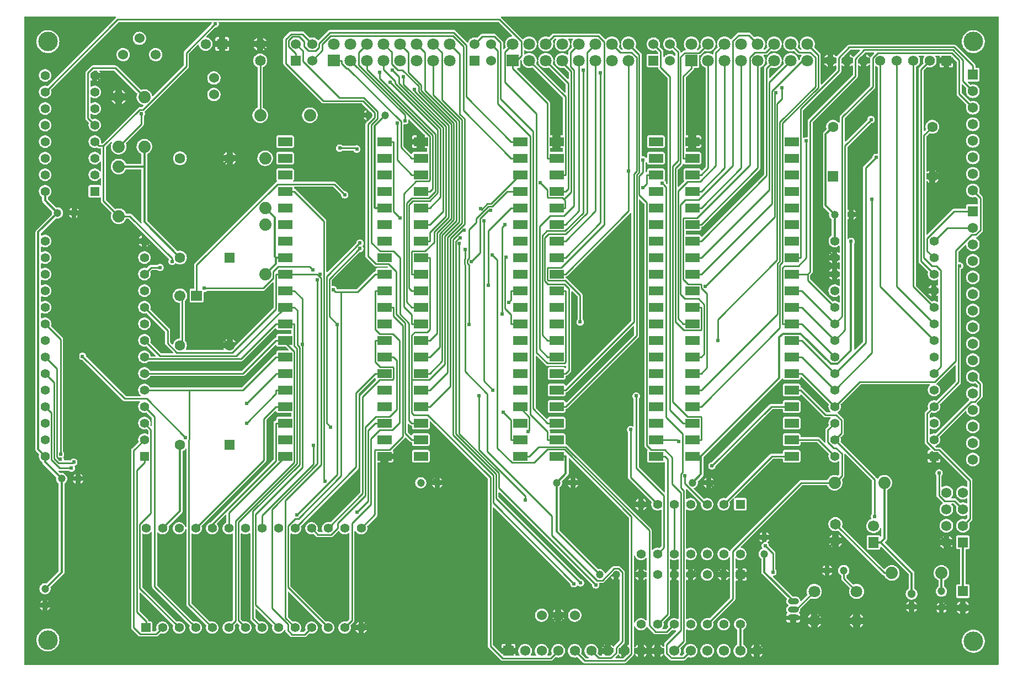
<source format=gbl>
G04 Layer: BottomLayer*
G04 EasyEDA v6.4.25, 2021-11-27T09:28:47--8:00*
G04 2bb479a7f6b54dcc958ccff802dfd9b2,a81d661f06f64e70a3419793c5b4ef82,10*
G04 Gerber Generator version 0.2*
G04 Scale: 100 percent, Rotated: No, Reflected: No *
G04 Dimensions in millimeters *
G04 leading zeros omitted , absolute positions ,4 integer and 5 decimal *
%FSLAX45Y45*%
%MOMM*%

%ADD10C,0.2540*%
%ADD11C,0.3500*%
%ADD12C,0.6100*%
%ADD13C,1.8796*%
%ADD14R,1.3970X1.3970*%
%ADD15C,1.3970*%
%ADD16C,3.0000*%
%ADD17R,2.1996X1.3995*%
%ADD18C,1.5240*%
%ADD19C,1.3000*%
%ADD20C,1.6510*%
%ADD21R,1.6000X1.6000*%
%ADD22C,1.6000*%
%ADD23R,1.7000X1.5748*%
%ADD24C,1.7000*%
%ADD25R,1.5748X1.7000*%
%ADD26R,1.5748X1.5748*%
%ADD27C,1.5748*%
%ADD28C,1.1938*%
%ADD30C,1.8000*%
%ADD32R,1.6000X0.9000*%
%ADD33C,0.9000*%

%LPD*%
G36*
X11999620Y8120735D02*
G01*
X11995251Y8120938D01*
X11991340Y8122970D01*
X11988647Y8126475D01*
X11987733Y8130743D01*
X11987733Y8545372D01*
X11988495Y8549233D01*
X11990679Y8552535D01*
X12561824Y9123680D01*
X12566954Y9129928D01*
X12570510Y9136583D01*
X12572695Y9143847D01*
X12573508Y9151874D01*
X12573508Y9225330D01*
X12574219Y9229140D01*
X12576352Y9232341D01*
X12579451Y9234576D01*
X12583210Y9235490D01*
X12587020Y9234932D01*
X12590373Y9232950D01*
X12598196Y9226092D01*
X12609576Y9218472D01*
X12616180Y9215221D01*
X12616180Y9263380D01*
X12583668Y9263380D01*
X12579756Y9264142D01*
X12576505Y9266377D01*
X12574270Y9269628D01*
X12573508Y9273540D01*
X12573508Y9330944D01*
X12574270Y9334804D01*
X12576505Y9338106D01*
X12590221Y9351822D01*
X12593523Y9354058D01*
X12597384Y9354820D01*
X12616180Y9354820D01*
X12616180Y9373616D01*
X12616942Y9377476D01*
X12619177Y9380778D01*
X12712090Y9473742D01*
X12715392Y9475927D01*
X12719304Y9476689D01*
X12850672Y9476689D01*
X12854533Y9475927D01*
X12857835Y9473742D01*
X12860070Y9470440D01*
X12860832Y9466529D01*
X12860070Y9462668D01*
X12857835Y9459366D01*
X12764211Y9365742D01*
X12760452Y9363354D01*
X12756032Y9362795D01*
X12751816Y9364218D01*
X12748615Y9367266D01*
X12744907Y9372803D01*
X12735864Y9383064D01*
X12725603Y9392107D01*
X12714224Y9399727D01*
X12707620Y9402978D01*
X12707620Y9354820D01*
X12740995Y9354820D01*
X12745110Y9353956D01*
X12748514Y9351467D01*
X12750647Y9347860D01*
X12751104Y9343644D01*
X12750292Y9335312D01*
X12750292Y9273540D01*
X12749530Y9269628D01*
X12747294Y9266377D01*
X12744043Y9264142D01*
X12740132Y9263380D01*
X12707620Y9263380D01*
X12707620Y9215221D01*
X12714224Y9218472D01*
X12725603Y9226092D01*
X12733426Y9232950D01*
X12736779Y9234932D01*
X12740589Y9235490D01*
X12744348Y9234576D01*
X12747447Y9232341D01*
X12749580Y9229140D01*
X12750292Y9225330D01*
X12750292Y9092387D01*
X12749530Y9088475D01*
X12747294Y9085224D01*
X12068657Y8406536D01*
X12063526Y8400338D01*
X12059970Y8393633D01*
X12057786Y8386419D01*
X12057024Y8378393D01*
X12057024Y8142884D01*
X12056160Y8138820D01*
X12053722Y8135416D01*
X12050115Y8133283D01*
X12045950Y8132775D01*
X12037009Y8133537D01*
X12027204Y8132724D01*
X12017705Y8130184D01*
X12008815Y8126018D01*
X12003684Y8122412D01*
G37*

%LPD*%
G36*
X8114893Y7906359D02*
G01*
X8110981Y7907172D01*
X8107680Y7909356D01*
X8105495Y7912658D01*
X8104733Y7916519D01*
X8104733Y7958429D01*
X8105495Y7962341D01*
X8107680Y7965643D01*
X8110981Y7967827D01*
X8114893Y7968589D01*
X8142884Y7968589D01*
X8142884Y8023148D01*
X8114893Y8023148D01*
X8110981Y8023910D01*
X8107680Y8026146D01*
X8105495Y8029448D01*
X8104733Y8033308D01*
X8104733Y8095691D01*
X8105495Y8099552D01*
X8107680Y8102853D01*
X8110981Y8105089D01*
X8114893Y8105851D01*
X8142884Y8105851D01*
X8142884Y8160359D01*
X8114893Y8160359D01*
X8110981Y8161172D01*
X8107680Y8163356D01*
X8105495Y8166658D01*
X8104733Y8170519D01*
X8104733Y8655507D01*
X8103920Y8663482D01*
X8101736Y8670747D01*
X8098180Y8677402D01*
X8093049Y8683650D01*
X7600848Y9175851D01*
X7598613Y9179153D01*
X7597851Y9183014D01*
X7598613Y9186926D01*
X7600848Y9190228D01*
X7604150Y9192412D01*
X7608011Y9193174D01*
X7620508Y9193174D01*
X7626858Y9193885D01*
X7632293Y9195816D01*
X7637221Y9198914D01*
X7641285Y9202978D01*
X7644384Y9207906D01*
X7646314Y9213342D01*
X7647025Y9219692D01*
X7647025Y9308236D01*
X7647787Y9312148D01*
X7649972Y9315450D01*
X7651902Y9317380D01*
X7655306Y9319615D01*
X7659319Y9320326D01*
X7663281Y9319463D01*
X7666583Y9317075D01*
X7668666Y9313570D01*
X7669225Y9309100D01*
X7670139Y9294571D01*
X7672831Y9280296D01*
X7677353Y9266428D01*
X7683550Y9253270D01*
X7691323Y9240977D01*
X7700619Y9229750D01*
X7711236Y9219793D01*
X7723022Y9211259D01*
X7735773Y9204248D01*
X7749286Y9198864D01*
X7763408Y9195257D01*
X7777835Y9193428D01*
X7792364Y9193428D01*
X7806791Y9195257D01*
X7820914Y9198864D01*
X7828889Y9202064D01*
X7832750Y9202775D01*
X7836560Y9201962D01*
X7839811Y9199778D01*
X8300720Y8738870D01*
X8302904Y8735568D01*
X8303717Y8731707D01*
X8303717Y8170519D01*
X8302904Y8166658D01*
X8300720Y8163356D01*
X8297418Y8161172D01*
X8293557Y8160359D01*
X8265566Y8160359D01*
X8265566Y8105851D01*
X8293557Y8105851D01*
X8297418Y8105089D01*
X8300720Y8102853D01*
X8302904Y8099552D01*
X8303717Y8095691D01*
X8303717Y8033308D01*
X8302904Y8029448D01*
X8300720Y8026146D01*
X8297418Y8023910D01*
X8293557Y8023148D01*
X8265566Y8023148D01*
X8265566Y7968589D01*
X8293557Y7968589D01*
X8297418Y7967827D01*
X8300720Y7965643D01*
X8302904Y7962341D01*
X8303717Y7958429D01*
X8303717Y7916519D01*
X8302904Y7912658D01*
X8300720Y7909356D01*
X8297418Y7907172D01*
X8293557Y7906359D01*
G37*

%LPD*%
G36*
X5975654Y7876540D02*
G01*
X5971997Y7877403D01*
X5968847Y7879537D01*
X5860135Y7988300D01*
X5857900Y7991551D01*
X5857138Y7995462D01*
X5857138Y8319262D01*
X5858002Y8323376D01*
X5860440Y8326780D01*
X5864047Y8328914D01*
X5868162Y8329422D01*
X5877153Y8328609D01*
X5886958Y8329472D01*
X5896457Y8332012D01*
X5905347Y8336178D01*
X5913374Y8341817D01*
X5920333Y8348776D01*
X5925972Y8356803D01*
X5930138Y8365693D01*
X5932678Y8375192D01*
X5933541Y8384997D01*
X5932627Y8394852D01*
X5932474Y8399221D01*
X5934151Y8403285D01*
X5937402Y8406282D01*
X5941568Y8407603D01*
X5945936Y8407044D01*
X5949645Y8404656D01*
X6179769Y8174532D01*
X6181953Y8171230D01*
X6182766Y8167370D01*
X6182766Y8105851D01*
X6210757Y8105851D01*
X6214618Y8105089D01*
X6217920Y8102853D01*
X6220104Y8099552D01*
X6220917Y8095691D01*
X6220917Y8033308D01*
X6220104Y8029448D01*
X6217920Y8026146D01*
X6214618Y8023910D01*
X6210757Y8023148D01*
X6182766Y8023148D01*
X6182766Y7968589D01*
X6210757Y7968589D01*
X6214618Y7967827D01*
X6217920Y7965643D01*
X6220104Y7962341D01*
X6220917Y7958429D01*
X6220917Y7916519D01*
X6220104Y7912658D01*
X6217920Y7909356D01*
X6214618Y7907172D01*
X6210757Y7906359D01*
X6011976Y7906359D01*
X6005677Y7905648D01*
X6000191Y7903768D01*
X5995314Y7900670D01*
X5991199Y7896606D01*
X5988151Y7891678D01*
X5985052Y7881975D01*
X5982665Y7879029D01*
X5979414Y7877098D01*
G37*

%LPC*%
G36*
X6011976Y7968589D02*
G01*
X6060084Y7968589D01*
X6060084Y8023148D01*
X5985510Y8023148D01*
X5985510Y7995107D01*
X5986221Y7988757D01*
X5988151Y7983321D01*
X5991199Y7978394D01*
X5995314Y7974330D01*
X6000191Y7971231D01*
X6005677Y7969351D01*
G37*
G36*
X5985510Y8105851D02*
G01*
X6060084Y8105851D01*
X6060084Y8160359D01*
X6011976Y8160359D01*
X6005677Y8159648D01*
X6000191Y8157768D01*
X5995314Y8154670D01*
X5991199Y8150606D01*
X5988151Y8145678D01*
X5986221Y8140242D01*
X5985510Y8133892D01*
G37*

%LPD*%
G36*
X14050416Y5603748D02*
G01*
X14046352Y5605475D01*
X14045133Y5606288D01*
X14033550Y5612333D01*
X14021206Y5616702D01*
X14008455Y5619343D01*
X13995400Y5620258D01*
X13982344Y5619343D01*
X13969593Y5616702D01*
X13966951Y5615736D01*
X13963192Y5615178D01*
X13959484Y5615990D01*
X13956334Y5618124D01*
X13719505Y5855004D01*
X13717269Y5858306D01*
X13716507Y5862167D01*
X13716507Y9205417D01*
X13717219Y9209074D01*
X13719200Y9212275D01*
X13722197Y9214510D01*
X13730224Y9218472D01*
X13741603Y9226092D01*
X13751864Y9235135D01*
X13760907Y9245396D01*
X13768527Y9256776D01*
X13774572Y9269069D01*
X13778941Y9282023D01*
X13781633Y9295434D01*
X13782548Y9309100D01*
X13781633Y9322765D01*
X13778941Y9336176D01*
X13774572Y9349130D01*
X13768527Y9361424D01*
X13762786Y9370009D01*
X13761212Y9374073D01*
X13761466Y9378391D01*
X13763498Y9382252D01*
X13766952Y9384842D01*
X13771219Y9385808D01*
X13838580Y9385808D01*
X13842847Y9384842D01*
X13846301Y9382252D01*
X13848334Y9378391D01*
X13848588Y9374073D01*
X13847013Y9370009D01*
X13841272Y9361424D01*
X13835227Y9349130D01*
X13830858Y9336176D01*
X13828166Y9322765D01*
X13827251Y9309100D01*
X13828166Y9295434D01*
X13830858Y9282023D01*
X13833703Y9273540D01*
X13834262Y9269831D01*
X13833398Y9266174D01*
X13831265Y9263075D01*
X13770356Y9202166D01*
X13765225Y9195917D01*
X13761669Y9189262D01*
X13759484Y9181998D01*
X13758722Y9174022D01*
X13758722Y6231077D01*
X13759484Y6223050D01*
X13761669Y6215837D01*
X13765225Y6209182D01*
X13770356Y6202934D01*
X13901775Y6071514D01*
X13903807Y6068618D01*
X13904722Y6065164D01*
X13904366Y6061608D01*
X13901674Y6051956D01*
X13899896Y6039053D01*
X13899896Y6025946D01*
X13901674Y6013043D01*
X13905179Y6000445D01*
X13910411Y5988456D01*
X13917168Y5977280D01*
X13925448Y5967171D01*
X13934998Y5958230D01*
X13945666Y5950712D01*
X13957249Y5944666D01*
X13969593Y5940298D01*
X13982344Y5937656D01*
X13995400Y5936742D01*
X14008455Y5937656D01*
X14021206Y5940298D01*
X14033550Y5944666D01*
X14045133Y5950712D01*
X14046352Y5951524D01*
X14050416Y5953252D01*
X14054785Y5953048D01*
X14058696Y5951016D01*
X14061389Y5947562D01*
X14062354Y5943244D01*
X14062354Y5867755D01*
X14061389Y5863437D01*
X14058696Y5859983D01*
X14054785Y5857951D01*
X14050416Y5857748D01*
X14046352Y5859475D01*
X14045133Y5860288D01*
X14036700Y5864707D01*
X14036700Y5819749D01*
X14052194Y5819749D01*
X14056106Y5818987D01*
X14059357Y5816803D01*
X14061592Y5813501D01*
X14062354Y5809589D01*
X14062354Y5747359D01*
X14061592Y5743498D01*
X14059357Y5740196D01*
X14056106Y5738012D01*
X14052194Y5737199D01*
X14036700Y5737199D01*
X14036700Y5692292D01*
X14045133Y5696712D01*
X14046352Y5697524D01*
X14050416Y5699252D01*
X14054785Y5699048D01*
X14058696Y5697016D01*
X14061389Y5693562D01*
X14062354Y5689244D01*
X14062354Y5613755D01*
X14061389Y5609437D01*
X14058696Y5605983D01*
X14054785Y5603951D01*
G37*

%LPC*%
G36*
X13954150Y5692292D02*
G01*
X13954150Y5737199D01*
X13909192Y5737199D01*
X13910411Y5734456D01*
X13917168Y5723280D01*
X13925448Y5713171D01*
X13934998Y5704230D01*
X13945666Y5696712D01*
G37*
G36*
X13909192Y5819749D02*
G01*
X13954150Y5819749D01*
X13954150Y5864707D01*
X13945666Y5860288D01*
X13934998Y5852769D01*
X13925448Y5843828D01*
X13917168Y5833719D01*
X13910411Y5822543D01*
G37*

%LPD*%
G36*
X12535966Y5596991D02*
G01*
X12531902Y5598718D01*
X12521133Y5606288D01*
X12509550Y5612333D01*
X12497206Y5616702D01*
X12484455Y5619343D01*
X12471400Y5620258D01*
X12458344Y5619343D01*
X12445593Y5616702D01*
X12442952Y5615736D01*
X12439192Y5615178D01*
X12435484Y5615990D01*
X12432334Y5618124D01*
X12099391Y5951118D01*
X12097156Y5954420D01*
X12096394Y5958281D01*
X12096394Y6012281D01*
X12097156Y6016193D01*
X12099391Y6019495D01*
X12122556Y6042660D01*
X12127687Y6048908D01*
X12131243Y6055563D01*
X12133427Y6062776D01*
X12134240Y6070803D01*
X12134240Y8358682D01*
X12135002Y8362594D01*
X12137186Y8365896D01*
X12815824Y9044533D01*
X12820954Y9050782D01*
X12824510Y9057436D01*
X12826695Y9064650D01*
X12827508Y9072676D01*
X12827508Y9225330D01*
X12828219Y9229140D01*
X12830352Y9232341D01*
X12833451Y9234576D01*
X12837210Y9235490D01*
X12841020Y9234932D01*
X12844373Y9232950D01*
X12852196Y9226092D01*
X12863576Y9218472D01*
X12870180Y9215221D01*
X12870180Y9263380D01*
X12837668Y9263380D01*
X12833756Y9264142D01*
X12830505Y9266377D01*
X12828270Y9269628D01*
X12827508Y9273540D01*
X12827508Y9315602D01*
X12828270Y9319514D01*
X12830505Y9322816D01*
X12859512Y9351822D01*
X12862814Y9354058D01*
X12866725Y9354820D01*
X12870180Y9354820D01*
X12870180Y9358274D01*
X12870942Y9362186D01*
X12873177Y9365488D01*
X12940538Y9432848D01*
X12943840Y9435033D01*
X12947700Y9435795D01*
X13066318Y9435795D01*
X13070230Y9435033D01*
X13073532Y9432848D01*
X13075716Y9429546D01*
X13076478Y9425635D01*
X13075716Y9421774D01*
X13073532Y9418472D01*
X13030454Y9375394D01*
X13025323Y9369196D01*
X13022681Y9364167D01*
X13019989Y9360966D01*
X13016280Y9359087D01*
X13012115Y9358884D01*
X13008203Y9360408D01*
X13005257Y9363303D01*
X12998907Y9372803D01*
X12989864Y9383064D01*
X12979603Y9392107D01*
X12968224Y9399727D01*
X12961620Y9402978D01*
X12961620Y9354820D01*
X13008660Y9354820D01*
X13012521Y9354058D01*
X13015823Y9351822D01*
X13018008Y9348571D01*
X13018820Y9344660D01*
X13018820Y9273540D01*
X13018008Y9269628D01*
X13015823Y9266377D01*
X13012521Y9264142D01*
X13008660Y9263380D01*
X12961620Y9263380D01*
X12961620Y9215221D01*
X12968224Y9218472D01*
X12979603Y9226092D01*
X12989864Y9235135D01*
X12998907Y9245396D01*
X13000177Y9247327D01*
X13003276Y9250324D01*
X13007289Y9251746D01*
X13011607Y9251391D01*
X13015315Y9249308D01*
X13017906Y9245854D01*
X13018820Y9241688D01*
X13018820Y8932519D01*
X13018008Y8928608D01*
X13015823Y8925356D01*
X12559588Y8469071D01*
X12554458Y8462873D01*
X12550902Y8456168D01*
X12548717Y8448954D01*
X12547904Y8440928D01*
X12547904Y8364118D01*
X12547092Y8360156D01*
X12544755Y8356803D01*
X12541300Y8354618D01*
X12537287Y8354009D01*
X12533376Y8354974D01*
X12530124Y8357463D01*
X12520879Y8367979D01*
X12510465Y8377123D01*
X12498933Y8384794D01*
X12486538Y8390940D01*
X12473381Y8395360D01*
X12459817Y8398103D01*
X12446000Y8398967D01*
X12432182Y8398103D01*
X12418618Y8395360D01*
X12405461Y8390940D01*
X12393066Y8384794D01*
X12381534Y8377123D01*
X12371120Y8367979D01*
X12361976Y8357565D01*
X12354306Y8346033D01*
X12348159Y8333638D01*
X12343739Y8320481D01*
X12340996Y8306917D01*
X12340132Y8293100D01*
X12340996Y8279282D01*
X12343739Y8265718D01*
X12345111Y8261603D01*
X12345619Y8257895D01*
X12344806Y8254238D01*
X12342672Y8251139D01*
X12301270Y8209737D01*
X12296241Y8203031D01*
X12292685Y8195868D01*
X12290501Y8188198D01*
X12289739Y8179765D01*
X12289739Y7083501D01*
X12290907Y7075220D01*
X12293447Y7067651D01*
X12297359Y7060641D01*
X12302744Y7054138D01*
X12384786Y6972147D01*
X12386716Y6969404D01*
X12387681Y6966153D01*
X12387529Y6962800D01*
X12386716Y6959092D01*
X12385852Y6946900D01*
X12386716Y6934708D01*
X12389307Y6922770D01*
X12393574Y6911340D01*
X12399416Y6900621D01*
X12406731Y6890867D01*
X12415367Y6882231D01*
X12423902Y6875830D01*
X12426086Y6873595D01*
X12427508Y6870801D01*
X12428016Y6867702D01*
X12428016Y6631736D01*
X12427305Y6628130D01*
X12425426Y6624980D01*
X12410998Y6614769D01*
X12401448Y6605828D01*
X12393168Y6595719D01*
X12386411Y6584543D01*
X12381179Y6572554D01*
X12377674Y6559956D01*
X12375896Y6547053D01*
X12375896Y6533946D01*
X12377674Y6521043D01*
X12381179Y6508445D01*
X12386411Y6496456D01*
X12393168Y6485280D01*
X12401448Y6475171D01*
X12410998Y6466230D01*
X12421666Y6458712D01*
X12433249Y6452666D01*
X12445593Y6448298D01*
X12458344Y6445656D01*
X12471400Y6444742D01*
X12484455Y6445656D01*
X12497206Y6448298D01*
X12509550Y6452666D01*
X12521133Y6458712D01*
X12531902Y6466281D01*
X12535966Y6468008D01*
X12540335Y6467805D01*
X12544247Y6465773D01*
X12546939Y6462268D01*
X12547904Y6458000D01*
X12547904Y6368999D01*
X12546939Y6364732D01*
X12544247Y6361226D01*
X12540335Y6359194D01*
X12535966Y6358991D01*
X12531902Y6360718D01*
X12521133Y6368288D01*
X12512700Y6372707D01*
X12512700Y6327749D01*
X12537744Y6327749D01*
X12541656Y6326987D01*
X12544907Y6324803D01*
X12547142Y6321501D01*
X12547904Y6317589D01*
X12547904Y6255359D01*
X12547142Y6251498D01*
X12544907Y6248196D01*
X12541656Y6246012D01*
X12537744Y6245199D01*
X12512700Y6245199D01*
X12512700Y6200292D01*
X12521133Y6204712D01*
X12531902Y6212281D01*
X12535966Y6214008D01*
X12540335Y6213805D01*
X12544247Y6211773D01*
X12546939Y6208268D01*
X12547904Y6204000D01*
X12547904Y6114999D01*
X12546939Y6110732D01*
X12544247Y6107226D01*
X12540335Y6105194D01*
X12535966Y6104991D01*
X12531902Y6106718D01*
X12521133Y6114288D01*
X12512700Y6118707D01*
X12512700Y6073749D01*
X12537744Y6073749D01*
X12541656Y6072987D01*
X12544907Y6070803D01*
X12547142Y6067501D01*
X12547904Y6063589D01*
X12547904Y6001359D01*
X12547142Y5997498D01*
X12544907Y5994196D01*
X12541656Y5992012D01*
X12537744Y5991199D01*
X12512700Y5991199D01*
X12512700Y5946292D01*
X12521133Y5950712D01*
X12531902Y5958281D01*
X12535966Y5960008D01*
X12540335Y5959805D01*
X12544247Y5957773D01*
X12546939Y5954268D01*
X12547904Y5950000D01*
X12547904Y5860999D01*
X12546939Y5856732D01*
X12544247Y5853226D01*
X12540335Y5851194D01*
X12535966Y5850991D01*
X12531902Y5852718D01*
X12521133Y5860288D01*
X12509550Y5866333D01*
X12497206Y5870702D01*
X12484455Y5873343D01*
X12471400Y5874258D01*
X12458344Y5873343D01*
X12445593Y5870702D01*
X12433249Y5866333D01*
X12421666Y5860288D01*
X12410998Y5852769D01*
X12401448Y5843828D01*
X12393168Y5833719D01*
X12386411Y5822543D01*
X12381179Y5810554D01*
X12377674Y5797956D01*
X12375896Y5785053D01*
X12375896Y5771946D01*
X12377674Y5759043D01*
X12381179Y5746445D01*
X12386411Y5734456D01*
X12393168Y5723280D01*
X12401448Y5713171D01*
X12410998Y5704230D01*
X12421666Y5696712D01*
X12433249Y5690666D01*
X12445593Y5686298D01*
X12458344Y5683656D01*
X12471400Y5682742D01*
X12484455Y5683656D01*
X12497206Y5686298D01*
X12509550Y5690666D01*
X12521133Y5696712D01*
X12531902Y5704281D01*
X12535966Y5706008D01*
X12540335Y5705805D01*
X12544247Y5703773D01*
X12546939Y5700268D01*
X12547904Y5696000D01*
X12547904Y5606999D01*
X12546939Y5602732D01*
X12544247Y5599226D01*
X12540335Y5597194D01*
G37*

%LPC*%
G36*
X12430150Y5946292D02*
G01*
X12430150Y5991199D01*
X12385192Y5991199D01*
X12386411Y5988456D01*
X12393168Y5977280D01*
X12401448Y5967171D01*
X12410998Y5958230D01*
X12421666Y5950712D01*
G37*
G36*
X12385192Y6073749D02*
G01*
X12430150Y6073749D01*
X12430150Y6118707D01*
X12421666Y6114288D01*
X12410998Y6106769D01*
X12401448Y6097828D01*
X12393168Y6087719D01*
X12386411Y6076543D01*
G37*
G36*
X12430150Y6200292D02*
G01*
X12430150Y6245199D01*
X12385192Y6245199D01*
X12386411Y6242456D01*
X12393168Y6231280D01*
X12401448Y6221171D01*
X12410998Y6212230D01*
X12421666Y6204712D01*
G37*
G36*
X12385192Y6327749D02*
G01*
X12430150Y6327749D01*
X12430150Y6372707D01*
X12421666Y6368288D01*
X12410998Y6360769D01*
X12401448Y6351828D01*
X12393168Y6341719D01*
X12386411Y6330543D01*
G37*

%LPD*%
G36*
X12777978Y4873853D02*
G01*
X12774066Y4874615D01*
X12770764Y4876850D01*
X12768580Y4880102D01*
X12767818Y4884013D01*
X12767818Y6496456D01*
X12768275Y6499555D01*
X12769646Y6502298D01*
X12773202Y6507429D01*
X12777368Y6516319D01*
X12779908Y6525818D01*
X12780772Y6535572D01*
X12779908Y6545376D01*
X12777368Y6554876D01*
X12773202Y6563766D01*
X12767564Y6571843D01*
X12760604Y6578752D01*
X12752578Y6584391D01*
X12743688Y6588556D01*
X12734188Y6591096D01*
X12724384Y6591960D01*
X12714579Y6591096D01*
X12705080Y6588556D01*
X12696190Y6584391D01*
X12688163Y6578752D01*
X12683337Y6573977D01*
X12680086Y6571792D01*
X12676174Y6570980D01*
X12672263Y6571792D01*
X12669012Y6573977D01*
X12666776Y6577279D01*
X12666014Y6581140D01*
X12666014Y6864959D01*
X12666878Y6869023D01*
X12669316Y6872427D01*
X12672872Y6874560D01*
X12677038Y6875068D01*
X12681051Y6873849D01*
X12689230Y6869430D01*
X12689230Y6910679D01*
X12676174Y6910679D01*
X12672263Y6911492D01*
X12669012Y6913676D01*
X12666776Y6916978D01*
X12666014Y6920839D01*
X12666014Y6972909D01*
X12666776Y6976821D01*
X12669012Y6980123D01*
X12672263Y6982307D01*
X12676174Y6983069D01*
X12689230Y6983069D01*
X12689230Y7024370D01*
X12681051Y7019950D01*
X12677038Y7018731D01*
X12672872Y7019239D01*
X12669316Y7021372D01*
X12666878Y7024776D01*
X12666014Y7028840D01*
X12666014Y7981238D01*
X12666776Y7985150D01*
X12669012Y7988452D01*
X13025475Y8344916D01*
X13028371Y8346948D01*
X13031774Y8347862D01*
X13039801Y8348573D01*
X13049300Y8351113D01*
X13058190Y8355228D01*
X13066268Y8360867D01*
X13073227Y8367826D01*
X13078815Y8375903D01*
X13082981Y8384794D01*
X13085521Y8394293D01*
X13086384Y8404047D01*
X13085521Y8413851D01*
X13082981Y8423351D01*
X13078815Y8432241D01*
X13073227Y8440318D01*
X13066268Y8447227D01*
X13058190Y8452866D01*
X13049300Y8457031D01*
X13039801Y8459571D01*
X13030047Y8460435D01*
X13020243Y8459571D01*
X13010743Y8457031D01*
X13001853Y8452866D01*
X12993776Y8447227D01*
X12986816Y8440318D01*
X12981228Y8432241D01*
X12977063Y8423351D01*
X12974523Y8413851D01*
X12973812Y8405825D01*
X12972897Y8402421D01*
X12970865Y8399526D01*
X12642443Y8071103D01*
X12639192Y8068919D01*
X12635280Y8068106D01*
X12631369Y8068919D01*
X12628118Y8071103D01*
X12625882Y8074406D01*
X12625120Y8078266D01*
X12625120Y8421217D01*
X12625882Y8425129D01*
X12628118Y8428431D01*
X13084352Y8884666D01*
X13089483Y8890914D01*
X13093039Y8897569D01*
X13095224Y8904782D01*
X13096036Y8912809D01*
X13096036Y9213900D01*
X13096951Y9218168D01*
X13099592Y9221622D01*
X13103402Y9223654D01*
X13107771Y9223959D01*
X13111835Y9222333D01*
X13117576Y9218472D01*
X13125602Y9214510D01*
X13128599Y9212275D01*
X13130580Y9209074D01*
X13131292Y9205417D01*
X13131292Y7887970D01*
X13130631Y7884312D01*
X13128701Y7881162D01*
X13125754Y7878927D01*
X13122198Y7877860D01*
X13118490Y7878165D01*
X13116458Y7878724D01*
X13106654Y7879537D01*
X13096849Y7878724D01*
X13087350Y7876184D01*
X13078460Y7872018D01*
X13070433Y7866380D01*
X13063474Y7859420D01*
X13057835Y7851394D01*
X13053669Y7842453D01*
X13051129Y7833004D01*
X13050418Y7824927D01*
X13049504Y7821523D01*
X13047522Y7818628D01*
X12918440Y7689596D01*
X12913309Y7683347D01*
X12909753Y7676692D01*
X12907568Y7669428D01*
X12906806Y7661452D01*
X12906806Y5002682D01*
X12905994Y4998770D01*
X12903809Y4995519D01*
X12785140Y4876850D01*
X12781838Y4874615D01*
G37*

%LPC*%
G36*
X12761620Y6869430D02*
G01*
X12771678Y6874916D01*
X12781432Y6882231D01*
X12790068Y6890867D01*
X12797383Y6900621D01*
X12802870Y6910679D01*
X12761620Y6910679D01*
G37*
G36*
X12761620Y6983069D02*
G01*
X12802870Y6983069D01*
X12797383Y6993178D01*
X12790068Y7002932D01*
X12781432Y7011568D01*
X12771678Y7018883D01*
X12761620Y7024370D01*
G37*

%LPD*%
G36*
X9675622Y1800809D02*
G01*
X9671659Y1801520D01*
X9668256Y1803704D01*
X9666020Y1807006D01*
X9665208Y1810969D01*
X9665208Y2098548D01*
X9664395Y2106523D01*
X9662210Y2113788D01*
X9658654Y2120442D01*
X9653524Y2126691D01*
X8369706Y3410508D01*
X8363458Y3415639D01*
X8356803Y3419195D01*
X8345678Y3422446D01*
X8342731Y3424732D01*
X8340750Y3427882D01*
X8340090Y3431540D01*
X8340090Y3561892D01*
X8339378Y3568242D01*
X8337448Y3573678D01*
X8334400Y3578606D01*
X8330285Y3582670D01*
X8325408Y3585768D01*
X8319922Y3587648D01*
X8313623Y3588359D01*
X8114893Y3588359D01*
X8110981Y3589172D01*
X8107680Y3591356D01*
X8105495Y3594658D01*
X8104733Y3598519D01*
X8104733Y3618737D01*
X8103920Y3626764D01*
X8101736Y3633978D01*
X8100822Y3635654D01*
X8099653Y3639667D01*
X8100212Y3643782D01*
X8102346Y3647338D01*
X8105698Y3649776D01*
X8109813Y3650589D01*
X8313623Y3650589D01*
X8319922Y3651351D01*
X8325408Y3653231D01*
X8330285Y3656329D01*
X8334400Y3660394D01*
X8337448Y3665321D01*
X8339378Y3670757D01*
X8340090Y3677107D01*
X8340090Y3815892D01*
X8339378Y3822242D01*
X8337448Y3827678D01*
X8334400Y3832606D01*
X8330285Y3836670D01*
X8325408Y3839768D01*
X8319922Y3841648D01*
X8313623Y3842359D01*
X8094776Y3842359D01*
X8088477Y3841648D01*
X8082991Y3839768D01*
X8078114Y3836670D01*
X8073999Y3832606D01*
X8070951Y3827678D01*
X8067852Y3817975D01*
X8065465Y3815029D01*
X8062214Y3813098D01*
X8058454Y3812540D01*
X8054797Y3813403D01*
X8051647Y3815537D01*
X7885785Y3981399D01*
X7883601Y3984701D01*
X7882839Y3988562D01*
X7882839Y4765598D01*
X7883601Y4769510D01*
X7885785Y4772812D01*
X7889087Y4774996D01*
X7892999Y4775758D01*
X7896859Y4774996D01*
X7900162Y4772812D01*
X8035544Y4637430D01*
X8041741Y4632299D01*
X8048447Y4628743D01*
X8055660Y4626559D01*
X8063687Y4625746D01*
X8325307Y4625746D01*
X8333333Y4626559D01*
X8340953Y4628896D01*
X8344712Y4629302D01*
X8348370Y4628286D01*
X8351367Y4626051D01*
X8353399Y4622850D01*
X8354110Y4619142D01*
X8354110Y4598517D01*
X8353145Y4594250D01*
X8350554Y4590796D01*
X8346744Y4588764D01*
X8342426Y4588459D01*
X8338362Y4589983D01*
X8335314Y4593082D01*
X8334400Y4594606D01*
X8330285Y4598670D01*
X8325408Y4601768D01*
X8319922Y4603648D01*
X8313623Y4604359D01*
X8094776Y4604359D01*
X8088477Y4603648D01*
X8082991Y4601768D01*
X8078114Y4598670D01*
X8073999Y4594606D01*
X8070951Y4589678D01*
X8069021Y4584242D01*
X8068309Y4577892D01*
X8068309Y4439107D01*
X8069021Y4432757D01*
X8070951Y4427321D01*
X8073999Y4422394D01*
X8078114Y4418330D01*
X8082991Y4415231D01*
X8088477Y4413351D01*
X8094776Y4412589D01*
X8313623Y4412589D01*
X8319922Y4413351D01*
X8325408Y4415231D01*
X8330285Y4418330D01*
X8334400Y4422394D01*
X8337448Y4427321D01*
X8339378Y4432757D01*
X8340090Y4439107D01*
X8340090Y4460494D01*
X8340750Y4464151D01*
X8342731Y4467352D01*
X8345678Y4469587D01*
X8357057Y4472889D01*
X8363712Y4476445D01*
X8369960Y4481525D01*
X8419642Y4531207D01*
X8424773Y4537456D01*
X8428329Y4544110D01*
X8430514Y4551375D01*
X8431326Y4559401D01*
X8431326Y5762193D01*
X8432088Y5766054D01*
X8434273Y5769356D01*
X8437575Y5771540D01*
X8441486Y5772353D01*
X8445347Y5771540D01*
X8448649Y5769356D01*
X8525357Y5692648D01*
X8527592Y5689346D01*
X8528354Y5685434D01*
X8528354Y5344414D01*
X8527592Y5340502D01*
X8525357Y5337251D01*
X8523782Y5335625D01*
X8518144Y5327599D01*
X8513978Y5318658D01*
X8511438Y5309209D01*
X8510574Y5299405D01*
X8511438Y5289600D01*
X8513978Y5280101D01*
X8518144Y5271211D01*
X8523782Y5263184D01*
X8530742Y5256225D01*
X8538768Y5250586D01*
X8547658Y5246420D01*
X8557158Y5243880D01*
X8566962Y5243017D01*
X8576767Y5243880D01*
X8586266Y5246420D01*
X8595156Y5250586D01*
X8603183Y5256225D01*
X8610142Y5263184D01*
X8615781Y5271211D01*
X8619947Y5280101D01*
X8622487Y5289600D01*
X8623350Y5299405D01*
X8622487Y5309209D01*
X8619947Y5318658D01*
X8615781Y5327599D01*
X8610142Y5335625D01*
X8608568Y5337251D01*
X8606332Y5340502D01*
X8605570Y5344414D01*
X8605570Y5705144D01*
X8604758Y5713171D01*
X8602573Y5720384D01*
X8599017Y5727090D01*
X8593886Y5733288D01*
X8365896Y5961329D01*
X8359648Y5966409D01*
X8352993Y5970016D01*
X8347303Y5971743D01*
X8343544Y5973826D01*
X8341004Y5977229D01*
X8340090Y5981446D01*
X8340090Y5984494D01*
X8340750Y5988151D01*
X8342731Y5991352D01*
X8345678Y5993587D01*
X8357057Y5996889D01*
X8363712Y6000445D01*
X8369960Y6005525D01*
X9334601Y6970217D01*
X9337903Y6972401D01*
X9341815Y6973163D01*
X9345676Y6972401D01*
X9348978Y6970217D01*
X9351162Y6966915D01*
X9351975Y6963003D01*
X9351975Y5322925D01*
X9351162Y5319064D01*
X9348978Y5315762D01*
X8356752Y4323537D01*
X8353602Y4321403D01*
X8349945Y4320540D01*
X8346186Y4321098D01*
X8342934Y4323029D01*
X8340547Y4325975D01*
X8339378Y4330242D01*
X8337448Y4335678D01*
X8334400Y4340606D01*
X8330285Y4344670D01*
X8325408Y4347768D01*
X8319922Y4349648D01*
X8313623Y4350359D01*
X8094776Y4350359D01*
X8088477Y4349648D01*
X8082991Y4347768D01*
X8078114Y4344670D01*
X8073999Y4340606D01*
X8070951Y4335678D01*
X8069021Y4330242D01*
X8068309Y4323892D01*
X8068309Y4185107D01*
X8069021Y4178757D01*
X8070951Y4173321D01*
X8073999Y4168394D01*
X8078114Y4164329D01*
X8082991Y4161231D01*
X8088477Y4159351D01*
X8094776Y4158589D01*
X8313623Y4158589D01*
X8319922Y4159351D01*
X8325408Y4161231D01*
X8330285Y4164329D01*
X8334400Y4168394D01*
X8337448Y4173321D01*
X8339378Y4178757D01*
X8340090Y4185107D01*
X8340090Y4206494D01*
X8340750Y4210151D01*
X8342731Y4213352D01*
X8345678Y4215587D01*
X8357057Y4218889D01*
X8363712Y4222445D01*
X8369960Y4227525D01*
X9375495Y5233060D01*
X9378746Y5235244D01*
X9382658Y5236057D01*
X9386570Y5235244D01*
X9389821Y5233060D01*
X9392056Y5229758D01*
X9392818Y5225897D01*
X9392818Y5109819D01*
X9392056Y5105908D01*
X9389821Y5102656D01*
X8356752Y4069537D01*
X8353602Y4067403D01*
X8349945Y4066540D01*
X8346186Y4067098D01*
X8342934Y4069029D01*
X8340547Y4071975D01*
X8339378Y4076242D01*
X8337448Y4081678D01*
X8334400Y4086606D01*
X8330285Y4090670D01*
X8325408Y4093768D01*
X8319922Y4095648D01*
X8313623Y4096359D01*
X8094776Y4096359D01*
X8088477Y4095648D01*
X8082991Y4093768D01*
X8078114Y4090670D01*
X8073999Y4086606D01*
X8070951Y4081678D01*
X8069021Y4076242D01*
X8068309Y4069892D01*
X8068309Y3931107D01*
X8069021Y3924757D01*
X8070951Y3919321D01*
X8073999Y3914394D01*
X8078114Y3910329D01*
X8082991Y3907231D01*
X8088477Y3905351D01*
X8094776Y3904589D01*
X8313623Y3904589D01*
X8319922Y3905351D01*
X8325408Y3907231D01*
X8330285Y3910329D01*
X8334400Y3914394D01*
X8337448Y3919321D01*
X8339378Y3924757D01*
X8340090Y3931107D01*
X8340090Y3952494D01*
X8340750Y3956151D01*
X8342731Y3959351D01*
X8345678Y3961587D01*
X8357057Y3964889D01*
X8363712Y3968445D01*
X8369960Y3973525D01*
X9458350Y5061966D01*
X9463481Y5068214D01*
X9467037Y5074869D01*
X9469221Y5082082D01*
X9470034Y5090109D01*
X9470034Y7168845D01*
X9470796Y7172756D01*
X9473031Y7176058D01*
X9476282Y7178243D01*
X9480194Y7179005D01*
X9484106Y7178243D01*
X9487357Y7176058D01*
X9548469Y7114946D01*
X9550704Y7111644D01*
X9551466Y7107732D01*
X9551466Y3405835D01*
X9552279Y3397808D01*
X9554464Y3390544D01*
X9558020Y3383889D01*
X9563150Y3377641D01*
X9599930Y3340862D01*
X9602114Y3337560D01*
X9602876Y3333699D01*
X9602114Y3329787D01*
X9599930Y3326485D01*
X9597999Y3324606D01*
X9594951Y3319678D01*
X9593021Y3314242D01*
X9592310Y3307892D01*
X9592310Y3169107D01*
X9593021Y3162757D01*
X9594951Y3157321D01*
X9597999Y3152394D01*
X9602114Y3148330D01*
X9606991Y3145231D01*
X9612477Y3143351D01*
X9618776Y3142589D01*
X9837623Y3142589D01*
X9843922Y3143351D01*
X9849408Y3145231D01*
X9853015Y3147517D01*
X9857028Y3148990D01*
X9861346Y3148634D01*
X9865106Y3146552D01*
X9867646Y3143097D01*
X9868560Y3138881D01*
X9868560Y2695194D01*
X9867798Y2691282D01*
X9865563Y2688031D01*
X9862312Y2685796D01*
X9858400Y2685034D01*
X9854488Y2685796D01*
X9851237Y2688031D01*
X9468205Y3071012D01*
X9466021Y3074314D01*
X9465259Y3078175D01*
X9465259Y4118356D01*
X9466021Y4122267D01*
X9468205Y4125569D01*
X9469831Y4127144D01*
X9475419Y4135221D01*
X9479584Y4144111D01*
X9482124Y4153611D01*
X9482988Y4163364D01*
X9482124Y4173169D01*
X9479584Y4182668D01*
X9475419Y4191558D01*
X9469831Y4199636D01*
X9462871Y4206544D01*
X9454794Y4212183D01*
X9445904Y4216349D01*
X9436404Y4218889D01*
X9426651Y4219752D01*
X9416846Y4218889D01*
X9407347Y4216349D01*
X9398457Y4212183D01*
X9390380Y4206544D01*
X9383420Y4199636D01*
X9377832Y4191558D01*
X9373666Y4182668D01*
X9371126Y4173169D01*
X9370263Y4163364D01*
X9371126Y4153611D01*
X9373666Y4144111D01*
X9377832Y4135221D01*
X9383420Y4127144D01*
X9385046Y4125569D01*
X9387230Y4122267D01*
X9388043Y4118356D01*
X9388043Y3703624D01*
X9387078Y3699306D01*
X9384385Y3695801D01*
X9380474Y3693769D01*
X9376105Y3693617D01*
X9372041Y3695293D01*
X9369247Y3697224D01*
X9360357Y3701389D01*
X9350857Y3703929D01*
X9341104Y3704742D01*
X9331299Y3703929D01*
X9321800Y3701389D01*
X9312910Y3697224D01*
X9304832Y3691585D01*
X9297873Y3684625D01*
X9292285Y3676599D01*
X9288119Y3667658D01*
X9285579Y3658209D01*
X9284716Y3648405D01*
X9285579Y3638600D01*
X9288119Y3629101D01*
X9292285Y3620211D01*
X9297873Y3612184D01*
X9299498Y3610559D01*
X9301683Y3607257D01*
X9302496Y3603396D01*
X9302496Y2914904D01*
X9303258Y2906877D01*
X9305442Y2899664D01*
X9308998Y2893009D01*
X9314129Y2886760D01*
X9659975Y2540914D01*
X9662109Y2537815D01*
X9662922Y2534107D01*
X9662363Y2530348D01*
X9661398Y2527706D01*
X9658756Y2514955D01*
X9657842Y2501900D01*
X9658756Y2488844D01*
X9661398Y2476093D01*
X9665766Y2463749D01*
X9671812Y2452166D01*
X9679330Y2441498D01*
X9688271Y2431948D01*
X9698380Y2423668D01*
X9709556Y2416911D01*
X9721545Y2411679D01*
X9734143Y2408174D01*
X9747046Y2406396D01*
X9760153Y2406396D01*
X9773056Y2408174D01*
X9785654Y2411679D01*
X9798151Y2417216D01*
X9802164Y2418588D01*
X9806432Y2418232D01*
X9810140Y2416149D01*
X9812680Y2412695D01*
X9813594Y2408529D01*
X9813594Y1858670D01*
X9812832Y1854809D01*
X9810597Y1851507D01*
X9792614Y1833524D01*
X9789718Y1831492D01*
X9786264Y1830578D01*
X9782708Y1830933D01*
X9773056Y1833625D01*
X9760153Y1835404D01*
X9747046Y1835404D01*
X9734143Y1833625D01*
X9721545Y1830120D01*
X9709556Y1824888D01*
X9698380Y1818132D01*
X9688271Y1809851D01*
X9682784Y1804009D01*
X9679533Y1801672D01*
G37*

%LPC*%
G36*
X9458350Y2415692D02*
G01*
X9458350Y2460599D01*
X9413392Y2460599D01*
X9417812Y2452166D01*
X9425330Y2441498D01*
X9434271Y2431948D01*
X9444380Y2423668D01*
X9455556Y2416911D01*
G37*
G36*
X9540900Y2415692D02*
G01*
X9543643Y2416911D01*
X9554819Y2423668D01*
X9564928Y2431948D01*
X9573869Y2441498D01*
X9581388Y2452166D01*
X9585807Y2460599D01*
X9540900Y2460599D01*
G37*
G36*
X9540900Y2543149D02*
G01*
X9585807Y2543149D01*
X9581388Y2551633D01*
X9573869Y2562301D01*
X9564928Y2571851D01*
X9554819Y2580132D01*
X9543643Y2586888D01*
X9540900Y2588107D01*
G37*
G36*
X9413392Y2543149D02*
G01*
X9458350Y2543149D01*
X9458350Y2588107D01*
X9455556Y2586888D01*
X9444380Y2580132D01*
X9434271Y2571851D01*
X9425330Y2562301D01*
X9417812Y2551633D01*
G37*

%LPD*%
G36*
X9401657Y689356D02*
G01*
X9397695Y690016D01*
X9394291Y692200D01*
X9392005Y695553D01*
X9391192Y699516D01*
X9391192Y1383284D01*
X9391954Y1387398D01*
X9391192Y1391259D01*
X9391192Y1453489D01*
X9392005Y1457553D01*
X9391192Y1461516D01*
X9391192Y1700784D01*
X9392005Y1704746D01*
X9394291Y1708099D01*
X9397695Y1710283D01*
X9401657Y1710943D01*
X9405569Y1710029D01*
X9408820Y1707642D01*
X9410903Y1704187D01*
X9411766Y1701749D01*
X9417812Y1690166D01*
X9425330Y1679498D01*
X9434271Y1669948D01*
X9444380Y1661668D01*
X9455556Y1654911D01*
X9467545Y1649679D01*
X9480143Y1646174D01*
X9493046Y1644396D01*
X9506153Y1644396D01*
X9519056Y1646174D01*
X9531654Y1649679D01*
X9543643Y1654911D01*
X9554819Y1661668D01*
X9564928Y1669948D01*
X9570415Y1675790D01*
X9573666Y1678127D01*
X9577578Y1678990D01*
X9581540Y1678279D01*
X9584944Y1676095D01*
X9587179Y1672793D01*
X9587992Y1668830D01*
X9587992Y1493469D01*
X9587179Y1489506D01*
X9584944Y1486204D01*
X9581540Y1484020D01*
X9577578Y1483309D01*
X9573666Y1484172D01*
X9570415Y1486509D01*
X9564928Y1492351D01*
X9554819Y1500632D01*
X9543643Y1507388D01*
X9540900Y1508607D01*
X9540900Y1463649D01*
X9577832Y1463649D01*
X9581743Y1462887D01*
X9584994Y1460703D01*
X9587230Y1457401D01*
X9587992Y1453489D01*
X9587992Y1391259D01*
X9587230Y1387398D01*
X9584994Y1384096D01*
X9581743Y1381912D01*
X9577832Y1381099D01*
X9540900Y1381099D01*
X9540900Y1336192D01*
X9543643Y1337411D01*
X9554819Y1344168D01*
X9564928Y1352448D01*
X9570415Y1358290D01*
X9573666Y1360627D01*
X9577578Y1361490D01*
X9581540Y1360779D01*
X9584944Y1358595D01*
X9587179Y1355293D01*
X9587992Y1351330D01*
X9587992Y731469D01*
X9587179Y727506D01*
X9584944Y724204D01*
X9581540Y722020D01*
X9577578Y721309D01*
X9573666Y722172D01*
X9570415Y724509D01*
X9564928Y730351D01*
X9554819Y738632D01*
X9543643Y745388D01*
X9531654Y750620D01*
X9519056Y754126D01*
X9506153Y755904D01*
X9493046Y755904D01*
X9480143Y754126D01*
X9467545Y750620D01*
X9455556Y745388D01*
X9444380Y738632D01*
X9434271Y730351D01*
X9425330Y720801D01*
X9417812Y710133D01*
X9411766Y698550D01*
X9410903Y696112D01*
X9408820Y692658D01*
X9405569Y690270D01*
G37*

%LPC*%
G36*
X9458350Y1336192D02*
G01*
X9458350Y1381099D01*
X9413392Y1381099D01*
X9417812Y1372666D01*
X9425330Y1361998D01*
X9434271Y1352448D01*
X9444380Y1344168D01*
X9455556Y1337411D01*
G37*
G36*
X9413392Y1463649D02*
G01*
X9458350Y1463649D01*
X9458350Y1508607D01*
X9455556Y1507388D01*
X9444380Y1500632D01*
X9434271Y1492351D01*
X9425330Y1482801D01*
X9417812Y1472133D01*
G37*

%LPD*%
G36*
X9837572Y585978D02*
G01*
X9833305Y586943D01*
X9829800Y589635D01*
X9827768Y593547D01*
X9827615Y597966D01*
X9829292Y602030D01*
X9835388Y610666D01*
X9841433Y622249D01*
X9845802Y634593D01*
X9848443Y647344D01*
X9849358Y660400D01*
X9848443Y673455D01*
X9845802Y686206D01*
X9844836Y688848D01*
X9844278Y692607D01*
X9845090Y696315D01*
X9847224Y699414D01*
X9934092Y786282D01*
X9939223Y792530D01*
X9942779Y799185D01*
X9944963Y806450D01*
X9945776Y814476D01*
X9945776Y1330147D01*
X9946690Y1334312D01*
X9949230Y1337767D01*
X9952939Y1339850D01*
X9957206Y1340205D01*
X9961219Y1338834D01*
X9966350Y1336192D01*
X9966350Y1381099D01*
X9955936Y1381099D01*
X9952024Y1381912D01*
X9948773Y1384096D01*
X9946538Y1387398D01*
X9945776Y1391259D01*
X9945776Y1453489D01*
X9946538Y1457401D01*
X9948773Y1460703D01*
X9952024Y1462887D01*
X9955936Y1463649D01*
X9966350Y1463649D01*
X9966350Y1508607D01*
X9961219Y1505966D01*
X9957206Y1504594D01*
X9952939Y1504950D01*
X9949230Y1507032D01*
X9946690Y1510487D01*
X9945776Y1514652D01*
X9945776Y1647647D01*
X9946690Y1651812D01*
X9949230Y1655267D01*
X9952939Y1657350D01*
X9957206Y1657705D01*
X9961219Y1656334D01*
X9963556Y1654911D01*
X9975545Y1649679D01*
X9988143Y1646174D01*
X10001046Y1644396D01*
X10014153Y1644396D01*
X10027056Y1646174D01*
X10039654Y1649679D01*
X10051643Y1654911D01*
X10059619Y1659737D01*
X10063632Y1661160D01*
X10067899Y1660753D01*
X10071608Y1658670D01*
X10074148Y1655216D01*
X10075062Y1651050D01*
X10075062Y1511249D01*
X10074148Y1507083D01*
X10071608Y1503629D01*
X10067899Y1501546D01*
X10063632Y1501140D01*
X10059619Y1502562D01*
X10051643Y1507388D01*
X10048900Y1508607D01*
X10048900Y1463649D01*
X10064902Y1463649D01*
X10068763Y1462887D01*
X10072065Y1460703D01*
X10074249Y1457401D01*
X10075062Y1453489D01*
X10075062Y1391259D01*
X10074249Y1387398D01*
X10072065Y1384096D01*
X10068763Y1381912D01*
X10064902Y1381099D01*
X10048900Y1381099D01*
X10048900Y1336192D01*
X10051643Y1337411D01*
X10059619Y1342237D01*
X10063632Y1343660D01*
X10067899Y1343253D01*
X10071608Y1341170D01*
X10074148Y1337716D01*
X10075062Y1333550D01*
X10075062Y749249D01*
X10074148Y745083D01*
X10071608Y741629D01*
X10067899Y739546D01*
X10063632Y739140D01*
X10059619Y740562D01*
X10051643Y745388D01*
X10039654Y750620D01*
X10027056Y754126D01*
X10014153Y755904D01*
X10001046Y755904D01*
X9988143Y754126D01*
X9975545Y750620D01*
X9963556Y745388D01*
X9952380Y738632D01*
X9942271Y730351D01*
X9933330Y720801D01*
X9925812Y710133D01*
X9919766Y698550D01*
X9915398Y686206D01*
X9912756Y673455D01*
X9911842Y660400D01*
X9912756Y647344D01*
X9915398Y634593D01*
X9916363Y631952D01*
X9916922Y628192D01*
X9916109Y624484D01*
X9913975Y621334D01*
X9881565Y588975D01*
X9878263Y586790D01*
X9874402Y585978D01*
G37*

%LPD*%
G36*
X9116618Y139801D02*
G01*
X9112758Y140614D01*
X9109456Y142798D01*
X9107220Y146100D01*
X9106458Y149961D01*
X9107220Y153873D01*
X9109456Y157175D01*
X9145828Y193548D01*
X9149588Y195935D01*
X9154007Y196494D01*
X9158224Y195072D01*
X9161475Y192024D01*
X9162592Y190296D01*
X9171635Y180035D01*
X9181896Y170992D01*
X9193276Y163372D01*
X9199880Y160121D01*
X9199880Y208279D01*
X9167164Y208279D01*
X9163050Y209143D01*
X9159595Y211632D01*
X9157512Y215239D01*
X9157055Y219456D01*
X9157258Y221437D01*
X9157258Y279654D01*
X9158020Y283514D01*
X9160205Y286816D01*
X9170111Y296722D01*
X9173413Y298958D01*
X9177324Y299720D01*
X9199880Y299720D01*
X9199880Y322275D01*
X9200642Y326186D01*
X9202877Y329488D01*
X9241332Y367944D01*
X9246463Y374192D01*
X9250019Y380847D01*
X9252204Y388112D01*
X9253016Y396138D01*
X9253016Y1453794D01*
X9252204Y1461820D01*
X9250019Y1469034D01*
X9246463Y1475740D01*
X9241332Y1481937D01*
X9182963Y1540306D01*
X9176766Y1545437D01*
X9170060Y1548993D01*
X9162846Y1551178D01*
X9154820Y1551990D01*
X9085834Y1551990D01*
X9077807Y1551178D01*
X9070594Y1548993D01*
X9063888Y1545437D01*
X9057690Y1540306D01*
X8962542Y1445209D01*
X8959189Y1442974D01*
X8955227Y1442212D01*
X8951264Y1443075D01*
X8947962Y1445412D01*
X8945829Y1448816D01*
X8942425Y1457960D01*
X8936583Y1468678D01*
X8929268Y1478432D01*
X8920632Y1487068D01*
X8910878Y1494383D01*
X8900160Y1500225D01*
X8888730Y1504492D01*
X8876792Y1507083D01*
X8864600Y1507947D01*
X8852408Y1507083D01*
X8848699Y1506270D01*
X8845346Y1506118D01*
X8842095Y1507083D01*
X8839352Y1509014D01*
X8250580Y2097786D01*
X8248396Y2101088D01*
X8247634Y2104999D01*
X8247634Y2752902D01*
X8248091Y2756001D01*
X8249513Y2758795D01*
X8251698Y2761030D01*
X8260232Y2767431D01*
X8268868Y2776067D01*
X8276183Y2785821D01*
X8282025Y2796540D01*
X8286292Y2807970D01*
X8288883Y2819908D01*
X8289747Y2832100D01*
X8288883Y2844292D01*
X8288070Y2848000D01*
X8287918Y2851353D01*
X8288883Y2854604D01*
X8290814Y2857347D01*
X8378596Y2945130D01*
X8383625Y2951784D01*
X8387181Y2958947D01*
X8389366Y2966669D01*
X8390178Y2975102D01*
X8390178Y3198520D01*
X8390940Y3202432D01*
X8393125Y3205734D01*
X8396427Y3207918D01*
X8400338Y3208680D01*
X8404199Y3207918D01*
X8407501Y3205734D01*
X9310979Y2302205D01*
X9313214Y2298903D01*
X9313976Y2295042D01*
X9313976Y352907D01*
X9313062Y348640D01*
X9310420Y345135D01*
X9306560Y343103D01*
X9302242Y342849D01*
X9297924Y344627D01*
X9291320Y347878D01*
X9291320Y299720D01*
X9303816Y299720D01*
X9307728Y298958D01*
X9310979Y296722D01*
X9313214Y293471D01*
X9313976Y289560D01*
X9313976Y227279D01*
X9313214Y223418D01*
X9310979Y220116D01*
X9302140Y211277D01*
X9298838Y209042D01*
X9294977Y208279D01*
X9291320Y208279D01*
X9291320Y204622D01*
X9290558Y200761D01*
X9288322Y197459D01*
X9233662Y142798D01*
X9230360Y140614D01*
X9226499Y139801D01*
X9210040Y139801D01*
X9206128Y140614D01*
X9203690Y142240D01*
X9201912Y140817D01*
X9197492Y139801D01*
G37*

%LPC*%
G36*
X8494420Y2754630D02*
G01*
X8504478Y2760116D01*
X8514232Y2767431D01*
X8522868Y2776067D01*
X8530183Y2785821D01*
X8535670Y2795879D01*
X8494420Y2795879D01*
G37*
G36*
X8422030Y2754630D02*
G01*
X8422030Y2795879D01*
X8380730Y2795879D01*
X8386216Y2785821D01*
X8393531Y2776067D01*
X8402167Y2767431D01*
X8411921Y2760116D01*
G37*
G36*
X8494420Y2868269D02*
G01*
X8535670Y2868269D01*
X8530183Y2878378D01*
X8522868Y2888132D01*
X8514232Y2896768D01*
X8504478Y2904083D01*
X8494420Y2909570D01*
G37*
G36*
X8380730Y2868269D02*
G01*
X8422030Y2868269D01*
X8422030Y2909570D01*
X8411921Y2904083D01*
X8402167Y2896768D01*
X8393531Y2888132D01*
X8386216Y2878378D01*
G37*

%LPD*%
G36*
X48768Y38608D02*
G01*
X44856Y39370D01*
X41605Y41605D01*
X39370Y44856D01*
X38608Y48768D01*
X38608Y9976612D01*
X39370Y9980523D01*
X41605Y9983825D01*
X44856Y9986010D01*
X48768Y9986772D01*
X1437030Y9986772D01*
X1441094Y9985959D01*
X1444447Y9983571D01*
X1446580Y9980066D01*
X1447190Y9975951D01*
X1446072Y9971989D01*
X1442415Y9967925D01*
X394665Y8920124D01*
X391515Y8917990D01*
X387807Y8917178D01*
X384048Y8917736D01*
X381406Y8918702D01*
X368655Y8921343D01*
X355600Y8922258D01*
X342544Y8921343D01*
X329793Y8918702D01*
X317449Y8914333D01*
X305866Y8908288D01*
X295198Y8900769D01*
X285648Y8891828D01*
X277368Y8881719D01*
X270611Y8870543D01*
X265379Y8858554D01*
X261874Y8845956D01*
X260096Y8833053D01*
X260096Y8819946D01*
X261874Y8807043D01*
X265379Y8794445D01*
X270611Y8782456D01*
X277368Y8771280D01*
X285648Y8761171D01*
X295198Y8752230D01*
X305866Y8744712D01*
X317449Y8738666D01*
X329793Y8734298D01*
X342544Y8731656D01*
X355600Y8730742D01*
X368655Y8731656D01*
X381406Y8734298D01*
X393750Y8738666D01*
X405333Y8744712D01*
X416001Y8752230D01*
X425551Y8761171D01*
X433832Y8771280D01*
X440588Y8782456D01*
X445820Y8794445D01*
X449326Y8807043D01*
X451104Y8819946D01*
X451104Y8833053D01*
X449326Y8845956D01*
X446633Y8855608D01*
X446278Y8859164D01*
X447192Y8862618D01*
X449224Y8865514D01*
X1483106Y9899396D01*
X1486408Y9901580D01*
X1490268Y9902342D01*
X2903220Y9902342D01*
X2906877Y9901682D01*
X2910027Y9899751D01*
X2912262Y9896805D01*
X2913329Y9893249D01*
X2913024Y9889591D01*
X2910941Y9881666D01*
X2910230Y9873640D01*
X2909316Y9870236D01*
X2907284Y9867341D01*
X2496616Y9456674D01*
X2491486Y9450425D01*
X2487930Y9443770D01*
X2485745Y9436506D01*
X2484932Y9428530D01*
X2484932Y9241586D01*
X2484170Y9237726D01*
X2481986Y9234424D01*
X2014474Y8766911D01*
X2010816Y8764574D01*
X2006549Y8763965D01*
X2002383Y8765184D01*
X1999132Y8767978D01*
X1997354Y8771890D01*
X1994916Y8783116D01*
X1989988Y8797036D01*
X1983384Y8810244D01*
X1975256Y8822537D01*
X1965655Y8833764D01*
X1954733Y8843670D01*
X1942693Y8852204D01*
X1929688Y8859215D01*
X1915922Y8864549D01*
X1901647Y8868105D01*
X1886966Y8869934D01*
X1872234Y8869934D01*
X1857552Y8868105D01*
X1843278Y8864549D01*
X1832660Y8860434D01*
X1828800Y8859723D01*
X1824989Y8860536D01*
X1821789Y8862720D01*
X1461312Y9223197D01*
X1455064Y9228277D01*
X1448409Y9231884D01*
X1441196Y9234068D01*
X1433169Y9234830D01*
X1088898Y9234830D01*
X1080871Y9234068D01*
X1073658Y9231884D01*
X1066952Y9228277D01*
X1060754Y9223197D01*
X986891Y9149334D01*
X981760Y9143136D01*
X978204Y9136430D01*
X976020Y9129217D01*
X975258Y9121190D01*
X975258Y8422741D01*
X976020Y8414715D01*
X978204Y8407501D01*
X981760Y8400846D01*
X986891Y8394598D01*
X1023975Y8357514D01*
X1026007Y8354618D01*
X1026921Y8351164D01*
X1026566Y8347608D01*
X1023874Y8337956D01*
X1022096Y8325053D01*
X1022096Y8311946D01*
X1023874Y8299043D01*
X1027379Y8286445D01*
X1032611Y8274456D01*
X1039368Y8263280D01*
X1047648Y8253171D01*
X1057198Y8244230D01*
X1067866Y8236712D01*
X1079449Y8230666D01*
X1091793Y8226298D01*
X1104544Y8223656D01*
X1117600Y8222742D01*
X1130655Y8223656D01*
X1143406Y8226298D01*
X1155750Y8230666D01*
X1167333Y8236712D01*
X1178001Y8244230D01*
X1187551Y8253171D01*
X1195832Y8263280D01*
X1202588Y8274456D01*
X1207820Y8286445D01*
X1211326Y8299043D01*
X1213104Y8311946D01*
X1213104Y8325053D01*
X1211326Y8337956D01*
X1207820Y8350554D01*
X1202588Y8362543D01*
X1195832Y8373719D01*
X1187551Y8383828D01*
X1178001Y8392769D01*
X1167333Y8400288D01*
X1155750Y8406333D01*
X1143406Y8410702D01*
X1130655Y8413343D01*
X1117600Y8414258D01*
X1104544Y8413343D01*
X1091793Y8410702D01*
X1089152Y8409736D01*
X1085392Y8409178D01*
X1081684Y8409990D01*
X1078534Y8412124D01*
X1055420Y8435289D01*
X1053236Y8438540D01*
X1052474Y8442452D01*
X1052474Y8481974D01*
X1053287Y8486038D01*
X1055674Y8489391D01*
X1059230Y8491575D01*
X1063294Y8492134D01*
X1067308Y8491016D01*
X1079449Y8484666D01*
X1091793Y8480298D01*
X1104544Y8477656D01*
X1117600Y8476742D01*
X1130655Y8477656D01*
X1143406Y8480298D01*
X1155750Y8484666D01*
X1167333Y8490712D01*
X1178001Y8498230D01*
X1187551Y8507171D01*
X1195832Y8517280D01*
X1202588Y8528456D01*
X1207820Y8540445D01*
X1211326Y8553043D01*
X1213104Y8565946D01*
X1213104Y8579053D01*
X1211326Y8591956D01*
X1207820Y8604554D01*
X1202588Y8616543D01*
X1195832Y8627719D01*
X1187551Y8637828D01*
X1178001Y8646769D01*
X1167333Y8654288D01*
X1155750Y8660333D01*
X1143406Y8664702D01*
X1130655Y8667343D01*
X1117600Y8668258D01*
X1104544Y8667343D01*
X1091793Y8664702D01*
X1079449Y8660333D01*
X1067308Y8653983D01*
X1063294Y8652865D01*
X1059230Y8653424D01*
X1055674Y8655608D01*
X1053287Y8658961D01*
X1052474Y8663025D01*
X1052474Y8735974D01*
X1053287Y8740038D01*
X1055674Y8743391D01*
X1059230Y8745575D01*
X1063294Y8746134D01*
X1067308Y8745016D01*
X1079449Y8738666D01*
X1091793Y8734298D01*
X1104544Y8731656D01*
X1117600Y8730742D01*
X1130655Y8731656D01*
X1143406Y8734298D01*
X1155750Y8738666D01*
X1167333Y8744712D01*
X1178001Y8752230D01*
X1187551Y8761171D01*
X1195832Y8771280D01*
X1202588Y8782456D01*
X1207820Y8794445D01*
X1211326Y8807043D01*
X1213104Y8819946D01*
X1213104Y8833053D01*
X1211326Y8845956D01*
X1207820Y8858554D01*
X1202588Y8870543D01*
X1195832Y8881719D01*
X1187551Y8891828D01*
X1178001Y8900769D01*
X1167333Y8908288D01*
X1155750Y8914333D01*
X1143406Y8918702D01*
X1130655Y8921343D01*
X1117600Y8922258D01*
X1104544Y8921343D01*
X1091793Y8918702D01*
X1079449Y8914333D01*
X1067308Y8907983D01*
X1063294Y8906865D01*
X1059230Y8907424D01*
X1055674Y8909608D01*
X1053287Y8912961D01*
X1052474Y8917025D01*
X1052474Y8989974D01*
X1053287Y8994038D01*
X1055674Y8997391D01*
X1059230Y8999575D01*
X1063294Y9000134D01*
X1067308Y8999016D01*
X1076350Y8994292D01*
X1076350Y9039199D01*
X1062634Y9039199D01*
X1058722Y9040012D01*
X1055420Y9042196D01*
X1053236Y9045498D01*
X1052474Y9049359D01*
X1052474Y9101480D01*
X1053236Y9105392D01*
X1055420Y9108694D01*
X1065530Y9118803D01*
X1068832Y9120987D01*
X1072743Y9121749D01*
X1076350Y9121749D01*
X1076350Y9125356D01*
X1077112Y9129268D01*
X1079296Y9132570D01*
X1101394Y9154668D01*
X1104696Y9156852D01*
X1108608Y9157614D01*
X1148740Y9157614D01*
X1152601Y9156852D01*
X1155903Y9154668D01*
X1158087Y9151366D01*
X1158900Y9147454D01*
X1158900Y9121749D01*
X1203807Y9121749D01*
X1202588Y9124543D01*
X1195832Y9135719D01*
X1191463Y9141053D01*
X1189634Y9144406D01*
X1189228Y9148165D01*
X1190142Y9151823D01*
X1192428Y9154922D01*
X1195628Y9156903D01*
X1199337Y9157614D01*
X1413459Y9157614D01*
X1417320Y9156852D01*
X1420622Y9154668D01*
X1767078Y8808262D01*
X1769160Y8805113D01*
X1770024Y8801404D01*
X1769465Y8797696D01*
X1764284Y8783116D01*
X1761134Y8768689D01*
X1759813Y8754008D01*
X1760220Y8739225D01*
X1762506Y8724646D01*
X1766570Y8710472D01*
X1772310Y8696858D01*
X1779676Y8684107D01*
X1788566Y8672322D01*
X1798828Y8661704D01*
X1810359Y8652459D01*
X1822907Y8644686D01*
X1836318Y8638540D01*
X1850339Y8634069D01*
X1857756Y8632698D01*
X1861769Y8630970D01*
X1864715Y8627719D01*
X1865985Y8623554D01*
X1865426Y8619185D01*
X1863039Y8615476D01*
X1843328Y8595766D01*
X1840026Y8593582D01*
X1836115Y8592769D01*
X1808175Y8592769D01*
X1800148Y8592007D01*
X1792935Y8589822D01*
X1786280Y8586216D01*
X1780032Y8581136D01*
X1238859Y8039963D01*
X1235557Y8037779D01*
X1231696Y8036966D01*
X1221892Y8036966D01*
X1217676Y8037880D01*
X1214221Y8040471D01*
X1212138Y8044230D01*
X1211834Y8048548D01*
X1213104Y8057946D01*
X1213104Y8071053D01*
X1211326Y8083956D01*
X1207820Y8096554D01*
X1202588Y8108543D01*
X1195832Y8119719D01*
X1187551Y8129828D01*
X1178001Y8138769D01*
X1167333Y8146288D01*
X1155750Y8152333D01*
X1143406Y8156702D01*
X1130655Y8159343D01*
X1117600Y8160258D01*
X1104544Y8159343D01*
X1091793Y8156702D01*
X1079449Y8152333D01*
X1067866Y8146288D01*
X1057198Y8138769D01*
X1047648Y8129828D01*
X1039368Y8119719D01*
X1032611Y8108543D01*
X1027379Y8096554D01*
X1023874Y8083956D01*
X1022096Y8071053D01*
X1022096Y8057946D01*
X1023874Y8045043D01*
X1027379Y8032445D01*
X1032611Y8020456D01*
X1039368Y8009280D01*
X1047648Y7999171D01*
X1057198Y7990230D01*
X1067866Y7982712D01*
X1079449Y7976666D01*
X1091793Y7972298D01*
X1104544Y7969656D01*
X1117600Y7968742D01*
X1130655Y7969656D01*
X1143406Y7972298D01*
X1146098Y7973263D01*
X1149502Y7973822D01*
X1152906Y7973263D01*
X1155954Y7971536D01*
X1162304Y7966303D01*
X1168958Y7962747D01*
X1176172Y7960563D01*
X1184198Y7959750D01*
X1203147Y7959750D01*
X1207008Y7958988D01*
X1210310Y7956803D01*
X1212494Y7953502D01*
X1213307Y7949590D01*
X1213307Y7872831D01*
X1212443Y7868767D01*
X1210056Y7865414D01*
X1206500Y7863230D01*
X1202436Y7862671D01*
X1198422Y7863789D01*
X1195222Y7866430D01*
X1187551Y7875828D01*
X1178001Y7884769D01*
X1167333Y7892288D01*
X1155750Y7898333D01*
X1143406Y7902702D01*
X1130655Y7905343D01*
X1117600Y7906258D01*
X1104544Y7905343D01*
X1091793Y7902702D01*
X1079449Y7898333D01*
X1067866Y7892288D01*
X1057198Y7884769D01*
X1047648Y7875828D01*
X1039368Y7865719D01*
X1032611Y7854543D01*
X1027379Y7842554D01*
X1023874Y7829956D01*
X1022096Y7817053D01*
X1022096Y7803946D01*
X1023874Y7791043D01*
X1027379Y7778445D01*
X1032611Y7766456D01*
X1039368Y7755280D01*
X1047648Y7745171D01*
X1057198Y7736230D01*
X1067866Y7728712D01*
X1079449Y7722666D01*
X1091793Y7718298D01*
X1104544Y7715656D01*
X1117600Y7714742D01*
X1130655Y7715656D01*
X1143406Y7718298D01*
X1155750Y7722666D01*
X1167333Y7728712D01*
X1178001Y7736230D01*
X1187551Y7745171D01*
X1195222Y7754569D01*
X1198422Y7757210D01*
X1202436Y7758328D01*
X1206500Y7757769D01*
X1210056Y7755585D01*
X1212443Y7752232D01*
X1213307Y7748168D01*
X1213307Y7618831D01*
X1212443Y7614767D01*
X1210056Y7611414D01*
X1206500Y7609230D01*
X1202436Y7608671D01*
X1198422Y7609789D01*
X1195222Y7612430D01*
X1187551Y7621828D01*
X1178001Y7630769D01*
X1167333Y7638288D01*
X1155750Y7644333D01*
X1143406Y7648702D01*
X1130655Y7651343D01*
X1117600Y7652258D01*
X1104544Y7651343D01*
X1091793Y7648702D01*
X1079449Y7644333D01*
X1067866Y7638288D01*
X1057198Y7630769D01*
X1047648Y7621828D01*
X1039368Y7611719D01*
X1032611Y7600543D01*
X1027379Y7588554D01*
X1023874Y7575956D01*
X1022096Y7563053D01*
X1022096Y7549946D01*
X1023874Y7537043D01*
X1027379Y7524445D01*
X1032611Y7512456D01*
X1039368Y7501280D01*
X1047648Y7491171D01*
X1057198Y7482230D01*
X1067866Y7474712D01*
X1079449Y7468666D01*
X1091793Y7464298D01*
X1104544Y7461656D01*
X1117600Y7460742D01*
X1130655Y7461656D01*
X1143406Y7464298D01*
X1155750Y7468666D01*
X1167333Y7474712D01*
X1178001Y7482230D01*
X1187551Y7491171D01*
X1195222Y7500569D01*
X1198422Y7503210D01*
X1202436Y7504328D01*
X1206500Y7503769D01*
X1210056Y7501585D01*
X1212443Y7498232D01*
X1213307Y7494168D01*
X1213307Y7404811D01*
X1212545Y7401052D01*
X1210462Y7397800D01*
X1207312Y7395565D01*
X1203553Y7394702D01*
X1199743Y7395260D01*
X1193190Y7397546D01*
X1186891Y7398258D01*
X1048308Y7398258D01*
X1042009Y7397546D01*
X1036523Y7395616D01*
X1031646Y7392568D01*
X1027531Y7388453D01*
X1024483Y7383576D01*
X1022553Y7378090D01*
X1021842Y7371791D01*
X1021842Y7233208D01*
X1022553Y7226909D01*
X1024483Y7221423D01*
X1027531Y7216546D01*
X1031646Y7212431D01*
X1036523Y7209383D01*
X1042009Y7207453D01*
X1048308Y7206742D01*
X1186891Y7206742D01*
X1193190Y7207453D01*
X1199743Y7209739D01*
X1203553Y7210298D01*
X1207312Y7209434D01*
X1210462Y7207199D01*
X1212545Y7203948D01*
X1213307Y7200188D01*
X1213307Y7155992D01*
X1214069Y7147966D01*
X1216253Y7140752D01*
X1219809Y7134098D01*
X1224940Y7127849D01*
X1373530Y6979259D01*
X1375765Y6975957D01*
X1376527Y6971995D01*
X1375714Y6968134D01*
X1372870Y6961327D01*
X1368806Y6947153D01*
X1366520Y6932574D01*
X1366113Y6917791D01*
X1367434Y6903110D01*
X1370584Y6888683D01*
X1375511Y6874764D01*
X1382115Y6861556D01*
X1390243Y6849262D01*
X1399844Y6838035D01*
X1410766Y6828129D01*
X1422806Y6819595D01*
X1435811Y6812584D01*
X1449578Y6807250D01*
X1463852Y6803694D01*
X1478534Y6801866D01*
X1493266Y6801866D01*
X1507947Y6803694D01*
X1522222Y6807250D01*
X1535988Y6812584D01*
X1548993Y6819595D01*
X1561033Y6828129D01*
X1571955Y6838035D01*
X1581556Y6849262D01*
X1589684Y6861556D01*
X1598879Y6879640D01*
X1602282Y6882028D01*
X1606346Y6882892D01*
X1636877Y6882892D01*
X1640789Y6882130D01*
X1644091Y6879894D01*
X1917903Y6606082D01*
X1920087Y6602780D01*
X1920900Y6598920D01*
X1920900Y6581749D01*
X1938020Y6581749D01*
X1941880Y6580987D01*
X1945182Y6578803D01*
X2255316Y6268669D01*
X2257602Y6265214D01*
X2258314Y6261150D01*
X2257348Y6257137D01*
X2252624Y6247180D01*
X2250084Y6237732D01*
X2249220Y6227927D01*
X2250084Y6218174D01*
X2252624Y6208674D01*
X2256790Y6199784D01*
X2262428Y6191707D01*
X2269388Y6184747D01*
X2277414Y6179108D01*
X2286304Y6174994D01*
X2295804Y6172454D01*
X2305608Y6171590D01*
X2315413Y6172454D01*
X2324912Y6174994D01*
X2333802Y6179108D01*
X2341829Y6184747D01*
X2348788Y6191707D01*
X2352192Y6196584D01*
X2355037Y6199276D01*
X2358644Y6200749D01*
X2362555Y6200698D01*
X2366162Y6199225D01*
X2372766Y6194806D01*
X2385161Y6188659D01*
X2398318Y6184239D01*
X2411882Y6181496D01*
X2425700Y6180632D01*
X2439517Y6181496D01*
X2453081Y6184239D01*
X2466238Y6188659D01*
X2478633Y6194806D01*
X2490165Y6202476D01*
X2500579Y6211620D01*
X2509723Y6222034D01*
X2517394Y6233566D01*
X2523540Y6245961D01*
X2527960Y6259118D01*
X2530703Y6272682D01*
X2531567Y6286500D01*
X2530703Y6300317D01*
X2527960Y6313881D01*
X2523540Y6327038D01*
X2517394Y6339433D01*
X2509723Y6350965D01*
X2500579Y6361379D01*
X2490165Y6370523D01*
X2478633Y6378194D01*
X2466238Y6384340D01*
X2453081Y6388760D01*
X2439517Y6391503D01*
X2425700Y6392367D01*
X2411882Y6391503D01*
X2398318Y6388760D01*
X2394204Y6387388D01*
X2390495Y6386880D01*
X2386838Y6387693D01*
X2383739Y6389827D01*
X1925980Y6847586D01*
X1923796Y6850888D01*
X1923034Y6854799D01*
X1923034Y7870088D01*
X1923745Y7873847D01*
X1925777Y7877048D01*
X1928926Y7879283D01*
X1936292Y7882686D01*
X1948840Y7890459D01*
X1960372Y7899704D01*
X1970633Y7910322D01*
X1979523Y7922107D01*
X1986889Y7934858D01*
X1992630Y7948472D01*
X1996693Y7962646D01*
X1998980Y7977225D01*
X1999386Y7992008D01*
X1998065Y8006689D01*
X1994916Y8021116D01*
X1989988Y8035036D01*
X1983384Y8048244D01*
X1975256Y8060537D01*
X1965655Y8071764D01*
X1954733Y8081670D01*
X1942693Y8090204D01*
X1929688Y8097215D01*
X1915922Y8102549D01*
X1901647Y8106105D01*
X1886966Y8107934D01*
X1872234Y8107934D01*
X1857552Y8106105D01*
X1843278Y8102549D01*
X1829511Y8097215D01*
X1816506Y8090204D01*
X1804466Y8081670D01*
X1793544Y8071764D01*
X1783943Y8060537D01*
X1775815Y8048244D01*
X1769211Y8035036D01*
X1764284Y8021116D01*
X1761134Y8006689D01*
X1759813Y7992008D01*
X1760220Y7977225D01*
X1762506Y7962646D01*
X1766570Y7948472D01*
X1772310Y7934858D01*
X1779676Y7922107D01*
X1788566Y7910322D01*
X1798828Y7899704D01*
X1810359Y7890459D01*
X1822907Y7882686D01*
X1830273Y7879283D01*
X1833422Y7877048D01*
X1835454Y7873847D01*
X1836216Y7870088D01*
X1836216Y7737043D01*
X1835404Y7733182D01*
X1833219Y7729880D01*
X1829917Y7727696D01*
X1826056Y7726883D01*
X1604162Y7726883D01*
X1600301Y7727645D01*
X1597050Y7729829D01*
X1594815Y7733080D01*
X1593189Y7736941D01*
X1585823Y7749692D01*
X1576933Y7761478D01*
X1566672Y7772095D01*
X1555140Y7781340D01*
X1542592Y7789113D01*
X1529181Y7795259D01*
X1515160Y7799730D01*
X1500632Y7802473D01*
X1485900Y7803388D01*
X1471168Y7802473D01*
X1456639Y7799730D01*
X1442618Y7795259D01*
X1429207Y7789113D01*
X1416659Y7781340D01*
X1405128Y7772095D01*
X1394866Y7761478D01*
X1385976Y7749692D01*
X1378610Y7736941D01*
X1372870Y7723327D01*
X1368806Y7709153D01*
X1366520Y7694574D01*
X1366113Y7679791D01*
X1367434Y7665110D01*
X1370584Y7650683D01*
X1375511Y7636764D01*
X1382115Y7623556D01*
X1390243Y7611262D01*
X1399844Y7600035D01*
X1410766Y7590129D01*
X1422806Y7581595D01*
X1435811Y7574584D01*
X1449578Y7569250D01*
X1463852Y7565694D01*
X1478534Y7563866D01*
X1493266Y7563866D01*
X1507947Y7565694D01*
X1522222Y7569250D01*
X1535988Y7574584D01*
X1548993Y7581595D01*
X1561033Y7590129D01*
X1571955Y7600035D01*
X1581556Y7611262D01*
X1589684Y7623556D01*
X1595120Y7634427D01*
X1597355Y7637424D01*
X1600555Y7639405D01*
X1604213Y7640066D01*
X1826056Y7640066D01*
X1829917Y7639303D01*
X1833219Y7637119D01*
X1835404Y7633817D01*
X1836216Y7629906D01*
X1836216Y6830974D01*
X1837639Y6821474D01*
X1837334Y6817258D01*
X1835404Y6813550D01*
X1832102Y6810908D01*
X1828038Y6809841D01*
X1823923Y6810502D01*
X1820367Y6812788D01*
X1684731Y6948424D01*
X1678533Y6953554D01*
X1671828Y6957110D01*
X1664614Y6959295D01*
X1656588Y6960108D01*
X1606194Y6960108D01*
X1602333Y6960870D01*
X1599082Y6963054D01*
X1596847Y6966305D01*
X1593189Y6974941D01*
X1585823Y6987692D01*
X1576933Y6999478D01*
X1566672Y7010095D01*
X1555140Y7019340D01*
X1542592Y7027113D01*
X1529181Y7033259D01*
X1515160Y7037730D01*
X1500632Y7040473D01*
X1485900Y7041388D01*
X1471168Y7040473D01*
X1456639Y7037730D01*
X1442618Y7033259D01*
X1439519Y7031837D01*
X1435557Y7030923D01*
X1431493Y7031634D01*
X1428089Y7033920D01*
X1293469Y7168540D01*
X1291285Y7171791D01*
X1290523Y7175703D01*
X1290523Y7978190D01*
X1291285Y7982051D01*
X1293469Y7985353D01*
X1363573Y8055457D01*
X1366977Y8057692D01*
X1370990Y8058454D01*
X1374952Y8057540D01*
X1378204Y8055152D01*
X1380337Y8051698D01*
X1380896Y8047685D01*
X1379880Y8043773D01*
X1375511Y8035036D01*
X1370584Y8021116D01*
X1367434Y8006689D01*
X1366113Y7992008D01*
X1366520Y7977225D01*
X1368806Y7962646D01*
X1372870Y7948472D01*
X1378610Y7934858D01*
X1385976Y7922107D01*
X1394866Y7910322D01*
X1405128Y7899704D01*
X1416659Y7890459D01*
X1429207Y7882686D01*
X1442618Y7876540D01*
X1456639Y7872069D01*
X1471168Y7869326D01*
X1485900Y7868412D01*
X1500632Y7869326D01*
X1515160Y7872069D01*
X1529181Y7876540D01*
X1542592Y7882686D01*
X1555140Y7890459D01*
X1566672Y7899704D01*
X1576933Y7910322D01*
X1585823Y7922107D01*
X1593189Y7934858D01*
X1598930Y7948472D01*
X1602994Y7962646D01*
X1605280Y7977225D01*
X1605737Y7992008D01*
X1604365Y8006689D01*
X1601216Y8021116D01*
X1596034Y8035696D01*
X1595475Y8039404D01*
X1596339Y8043113D01*
X1598422Y8046262D01*
X1858924Y8306714D01*
X1864055Y8312962D01*
X1867611Y8319617D01*
X1869795Y8326831D01*
X1870608Y8334857D01*
X1870608Y8450529D01*
X1871370Y8454440D01*
X1873554Y8457742D01*
X1875180Y8459317D01*
X1880768Y8467394D01*
X1884934Y8476284D01*
X1887474Y8485784D01*
X1888337Y8495538D01*
X1887474Y8505342D01*
X1884934Y8514842D01*
X1883714Y8517483D01*
X1882749Y8521496D01*
X1883460Y8525560D01*
X1885746Y8528964D01*
X2550515Y9193733D01*
X2555646Y9199981D01*
X2559202Y9206636D01*
X2561386Y9213900D01*
X2562148Y9221927D01*
X2562148Y9408820D01*
X2562961Y9412681D01*
X2565146Y9415983D01*
X2699410Y9550247D01*
X2703068Y9552584D01*
X2707386Y9553194D01*
X2711551Y9551924D01*
X2714802Y9549028D01*
X2716530Y9545015D01*
X2718358Y9536023D01*
X2722727Y9523069D01*
X2728772Y9510776D01*
X2736392Y9499396D01*
X2745435Y9489135D01*
X2755696Y9480092D01*
X2767076Y9472472D01*
X2779369Y9466427D01*
X2792323Y9462058D01*
X2805734Y9459366D01*
X2819400Y9458452D01*
X2833065Y9459366D01*
X2846476Y9462058D01*
X2859430Y9466427D01*
X2871724Y9472472D01*
X2883103Y9480092D01*
X2893364Y9489135D01*
X2902407Y9499396D01*
X2910027Y9510776D01*
X2916072Y9523069D01*
X2920441Y9536023D01*
X2923133Y9549434D01*
X2924048Y9563100D01*
X2923133Y9576765D01*
X2920441Y9590176D01*
X2916072Y9603130D01*
X2910027Y9615424D01*
X2902407Y9626803D01*
X2893364Y9637064D01*
X2883103Y9646107D01*
X2871724Y9653727D01*
X2859430Y9659772D01*
X2846476Y9664141D01*
X2837484Y9665970D01*
X2833471Y9667697D01*
X2830576Y9670948D01*
X2829306Y9675114D01*
X2829915Y9679432D01*
X2832252Y9683089D01*
X2961894Y9812731D01*
X2964789Y9814763D01*
X2968193Y9815677D01*
X2976219Y9816388D01*
X2985719Y9818928D01*
X2994609Y9823043D01*
X3002686Y9828682D01*
X3009646Y9835642D01*
X3015234Y9843719D01*
X3019399Y9852609D01*
X3021939Y9862108D01*
X3022803Y9871862D01*
X3021939Y9881666D01*
X3019856Y9889591D01*
X3019552Y9893249D01*
X3020618Y9896805D01*
X3022854Y9899751D01*
X3026003Y9901682D01*
X3029661Y9902342D01*
X7308494Y9902342D01*
X7312406Y9901580D01*
X7315708Y9899396D01*
X7520279Y9694824D01*
X7522667Y9691014D01*
X7523175Y9686544D01*
X7521702Y9682327D01*
X7518552Y9679076D01*
X7514336Y9677552D01*
X7509408Y9676942D01*
X7495286Y9673336D01*
X7481773Y9667951D01*
X7469022Y9660940D01*
X7457236Y9652406D01*
X7446619Y9642449D01*
X7437323Y9631222D01*
X7429550Y9618929D01*
X7423353Y9605772D01*
X7418831Y9591903D01*
X7416139Y9577628D01*
X7415225Y9563100D01*
X7416139Y9548571D01*
X7418831Y9534296D01*
X7423353Y9520428D01*
X7424623Y9515754D01*
X7423912Y9511690D01*
X7421676Y9508236D01*
X7402068Y9488678D01*
X7398816Y9486493D01*
X7394905Y9485680D01*
X7390993Y9486493D01*
X7387742Y9488678D01*
X7385507Y9491980D01*
X7384745Y9495840D01*
X7384745Y9583420D01*
X7383932Y9591446D01*
X7381748Y9598660D01*
X7378192Y9605365D01*
X7373061Y9611563D01*
X7277608Y9707067D01*
X7271359Y9712147D01*
X7264704Y9715754D01*
X7257491Y9717938D01*
X7249464Y9718700D01*
X7064400Y9718700D01*
X7056374Y9717938D01*
X7049160Y9715754D01*
X7042505Y9712147D01*
X7036257Y9707067D01*
X6990943Y9661753D01*
X6987946Y9659670D01*
X6984390Y9658807D01*
X6980783Y9659264D01*
X6970572Y9662414D01*
X6957110Y9664700D01*
X6943496Y9665106D01*
X6929932Y9663785D01*
X6916674Y9660585D01*
X6903923Y9655708D01*
X6891985Y9649155D01*
X6881012Y9641078D01*
X6871208Y9631578D01*
X6862724Y9620859D01*
X6855764Y9609124D01*
X6850481Y9596577D01*
X6849211Y9592056D01*
X6847281Y9588296D01*
X6843979Y9585655D01*
X6839915Y9584588D01*
X6835749Y9585248D01*
X6832244Y9587534D01*
X6651193Y9768586D01*
X6644995Y9773666D01*
X6638290Y9777272D01*
X6631076Y9779457D01*
X6623050Y9780219D01*
X4731461Y9780219D01*
X4723434Y9779457D01*
X4716221Y9777272D01*
X4709566Y9773666D01*
X4703318Y9768586D01*
X4555947Y9621215D01*
X4552188Y9618827D01*
X4547819Y9618268D01*
X4543602Y9619589D01*
X4540402Y9622637D01*
X4537811Y9626346D01*
X4528667Y9636506D01*
X4518253Y9645294D01*
X4506772Y9652609D01*
X4494377Y9658350D01*
X4481372Y9662414D01*
X4467910Y9664649D01*
X4454296Y9665106D01*
X4440732Y9663785D01*
X4427474Y9660585D01*
X4424476Y9659467D01*
X4420666Y9658756D01*
X4416856Y9659569D01*
X4413656Y9661753D01*
X4332376Y9743033D01*
X4326128Y9748113D01*
X4319473Y9751720D01*
X4312259Y9753904D01*
X4304233Y9754666D01*
X4133138Y9754666D01*
X4125112Y9753904D01*
X4117898Y9751720D01*
X4111244Y9748113D01*
X4104995Y9743033D01*
X4023004Y9661042D01*
X4017873Y9654794D01*
X4014317Y9648139D01*
X4012133Y9640874D01*
X4011320Y9632899D01*
X4011320Y9266631D01*
X4012133Y9258604D01*
X4014317Y9251391D01*
X4017873Y9244736D01*
X4023004Y9238488D01*
X4598111Y8663381D01*
X4604359Y8658250D01*
X4611014Y8654694D01*
X4618228Y8652510D01*
X4626254Y8651697D01*
X5211978Y8651697D01*
X5215890Y8650935D01*
X5219192Y8648750D01*
X5298897Y8568994D01*
X5300319Y8566912D01*
X5302453Y8565489D01*
X5354523Y8513419D01*
X5356555Y8510473D01*
X5357469Y8507069D01*
X5360873Y8506155D01*
X5363819Y8504123D01*
X5373116Y8494826D01*
X5375300Y8491524D01*
X5376113Y8487613D01*
X5376113Y8454694D01*
X5375300Y8450834D01*
X5373116Y8447532D01*
X5363260Y8437676D01*
X5360568Y8435746D01*
X5357418Y8434781D01*
X5356453Y8431631D01*
X5354523Y8428939D01*
X5302453Y8376869D01*
X5300065Y8375294D01*
X5298541Y8372957D01*
X5284368Y8358784D01*
X5279237Y8352586D01*
X5275681Y8345881D01*
X5273497Y8338667D01*
X5272735Y8330641D01*
X5272735Y6310528D01*
X5273497Y6302502D01*
X5275681Y6295288D01*
X5279237Y6288633D01*
X5284368Y6282385D01*
X5405323Y6161430D01*
X5411571Y6156299D01*
X5418226Y6152743D01*
X5425440Y6150559D01*
X5433466Y6149746D01*
X5608777Y6149746D01*
X5612638Y6148984D01*
X5617006Y6145733D01*
X5619191Y6142431D01*
X5620004Y6138519D01*
X5619191Y6134658D01*
X5617006Y6131356D01*
X5613704Y6129172D01*
X5609844Y6128359D01*
X5453176Y6128359D01*
X5446877Y6127648D01*
X5441391Y6125768D01*
X5436514Y6122670D01*
X5432399Y6118606D01*
X5429351Y6113678D01*
X5427421Y6108242D01*
X5426710Y6101892D01*
X5426710Y6080455D01*
X5426049Y6076797D01*
X5424068Y6073648D01*
X5421122Y6071412D01*
X5409742Y6068110D01*
X5403088Y6064554D01*
X5396839Y6059424D01*
X5139436Y5802020D01*
X5136134Y5799836D01*
X5132273Y5799074D01*
X4842002Y5799074D01*
X4837684Y5800039D01*
X4834229Y5802680D01*
X4832197Y5806592D01*
X4829606Y5816142D01*
X4825441Y5825032D01*
X4819853Y5833110D01*
X4812893Y5840018D01*
X4804816Y5845657D01*
X4795926Y5849823D01*
X4786426Y5852363D01*
X4776673Y5853226D01*
X4765548Y5852160D01*
X4761382Y5852668D01*
X4757775Y5854750D01*
X4755337Y5858154D01*
X4754473Y5862269D01*
X4754473Y5934608D01*
X4755235Y5938520D01*
X4757420Y5941822D01*
X5181955Y6366306D01*
X5184851Y6368338D01*
X5188254Y6369253D01*
X5196281Y6369964D01*
X5205780Y6372504D01*
X5214670Y6376670D01*
X5222748Y6382308D01*
X5229707Y6389268D01*
X5235295Y6397294D01*
X5239461Y6406184D01*
X5242001Y6415684D01*
X5242864Y6425488D01*
X5242001Y6435293D01*
X5239461Y6444742D01*
X5235295Y6453682D01*
X5230215Y6460947D01*
X5228590Y6464757D01*
X5228590Y6468821D01*
X5230215Y6472631D01*
X5236006Y6480911D01*
X5240172Y6489801D01*
X5242712Y6499301D01*
X5243576Y6509054D01*
X5242712Y6518859D01*
X5240172Y6528358D01*
X5236006Y6537248D01*
X5230368Y6545326D01*
X5223408Y6552234D01*
X5215382Y6557873D01*
X5206492Y6562039D01*
X5196992Y6564579D01*
X5187188Y6565442D01*
X5177383Y6564579D01*
X5167884Y6562039D01*
X5158994Y6557873D01*
X5150967Y6552234D01*
X5144008Y6545326D01*
X5138369Y6537248D01*
X5134203Y6528358D01*
X5131663Y6518859D01*
X5130952Y6510832D01*
X5130038Y6507429D01*
X5128056Y6504533D01*
X4690059Y6066536D01*
X4686757Y6064351D01*
X4682896Y6063538D01*
X4678984Y6064351D01*
X4675682Y6066536D01*
X4673498Y6069838D01*
X4672736Y6073698D01*
X4672736Y6844588D01*
X4671923Y6852615D01*
X4669739Y6859828D01*
X4666183Y6866534D01*
X4661052Y6872731D01*
X4204360Y7329424D01*
X4198112Y7334554D01*
X4191457Y7338110D01*
X4180078Y7341412D01*
X4177131Y7343648D01*
X4175150Y7346797D01*
X4174490Y7350455D01*
X4174490Y7363358D01*
X4175251Y7367219D01*
X4177487Y7370521D01*
X4180738Y7372756D01*
X4184650Y7373518D01*
X4771999Y7373518D01*
X4775911Y7372756D01*
X4779213Y7370521D01*
X4895342Y7254392D01*
X4897323Y7251547D01*
X4898237Y7248144D01*
X4898948Y7240066D01*
X4901488Y7230567D01*
X4905654Y7221677D01*
X4911293Y7213650D01*
X4918252Y7206691D01*
X4926279Y7201052D01*
X4935169Y7196886D01*
X4944668Y7194346D01*
X4954473Y7193483D01*
X4964277Y7194346D01*
X4973777Y7196886D01*
X4982667Y7201052D01*
X4990693Y7206691D01*
X4997653Y7213650D01*
X5003292Y7221677D01*
X5007457Y7230567D01*
X5009997Y7240066D01*
X5010861Y7249871D01*
X5009997Y7259675D01*
X5007457Y7269124D01*
X5003292Y7278065D01*
X4997653Y7286091D01*
X4990693Y7293051D01*
X4982667Y7298690D01*
X4973777Y7302855D01*
X4964277Y7305395D01*
X4956200Y7306056D01*
X4952796Y7306970D01*
X4949901Y7309002D01*
X4819853Y7439050D01*
X4813655Y7444181D01*
X4806950Y7447737D01*
X4799736Y7449921D01*
X4791710Y7450734D01*
X4173626Y7450734D01*
X4169765Y7451496D01*
X4166463Y7453680D01*
X4164228Y7456982D01*
X4163466Y7460894D01*
X4164228Y7464755D01*
X4166463Y7468057D01*
X4168800Y7470394D01*
X4171848Y7475321D01*
X4173778Y7480757D01*
X4174490Y7487107D01*
X4174490Y7625892D01*
X4173778Y7632242D01*
X4171848Y7637678D01*
X4168800Y7642606D01*
X4164685Y7646670D01*
X4159808Y7649768D01*
X4154322Y7651648D01*
X4148023Y7652359D01*
X3929176Y7652359D01*
X3922877Y7651648D01*
X3917391Y7649768D01*
X3912514Y7646670D01*
X3908399Y7642606D01*
X3905351Y7637678D01*
X3903421Y7632242D01*
X3902710Y7625892D01*
X3902710Y7487107D01*
X3903421Y7480757D01*
X3905351Y7475321D01*
X3908399Y7470444D01*
X3913581Y7465364D01*
X3915867Y7461910D01*
X3916578Y7457795D01*
X3915613Y7453731D01*
X3913073Y7450429D01*
X3909415Y7448397D01*
X3907231Y7447737D01*
X3900525Y7444181D01*
X3894328Y7439050D01*
X2652776Y6197498D01*
X2647645Y6191300D01*
X2644089Y6184595D01*
X2641904Y6177381D01*
X2641092Y6169355D01*
X2641092Y5817108D01*
X2640330Y5813196D01*
X2638094Y5809945D01*
X2634843Y5807710D01*
X2630932Y5806948D01*
X2595270Y5806948D01*
X2588971Y5806236D01*
X2583484Y5804306D01*
X2578608Y5801258D01*
X2574493Y5797143D01*
X2571394Y5792266D01*
X2569514Y5786780D01*
X2568803Y5780481D01*
X2568803Y5624118D01*
X2569514Y5617819D01*
X2571394Y5612333D01*
X2574493Y5607456D01*
X2578608Y5603341D01*
X2583484Y5600293D01*
X2588971Y5598363D01*
X2595270Y5597652D01*
X2764129Y5597652D01*
X2770428Y5598363D01*
X2775915Y5600293D01*
X2780792Y5603341D01*
X2784906Y5607456D01*
X2788005Y5612333D01*
X2789885Y5617819D01*
X2790596Y5624118D01*
X2790596Y5749391D01*
X2791307Y5753049D01*
X2793288Y5756249D01*
X2796286Y5758484D01*
X2799892Y5759500D01*
X2809290Y5760313D01*
X2818790Y5762853D01*
X2827680Y5767019D01*
X2835706Y5772658D01*
X2837332Y5774232D01*
X2840634Y5776468D01*
X2844495Y5777230D01*
X3702659Y5777230D01*
X3710686Y5777992D01*
X3717899Y5780227D01*
X3724605Y5783783D01*
X3730802Y5788863D01*
X3844544Y5902604D01*
X3847846Y5904788D01*
X3851757Y5905601D01*
X3855618Y5904788D01*
X3858920Y5902604D01*
X3861104Y5899302D01*
X3861866Y5895441D01*
X3861866Y5517845D01*
X3861104Y5513933D01*
X3858920Y5510682D01*
X3245205Y4896916D01*
X3241903Y4894732D01*
X3237992Y4893970D01*
X3234029Y4893970D01*
X3234029Y4890008D01*
X3233267Y4886096D01*
X3231083Y4882794D01*
X3219907Y4871669D01*
X3216605Y4869484D01*
X3212744Y4868672D01*
X3151530Y4868672D01*
X3147618Y4869484D01*
X3144316Y4871669D01*
X3142132Y4874971D01*
X3141370Y4878832D01*
X3141370Y4893970D01*
X3092754Y4893970D01*
X3096006Y4887366D01*
X3097936Y4884470D01*
X3099511Y4880457D01*
X3099257Y4876088D01*
X3097174Y4872228D01*
X3093720Y4869637D01*
X3089452Y4868672D01*
X2523947Y4868672D01*
X2519680Y4869637D01*
X2516225Y4872228D01*
X2514142Y4876088D01*
X2513888Y4880457D01*
X2515463Y4884470D01*
X2517394Y4887366D01*
X2523540Y4899761D01*
X2527960Y4912918D01*
X2530703Y4926482D01*
X2531567Y4940300D01*
X2530703Y4954117D01*
X2527960Y4967681D01*
X2523540Y4980838D01*
X2517394Y4993233D01*
X2509723Y5004765D01*
X2504033Y5011216D01*
X2502154Y5014315D01*
X2501493Y5017922D01*
X2501493Y5617413D01*
X2502255Y5621223D01*
X2504389Y5624474D01*
X2510129Y5630418D01*
X2518613Y5641797D01*
X2525623Y5654192D01*
X2530957Y5667349D01*
X2534564Y5681116D01*
X2536342Y5695188D01*
X2536342Y5709412D01*
X2534564Y5723483D01*
X2530957Y5737250D01*
X2525623Y5750407D01*
X2518613Y5762802D01*
X2510129Y5774182D01*
X2500274Y5784392D01*
X2489149Y5793232D01*
X2477008Y5800598D01*
X2464003Y5806338D01*
X2450388Y5810402D01*
X2436368Y5812688D01*
X2422144Y5813145D01*
X2408021Y5811774D01*
X2394153Y5808624D01*
X2380792Y5803696D01*
X2368194Y5797143D01*
X2356561Y5789015D01*
X2346045Y5779465D01*
X2336850Y5768644D01*
X2329078Y5756706D01*
X2322931Y5743905D01*
X2318461Y5730443D01*
X2315718Y5716473D01*
X2314803Y5702300D01*
X2315718Y5688126D01*
X2318461Y5674156D01*
X2322931Y5660694D01*
X2329078Y5647893D01*
X2336850Y5635955D01*
X2346045Y5625134D01*
X2356561Y5615584D01*
X2368194Y5607456D01*
X2380792Y5600903D01*
X2394153Y5595975D01*
X2408021Y5592826D01*
X2415133Y5592165D01*
X2418689Y5591098D01*
X2421686Y5588863D01*
X2423617Y5585714D01*
X2424277Y5582056D01*
X2424277Y5055616D01*
X2423617Y5051856D01*
X2421534Y5048656D01*
X2418486Y5046421D01*
X2414828Y5045456D01*
X2411882Y5045303D01*
X2398318Y5042560D01*
X2385161Y5038140D01*
X2372766Y5031994D01*
X2361234Y5024323D01*
X2350820Y5015179D01*
X2341676Y5004765D01*
X2334006Y4993233D01*
X2327859Y4980838D01*
X2323439Y4967681D01*
X2322423Y4962601D01*
X2320645Y4958638D01*
X2317394Y4955743D01*
X2313228Y4954473D01*
X2308910Y4955082D01*
X2305253Y4957419D01*
X2279192Y4983480D01*
X2277008Y4986782D01*
X2276246Y4990642D01*
X2276246Y5166004D01*
X2275433Y5173980D01*
X2273249Y5181244D01*
X2269693Y5187899D01*
X2264562Y5194147D01*
X1973224Y5485485D01*
X1971192Y5488381D01*
X1970278Y5491835D01*
X1970633Y5495391D01*
X1973325Y5505043D01*
X1975104Y5517946D01*
X1975104Y5531053D01*
X1973325Y5543956D01*
X1969820Y5556554D01*
X1964588Y5568543D01*
X1957832Y5579719D01*
X1949551Y5589828D01*
X1940001Y5598769D01*
X1929333Y5606288D01*
X1917750Y5612333D01*
X1905406Y5616702D01*
X1892655Y5619343D01*
X1879600Y5620258D01*
X1866544Y5619343D01*
X1853793Y5616702D01*
X1841449Y5612333D01*
X1829866Y5606288D01*
X1819198Y5598769D01*
X1809648Y5589828D01*
X1801368Y5579719D01*
X1794611Y5568543D01*
X1789379Y5556554D01*
X1785874Y5543956D01*
X1784096Y5531053D01*
X1784096Y5517946D01*
X1785874Y5505043D01*
X1789379Y5492445D01*
X1794611Y5480456D01*
X1801368Y5469280D01*
X1809648Y5459171D01*
X1819198Y5450230D01*
X1829866Y5442712D01*
X1841449Y5436666D01*
X1853793Y5432298D01*
X1866544Y5429656D01*
X1879600Y5428742D01*
X1892655Y5429656D01*
X1905406Y5432298D01*
X1908048Y5433263D01*
X1911807Y5433822D01*
X1915515Y5433009D01*
X1918614Y5430875D01*
X2196033Y5153456D01*
X2198217Y5150154D01*
X2199030Y5146294D01*
X2199030Y4970983D01*
X2199792Y4962956D01*
X2201976Y4955692D01*
X2205532Y4949037D01*
X2210663Y4942789D01*
X2320848Y4832654D01*
X2323033Y4829352D01*
X2323795Y4825441D01*
X2323033Y4821580D01*
X2320848Y4818278D01*
X2317546Y4816094D01*
X2313635Y4815281D01*
X2139594Y4815281D01*
X2135733Y4816094D01*
X2132431Y4818278D01*
X1973224Y4977485D01*
X1971192Y4980381D01*
X1970278Y4983835D01*
X1970633Y4987391D01*
X1973325Y4997043D01*
X1975104Y5009946D01*
X1975104Y5023053D01*
X1973325Y5035956D01*
X1969820Y5048554D01*
X1964588Y5060543D01*
X1957832Y5071719D01*
X1949551Y5081828D01*
X1940001Y5090769D01*
X1929333Y5098288D01*
X1917750Y5104333D01*
X1905406Y5108702D01*
X1892655Y5111343D01*
X1879600Y5112258D01*
X1866544Y5111343D01*
X1853793Y5108702D01*
X1841449Y5104333D01*
X1829866Y5098288D01*
X1819198Y5090769D01*
X1809648Y5081828D01*
X1801368Y5071719D01*
X1794611Y5060543D01*
X1789379Y5048554D01*
X1785874Y5035956D01*
X1784096Y5023053D01*
X1784096Y5009946D01*
X1785874Y4997043D01*
X1789379Y4984445D01*
X1794611Y4972456D01*
X1801368Y4961280D01*
X1809648Y4951171D01*
X1819198Y4942230D01*
X1829866Y4934712D01*
X1841449Y4928666D01*
X1853793Y4924298D01*
X1866544Y4921656D01*
X1879600Y4920742D01*
X1892655Y4921656D01*
X1905406Y4924298D01*
X1908048Y4925263D01*
X1911807Y4925822D01*
X1915515Y4925009D01*
X1918614Y4922875D01*
X2053488Y4788001D01*
X2055723Y4784699D01*
X2056485Y4780788D01*
X2055723Y4776927D01*
X2053488Y4773625D01*
X2050186Y4771440D01*
X2046325Y4770628D01*
X1983739Y4770628D01*
X1980184Y4771288D01*
X1977085Y4773168D01*
X1974799Y4775962D01*
X1973681Y4779416D01*
X1973325Y4781956D01*
X1969820Y4794554D01*
X1964588Y4806543D01*
X1957832Y4817719D01*
X1949551Y4827828D01*
X1940001Y4836769D01*
X1929333Y4844288D01*
X1917750Y4850333D01*
X1905406Y4854702D01*
X1892655Y4857343D01*
X1879600Y4858258D01*
X1866544Y4857343D01*
X1853793Y4854702D01*
X1841449Y4850333D01*
X1829866Y4844288D01*
X1819198Y4836769D01*
X1809648Y4827828D01*
X1801368Y4817719D01*
X1794611Y4806543D01*
X1789379Y4794554D01*
X1785874Y4781956D01*
X1784096Y4769053D01*
X1784096Y4755946D01*
X1785874Y4743043D01*
X1789379Y4730445D01*
X1794611Y4718456D01*
X1801368Y4707280D01*
X1809648Y4697171D01*
X1819198Y4688230D01*
X1829866Y4680712D01*
X1841449Y4674666D01*
X1853793Y4670298D01*
X1866544Y4667656D01*
X1879600Y4666742D01*
X1892655Y4667656D01*
X1905406Y4670298D01*
X1917750Y4674666D01*
X1929333Y4680712D01*
X1940001Y4688230D01*
X1942642Y4690719D01*
X1945843Y4692700D01*
X1949602Y4693412D01*
X3361537Y4693412D01*
X3369564Y4694224D01*
X3376777Y4696409D01*
X3383483Y4699965D01*
X3389680Y4705096D01*
X3886047Y5201462D01*
X3889197Y5203596D01*
X3892854Y5204409D01*
X3896614Y5203850D01*
X3899865Y5201970D01*
X3902252Y5199024D01*
X3903421Y5194757D01*
X3905351Y5189321D01*
X3908399Y5184394D01*
X3912514Y5180330D01*
X3917391Y5177231D01*
X3922877Y5175351D01*
X3929176Y5174589D01*
X4127957Y5174589D01*
X4131818Y5173827D01*
X4135120Y5171643D01*
X4137304Y5168341D01*
X4138117Y5164429D01*
X4138117Y5122519D01*
X4137304Y5118658D01*
X4135120Y5115356D01*
X4131818Y5113172D01*
X4127957Y5112359D01*
X3929176Y5112359D01*
X3922877Y5111648D01*
X3917391Y5109768D01*
X3912514Y5106670D01*
X3908399Y5102606D01*
X3905351Y5097678D01*
X3903421Y5092242D01*
X3902710Y5085892D01*
X3902710Y5064455D01*
X3902049Y5060797D01*
X3900068Y5057648D01*
X3897122Y5055412D01*
X3885742Y5052110D01*
X3879087Y5048554D01*
X3872839Y5043424D01*
X3379470Y4550054D01*
X3376168Y4547870D01*
X3372307Y4547108D01*
X1973630Y4547108D01*
X1970227Y4547666D01*
X1967230Y4549394D01*
X1964943Y4551984D01*
X1957832Y4563719D01*
X1949551Y4573828D01*
X1940001Y4582769D01*
X1929333Y4590288D01*
X1917750Y4596333D01*
X1905406Y4600702D01*
X1892655Y4603343D01*
X1879600Y4604258D01*
X1866544Y4603343D01*
X1853793Y4600702D01*
X1841449Y4596333D01*
X1829866Y4590288D01*
X1819198Y4582769D01*
X1809648Y4573828D01*
X1801368Y4563719D01*
X1794611Y4552543D01*
X1789379Y4540554D01*
X1785874Y4527956D01*
X1784096Y4515053D01*
X1784096Y4501946D01*
X1785874Y4489043D01*
X1789379Y4476445D01*
X1794611Y4464456D01*
X1801368Y4453280D01*
X1809648Y4443171D01*
X1819198Y4434230D01*
X1829866Y4426712D01*
X1841449Y4420666D01*
X1853793Y4416298D01*
X1866544Y4413656D01*
X1879600Y4412742D01*
X1892655Y4413656D01*
X1905406Y4416298D01*
X1917750Y4420666D01*
X1929333Y4426712D01*
X1940001Y4434230D01*
X1949551Y4443171D01*
X1957832Y4453280D01*
X1964943Y4465015D01*
X1967179Y4467606D01*
X1970227Y4469282D01*
X1973630Y4469892D01*
X3392017Y4469892D01*
X3400044Y4470654D01*
X3407257Y4472889D01*
X3413912Y4476445D01*
X3420160Y4481525D01*
X3886047Y4947462D01*
X3889197Y4949596D01*
X3892854Y4950409D01*
X3896614Y4949850D01*
X3899865Y4947970D01*
X3902252Y4945024D01*
X3903421Y4940757D01*
X3905351Y4935321D01*
X3908399Y4930394D01*
X3912514Y4926330D01*
X3917391Y4923231D01*
X3922877Y4921351D01*
X3929176Y4920589D01*
X4042003Y4920589D01*
X4045915Y4919827D01*
X4049217Y4917643D01*
X4091127Y4875733D01*
X4093311Y4872431D01*
X4094073Y4868519D01*
X4093311Y4864658D01*
X4091127Y4861356D01*
X4087825Y4859172D01*
X4083913Y4858359D01*
X3929176Y4858359D01*
X3922877Y4857648D01*
X3917391Y4855768D01*
X3912514Y4852670D01*
X3908399Y4848606D01*
X3905351Y4843678D01*
X3903421Y4838242D01*
X3902710Y4831892D01*
X3902710Y4810455D01*
X3902049Y4806797D01*
X3900068Y4803648D01*
X3897122Y4801412D01*
X3885742Y4798110D01*
X3879087Y4794554D01*
X3872839Y4789424D01*
X3379470Y4296054D01*
X3376168Y4293870D01*
X3372307Y4293108D01*
X1973630Y4293108D01*
X1970227Y4293666D01*
X1967230Y4295394D01*
X1964943Y4297984D01*
X1957832Y4309719D01*
X1949551Y4319828D01*
X1940001Y4328769D01*
X1929333Y4336288D01*
X1917750Y4342333D01*
X1905406Y4346702D01*
X1892655Y4349343D01*
X1879600Y4350258D01*
X1866544Y4349343D01*
X1853793Y4346702D01*
X1841449Y4342333D01*
X1829866Y4336288D01*
X1819198Y4328769D01*
X1809648Y4319828D01*
X1801368Y4309719D01*
X1794611Y4298543D01*
X1789379Y4286554D01*
X1785874Y4273956D01*
X1784096Y4261053D01*
X1784096Y4247946D01*
X1785874Y4235043D01*
X1789379Y4222445D01*
X1794611Y4210456D01*
X1801368Y4199280D01*
X1809648Y4189171D01*
X1819198Y4180230D01*
X1820925Y4179011D01*
X1823770Y4175912D01*
X1825142Y4171899D01*
X1824736Y4167632D01*
X1822602Y4163974D01*
X1819198Y4161434D01*
X1815033Y4160570D01*
X1599895Y4160570D01*
X1595983Y4161332D01*
X1592681Y4163517D01*
X989025Y4767224D01*
X986993Y4770120D01*
X986078Y4773523D01*
X985367Y4781550D01*
X982827Y4791049D01*
X978662Y4799939D01*
X973074Y4808016D01*
X966114Y4814925D01*
X958037Y4820564D01*
X949147Y4824730D01*
X939647Y4827270D01*
X929894Y4828133D01*
X920089Y4827270D01*
X910590Y4824730D01*
X901700Y4820564D01*
X893622Y4814925D01*
X886663Y4808016D01*
X881075Y4799939D01*
X876909Y4791049D01*
X874369Y4781550D01*
X873506Y4771745D01*
X874369Y4761992D01*
X876909Y4752492D01*
X881075Y4743602D01*
X886663Y4735525D01*
X893622Y4728565D01*
X901700Y4722926D01*
X910590Y4718812D01*
X920089Y4716272D01*
X928116Y4715560D01*
X931519Y4714646D01*
X934415Y4712614D01*
X1552041Y4094987D01*
X1558239Y4089908D01*
X1564944Y4086351D01*
X1572158Y4084116D01*
X1580184Y4083354D01*
X1802587Y4083354D01*
X1806346Y4082643D01*
X1809546Y4080611D01*
X1811782Y4077512D01*
X1812747Y4073855D01*
X1812289Y4070096D01*
X1810461Y4066743D01*
X1801368Y4055668D01*
X1794611Y4044543D01*
X1789379Y4032554D01*
X1785874Y4019956D01*
X1784096Y4007053D01*
X1784096Y3993946D01*
X1785874Y3981043D01*
X1789379Y3968445D01*
X1794611Y3956456D01*
X1801368Y3945280D01*
X1809648Y3935171D01*
X1819198Y3926230D01*
X1829866Y3918712D01*
X1841449Y3912666D01*
X1853793Y3908298D01*
X1866544Y3905656D01*
X1879600Y3904742D01*
X1892655Y3905656D01*
X1905406Y3908298D01*
X1908048Y3909263D01*
X1911807Y3909822D01*
X1915515Y3909009D01*
X1918614Y3906875D01*
X1994001Y3831488D01*
X1996236Y3828186D01*
X1996998Y3824274D01*
X1996998Y3708196D01*
X1996236Y3704336D01*
X1994001Y3701034D01*
X1990750Y3698849D01*
X1986838Y3698036D01*
X1982927Y3698849D01*
X1979675Y3701034D01*
X1973224Y3707485D01*
X1971192Y3710381D01*
X1970278Y3713835D01*
X1970633Y3717391D01*
X1973325Y3727043D01*
X1975104Y3739946D01*
X1975104Y3753053D01*
X1973325Y3765956D01*
X1969820Y3778554D01*
X1964588Y3790543D01*
X1957832Y3801719D01*
X1949551Y3811828D01*
X1940001Y3820769D01*
X1929333Y3828287D01*
X1917750Y3834333D01*
X1905406Y3838701D01*
X1892655Y3841343D01*
X1879600Y3842258D01*
X1866544Y3841343D01*
X1853793Y3838701D01*
X1841449Y3834333D01*
X1829866Y3828287D01*
X1819198Y3820769D01*
X1809648Y3811828D01*
X1801368Y3801719D01*
X1794611Y3790543D01*
X1789379Y3778554D01*
X1785874Y3765956D01*
X1784096Y3753053D01*
X1784096Y3739946D01*
X1785874Y3727043D01*
X1789379Y3714445D01*
X1794611Y3702456D01*
X1801368Y3691280D01*
X1809648Y3681171D01*
X1819198Y3672230D01*
X1829866Y3664712D01*
X1841449Y3658666D01*
X1853793Y3654298D01*
X1866544Y3651656D01*
X1879600Y3650742D01*
X1892655Y3651656D01*
X1905406Y3654298D01*
X1908048Y3655263D01*
X1911807Y3655822D01*
X1915515Y3655009D01*
X1918614Y3652875D01*
X1938731Y3632758D01*
X1940915Y3629456D01*
X1941677Y3625596D01*
X1941677Y3584600D01*
X1940864Y3580536D01*
X1938477Y3577183D01*
X1934921Y3575050D01*
X1930857Y3574440D01*
X1926843Y3575558D01*
X1917750Y3580333D01*
X1905406Y3584701D01*
X1892655Y3587343D01*
X1879600Y3588258D01*
X1866544Y3587343D01*
X1853793Y3584701D01*
X1841449Y3580333D01*
X1829866Y3574287D01*
X1819198Y3566769D01*
X1809648Y3557828D01*
X1801368Y3547719D01*
X1794611Y3536543D01*
X1789379Y3524554D01*
X1785874Y3511956D01*
X1784096Y3499053D01*
X1784096Y3485946D01*
X1785874Y3473043D01*
X1788566Y3463391D01*
X1788922Y3459835D01*
X1788007Y3456381D01*
X1785975Y3453485D01*
X1689252Y3356711D01*
X1684121Y3350514D01*
X1680565Y3343808D01*
X1678381Y3336594D01*
X1677568Y3328568D01*
X1677568Y610362D01*
X1678381Y602335D01*
X1680565Y595122D01*
X1684121Y588467D01*
X1689252Y582218D01*
X1786788Y484632D01*
X1793036Y479551D01*
X1799691Y475996D01*
X1806905Y473760D01*
X1814931Y472998D01*
X2060498Y472998D01*
X2068525Y473760D01*
X2075738Y475996D01*
X2082444Y479551D01*
X2088642Y484632D01*
X2119985Y515975D01*
X2122881Y518007D01*
X2126335Y518922D01*
X2129891Y518566D01*
X2139543Y515874D01*
X2152446Y514096D01*
X2165553Y514096D01*
X2178456Y515874D01*
X2191054Y519379D01*
X2203043Y524611D01*
X2214219Y531368D01*
X2224328Y539648D01*
X2233269Y549198D01*
X2240788Y559866D01*
X2246833Y571449D01*
X2251202Y583793D01*
X2253843Y596544D01*
X2254758Y609600D01*
X2253843Y622655D01*
X2251202Y635406D01*
X2246833Y647750D01*
X2240788Y659333D01*
X2233269Y670001D01*
X2224328Y679551D01*
X2214219Y687832D01*
X2203043Y694588D01*
X2191054Y699820D01*
X2178456Y703326D01*
X2165553Y705104D01*
X2152446Y705104D01*
X2139543Y703326D01*
X2126945Y699820D01*
X2114956Y694588D01*
X2103780Y687832D01*
X2093671Y679551D01*
X2084730Y670001D01*
X2077212Y659333D01*
X2071166Y647750D01*
X2066798Y635406D01*
X2064156Y622655D01*
X2063242Y609600D01*
X2064156Y596544D01*
X2066798Y583793D01*
X2067763Y581152D01*
X2068322Y577392D01*
X2067509Y573684D01*
X2065375Y570534D01*
X2048002Y553161D01*
X2044700Y550976D01*
X2040788Y550214D01*
X2010918Y550214D01*
X2007006Y550976D01*
X2003755Y553161D01*
X2001520Y556463D01*
X2000757Y560374D01*
X2000757Y678891D01*
X2000046Y685190D01*
X1998116Y690676D01*
X1995068Y695553D01*
X1990953Y699668D01*
X1986076Y702716D01*
X1980590Y704646D01*
X1974291Y705358D01*
X1953006Y705358D01*
X1949348Y706018D01*
X1946148Y707999D01*
X1943912Y710946D01*
X1940610Y722325D01*
X1937054Y728980D01*
X1931924Y735228D01*
X1807768Y859434D01*
X1805533Y862685D01*
X1804771Y866597D01*
X1804771Y1138682D01*
X1805533Y1142593D01*
X1807768Y1145895D01*
X1811020Y1148080D01*
X1814931Y1148842D01*
X1818843Y1148080D01*
X1822094Y1145895D01*
X2319375Y648614D01*
X2321509Y645515D01*
X2322322Y641807D01*
X2321763Y638048D01*
X2320798Y635406D01*
X2318156Y622655D01*
X2317242Y609600D01*
X2318156Y596544D01*
X2320798Y583793D01*
X2325166Y571449D01*
X2331212Y559866D01*
X2338730Y549198D01*
X2347671Y539648D01*
X2357780Y531368D01*
X2368956Y524611D01*
X2380945Y519379D01*
X2393543Y515874D01*
X2406446Y514096D01*
X2419553Y514096D01*
X2432456Y515874D01*
X2445054Y519379D01*
X2457043Y524611D01*
X2468219Y531368D01*
X2478328Y539648D01*
X2487269Y549198D01*
X2494788Y559866D01*
X2500833Y571449D01*
X2505202Y583793D01*
X2507843Y596544D01*
X2508758Y609600D01*
X2507843Y622655D01*
X2505202Y635406D01*
X2500833Y647750D01*
X2494788Y659333D01*
X2487269Y670001D01*
X2478328Y679551D01*
X2468219Y687832D01*
X2457043Y694588D01*
X2445054Y699820D01*
X2432456Y703326D01*
X2419553Y705104D01*
X2406446Y705104D01*
X2393543Y703326D01*
X2383891Y700633D01*
X2380335Y700278D01*
X2376881Y701192D01*
X2373985Y703224D01*
X1848612Y1228598D01*
X1846427Y1231849D01*
X1845665Y1235760D01*
X1845665Y2039823D01*
X1846427Y2043785D01*
X1848662Y2047087D01*
X1852015Y2049272D01*
X1855978Y2049983D01*
X1859889Y2049119D01*
X1872945Y2043379D01*
X1885543Y2039874D01*
X1898446Y2038096D01*
X1911553Y2038096D01*
X1924456Y2039874D01*
X1937054Y2043379D01*
X1949043Y2048611D01*
X1960219Y2055368D01*
X1970328Y2063648D01*
X1979422Y2073351D01*
X1982673Y2075688D01*
X1986584Y2076551D01*
X1990547Y2075840D01*
X1993950Y2073656D01*
X1996186Y2070354D01*
X1996998Y2066391D01*
X1996998Y1241501D01*
X1997811Y1233474D01*
X1999996Y1226210D01*
X2003552Y1219555D01*
X2008682Y1213307D01*
X2573375Y648614D01*
X2575509Y645515D01*
X2576322Y641807D01*
X2575763Y638048D01*
X2574798Y635406D01*
X2572156Y622655D01*
X2571242Y609600D01*
X2572156Y596544D01*
X2574798Y583793D01*
X2579166Y571449D01*
X2585212Y559866D01*
X2592730Y549198D01*
X2601671Y539648D01*
X2611780Y531368D01*
X2622956Y524611D01*
X2634945Y519379D01*
X2647543Y515874D01*
X2660446Y514096D01*
X2673553Y514096D01*
X2686456Y515874D01*
X2699054Y519379D01*
X2711043Y524611D01*
X2722219Y531368D01*
X2732328Y539648D01*
X2741269Y549198D01*
X2748788Y559866D01*
X2754833Y571449D01*
X2759202Y583793D01*
X2761843Y596544D01*
X2762758Y609600D01*
X2761843Y622655D01*
X2759202Y635406D01*
X2754833Y647750D01*
X2748788Y659333D01*
X2741269Y670001D01*
X2732328Y679551D01*
X2722219Y687832D01*
X2711043Y694588D01*
X2699054Y699820D01*
X2686456Y703326D01*
X2673553Y705104D01*
X2660446Y705104D01*
X2647543Y703326D01*
X2637891Y700633D01*
X2634335Y700278D01*
X2630881Y701192D01*
X2627985Y703224D01*
X2077212Y1253998D01*
X2074976Y1257300D01*
X2074214Y1261160D01*
X2074214Y2058670D01*
X2075027Y2062632D01*
X2077262Y2065934D01*
X2080666Y2068118D01*
X2084628Y2068830D01*
X2088540Y2067966D01*
X2091791Y2065629D01*
X2093671Y2063648D01*
X2103780Y2055368D01*
X2114956Y2048611D01*
X2126945Y2043379D01*
X2139543Y2039874D01*
X2152446Y2038096D01*
X2165553Y2038096D01*
X2178456Y2039874D01*
X2191054Y2043379D01*
X2203043Y2048611D01*
X2214219Y2055368D01*
X2224328Y2063648D01*
X2233269Y2073198D01*
X2240788Y2083866D01*
X2246833Y2095449D01*
X2251202Y2107793D01*
X2253843Y2120544D01*
X2254758Y2133600D01*
X2253843Y2146655D01*
X2251456Y2158187D01*
X2251303Y2161489D01*
X2252268Y2164689D01*
X2254199Y2167432D01*
X2457551Y2370785D01*
X2462580Y2377440D01*
X2466136Y2384602D01*
X2468321Y2392324D01*
X2469134Y2400757D01*
X2469134Y3313582D01*
X2469794Y3317240D01*
X2471775Y3320440D01*
X2474772Y3322675D01*
X2478633Y3324606D01*
X2490165Y3332276D01*
X2500579Y3341420D01*
X2508097Y3350006D01*
X2511348Y3352444D01*
X2515260Y3353460D01*
X2519273Y3352800D01*
X2522728Y3350615D01*
X2525064Y3347262D01*
X2525877Y3343300D01*
X2525877Y2158695D01*
X2525014Y2154529D01*
X2522524Y2151126D01*
X2518816Y2148992D01*
X2514650Y2148586D01*
X2510586Y2149906D01*
X2507488Y2152751D01*
X2505760Y2156612D01*
X2505202Y2159406D01*
X2500833Y2171750D01*
X2494788Y2183333D01*
X2487269Y2194001D01*
X2478328Y2203551D01*
X2468219Y2211832D01*
X2457043Y2218588D01*
X2445054Y2223820D01*
X2432456Y2227326D01*
X2419553Y2229104D01*
X2406446Y2229104D01*
X2393543Y2227326D01*
X2380945Y2223820D01*
X2368956Y2218588D01*
X2357780Y2211832D01*
X2347671Y2203551D01*
X2338730Y2194001D01*
X2331212Y2183333D01*
X2325166Y2171750D01*
X2320798Y2159406D01*
X2318156Y2146655D01*
X2317242Y2133600D01*
X2318156Y2120544D01*
X2320798Y2107793D01*
X2325166Y2095449D01*
X2331212Y2083866D01*
X2338730Y2073198D01*
X2347671Y2063648D01*
X2357780Y2055368D01*
X2368956Y2048611D01*
X2380945Y2043379D01*
X2393543Y2039874D01*
X2406446Y2038096D01*
X2419553Y2038096D01*
X2432456Y2039874D01*
X2445054Y2043379D01*
X2457043Y2048611D01*
X2468219Y2055368D01*
X2478328Y2063648D01*
X2487269Y2073198D01*
X2494788Y2083866D01*
X2500833Y2095449D01*
X2505202Y2107793D01*
X2505760Y2110587D01*
X2507488Y2114448D01*
X2510586Y2117293D01*
X2514650Y2118614D01*
X2518816Y2118207D01*
X2522524Y2116074D01*
X2525014Y2112670D01*
X2525877Y2108504D01*
X2525877Y966622D01*
X2526690Y958596D01*
X2528874Y951331D01*
X2532430Y944676D01*
X2537561Y938428D01*
X2827375Y648614D01*
X2829509Y645515D01*
X2830322Y641807D01*
X2829763Y638048D01*
X2828798Y635406D01*
X2826156Y622655D01*
X2825242Y609600D01*
X2826156Y596544D01*
X2828798Y583793D01*
X2833166Y571449D01*
X2839212Y559866D01*
X2846730Y549198D01*
X2855671Y539648D01*
X2865780Y531368D01*
X2876956Y524611D01*
X2888945Y519379D01*
X2901543Y515874D01*
X2914446Y514096D01*
X2927553Y514096D01*
X2940456Y515874D01*
X2953054Y519379D01*
X2965043Y524611D01*
X2976219Y531368D01*
X2986328Y539648D01*
X2995269Y549198D01*
X3002788Y559866D01*
X3008833Y571449D01*
X3013202Y583793D01*
X3015843Y596544D01*
X3016758Y609600D01*
X3015843Y622655D01*
X3013202Y635406D01*
X3008833Y647750D01*
X3002788Y659333D01*
X2995269Y670001D01*
X2986328Y679551D01*
X2976219Y687832D01*
X2965043Y694588D01*
X2953054Y699820D01*
X2940456Y703326D01*
X2927553Y705104D01*
X2914446Y705104D01*
X2901543Y703326D01*
X2891891Y700633D01*
X2888335Y700278D01*
X2884881Y701192D01*
X2881985Y703224D01*
X2606090Y979119D01*
X2603855Y982421D01*
X2603093Y986282D01*
X2603093Y2042617D01*
X2604008Y2046782D01*
X2606548Y2050237D01*
X2610256Y2052320D01*
X2614523Y2052675D01*
X2618536Y2051304D01*
X2622956Y2048611D01*
X2634945Y2043379D01*
X2647543Y2039874D01*
X2660446Y2038096D01*
X2673553Y2038096D01*
X2686456Y2039874D01*
X2699054Y2043379D01*
X2711043Y2048611D01*
X2722219Y2055368D01*
X2732328Y2063648D01*
X2741269Y2073198D01*
X2748788Y2083866D01*
X2754833Y2095449D01*
X2759202Y2107793D01*
X2761843Y2120544D01*
X2762758Y2133600D01*
X2761843Y2146655D01*
X2759202Y2159406D01*
X2758236Y2162048D01*
X2757678Y2165807D01*
X2758490Y2169515D01*
X2760624Y2172614D01*
X3739692Y3151682D01*
X3744823Y3157931D01*
X3748379Y3164586D01*
X3750564Y3171850D01*
X3751376Y3179876D01*
X3751376Y3792575D01*
X3752138Y3796436D01*
X3754374Y3799738D01*
X3886047Y3931462D01*
X3889197Y3933596D01*
X3892854Y3934409D01*
X3896614Y3933850D01*
X3899865Y3931970D01*
X3902252Y3929024D01*
X3903421Y3924757D01*
X3905351Y3919321D01*
X3908399Y3914394D01*
X3912514Y3910329D01*
X3917391Y3907231D01*
X3922877Y3905351D01*
X3929176Y3904589D01*
X4127957Y3904589D01*
X4131818Y3903827D01*
X4135120Y3901643D01*
X4137304Y3898341D01*
X4138117Y3894429D01*
X4138117Y3852519D01*
X4137304Y3848658D01*
X4135120Y3845356D01*
X4131818Y3843172D01*
X4127957Y3842359D01*
X3929176Y3842359D01*
X3922877Y3841648D01*
X3917391Y3839768D01*
X3912514Y3836670D01*
X3908399Y3832606D01*
X3905351Y3827678D01*
X3903421Y3822242D01*
X3902710Y3815892D01*
X3902710Y3794455D01*
X3902049Y3790797D01*
X3900068Y3787648D01*
X3897122Y3785412D01*
X3885742Y3782110D01*
X3879087Y3778554D01*
X3873246Y3773779D01*
X3868420Y3767937D01*
X3864864Y3761232D01*
X3862679Y3754018D01*
X3861866Y3745992D01*
X3861866Y3191103D01*
X3861104Y3187192D01*
X3858920Y3183940D01*
X2904540Y2229510D01*
X2902458Y2227935D01*
X2900070Y2226919D01*
X2888945Y2223820D01*
X2876956Y2218588D01*
X2865780Y2211832D01*
X2855671Y2203551D01*
X2846730Y2194001D01*
X2839212Y2183333D01*
X2833166Y2171750D01*
X2828798Y2159406D01*
X2826156Y2146655D01*
X2825242Y2133600D01*
X2826156Y2120544D01*
X2828798Y2107793D01*
X2833166Y2095449D01*
X2839212Y2083866D01*
X2846730Y2073198D01*
X2855671Y2063648D01*
X2865780Y2055368D01*
X2876956Y2048611D01*
X2888945Y2043379D01*
X2901543Y2039874D01*
X2914446Y2038096D01*
X2927553Y2038096D01*
X2940456Y2039874D01*
X2953054Y2043379D01*
X2965043Y2048611D01*
X2976219Y2055368D01*
X2986328Y2063648D01*
X2995269Y2073198D01*
X3002788Y2083866D01*
X3008833Y2095449D01*
X3013202Y2107793D01*
X3015843Y2120544D01*
X3016758Y2133600D01*
X3015843Y2146655D01*
X3013202Y2159406D01*
X3008833Y2171750D01*
X3002788Y2183333D01*
X2995269Y2194001D01*
X2993745Y2195677D01*
X2991662Y2198928D01*
X2991002Y2202738D01*
X2991815Y2206548D01*
X2993948Y2209800D01*
X3119069Y2334869D01*
X3122320Y2337054D01*
X3126232Y2337816D01*
X3130143Y2337054D01*
X3133394Y2334869D01*
X3135630Y2331567D01*
X3136392Y2327656D01*
X3136392Y2227630D01*
X3135782Y2224227D01*
X3134106Y2221230D01*
X3131515Y2218944D01*
X3119780Y2211832D01*
X3109671Y2203551D01*
X3100730Y2194001D01*
X3093212Y2183333D01*
X3087166Y2171750D01*
X3082798Y2159406D01*
X3080156Y2146655D01*
X3079242Y2133600D01*
X3080156Y2120544D01*
X3082798Y2107793D01*
X3087166Y2095449D01*
X3093212Y2083866D01*
X3100730Y2073198D01*
X3109671Y2063648D01*
X3119780Y2055368D01*
X3130956Y2048611D01*
X3142945Y2043379D01*
X3155543Y2039874D01*
X3168446Y2038096D01*
X3181553Y2038096D01*
X3194456Y2039874D01*
X3207054Y2043379D01*
X3219043Y2048611D01*
X3223666Y2051405D01*
X3227679Y2052777D01*
X3231946Y2052421D01*
X3235655Y2050338D01*
X3238195Y2046884D01*
X3239109Y2042718D01*
X3239109Y732485D01*
X3238296Y728573D01*
X3236112Y725322D01*
X3214014Y703224D01*
X3211118Y701192D01*
X3207664Y700278D01*
X3204108Y700633D01*
X3194456Y703326D01*
X3181553Y705104D01*
X3168446Y705104D01*
X3155543Y703326D01*
X3142945Y699820D01*
X3130956Y694588D01*
X3119780Y687832D01*
X3109671Y679551D01*
X3100730Y670001D01*
X3093212Y659333D01*
X3087166Y647750D01*
X3082798Y635406D01*
X3080156Y622655D01*
X3079242Y609600D01*
X3080156Y596544D01*
X3082798Y583793D01*
X3087166Y571449D01*
X3093212Y559866D01*
X3100730Y549198D01*
X3109671Y539648D01*
X3119780Y531368D01*
X3130956Y524611D01*
X3142945Y519379D01*
X3155543Y515874D01*
X3168446Y514096D01*
X3181553Y514096D01*
X3194456Y515874D01*
X3207054Y519379D01*
X3219043Y524611D01*
X3230219Y531368D01*
X3240328Y539648D01*
X3249269Y549198D01*
X3256788Y559866D01*
X3262833Y571449D01*
X3267202Y583793D01*
X3269843Y596544D01*
X3270758Y609600D01*
X3269843Y622655D01*
X3267202Y635406D01*
X3266236Y638048D01*
X3265678Y641807D01*
X3266490Y645515D01*
X3268624Y648614D01*
X3294837Y674827D01*
X3298088Y677011D01*
X3302000Y677773D01*
X3305911Y677011D01*
X3309162Y674827D01*
X3335375Y648614D01*
X3337509Y645515D01*
X3338322Y641807D01*
X3337763Y638048D01*
X3336798Y635406D01*
X3334156Y622655D01*
X3333242Y609600D01*
X3334156Y596544D01*
X3336798Y583793D01*
X3341166Y571449D01*
X3347212Y559866D01*
X3354730Y549198D01*
X3363671Y539648D01*
X3373780Y531368D01*
X3384956Y524611D01*
X3396945Y519379D01*
X3409543Y515874D01*
X3422446Y514096D01*
X3435553Y514096D01*
X3448456Y515874D01*
X3461054Y519379D01*
X3473043Y524611D01*
X3484219Y531368D01*
X3494328Y539648D01*
X3503269Y549198D01*
X3510787Y559866D01*
X3516833Y571449D01*
X3521201Y583793D01*
X3523843Y596544D01*
X3524758Y609600D01*
X3523843Y622655D01*
X3521201Y635406D01*
X3516833Y647750D01*
X3510787Y659333D01*
X3503269Y670001D01*
X3494328Y679551D01*
X3484219Y687832D01*
X3473043Y694588D01*
X3461054Y699820D01*
X3448456Y703326D01*
X3435553Y705104D01*
X3422446Y705104D01*
X3409543Y703326D01*
X3399891Y700633D01*
X3396335Y700278D01*
X3392881Y701192D01*
X3389985Y703224D01*
X3360165Y733044D01*
X3357981Y736295D01*
X3357219Y740206D01*
X3357219Y2047544D01*
X3357879Y2051253D01*
X3359912Y2054453D01*
X3363010Y2056688D01*
X3366668Y2057654D01*
X3370427Y2057196D01*
X3373780Y2055368D01*
X3384956Y2048611D01*
X3396945Y2043379D01*
X3409543Y2039874D01*
X3422446Y2038096D01*
X3435553Y2038096D01*
X3448456Y2039874D01*
X3461054Y2043379D01*
X3473043Y2048611D01*
X3484219Y2055368D01*
X3488182Y2058619D01*
X3491484Y2060397D01*
X3495294Y2060854D01*
X3498951Y2059889D01*
X3501999Y2057654D01*
X3504031Y2054453D01*
X3504742Y2050745D01*
X3504742Y749757D01*
X3505555Y741730D01*
X3507740Y734466D01*
X3511296Y727811D01*
X3516426Y721563D01*
X3589375Y648614D01*
X3591509Y645515D01*
X3592322Y641807D01*
X3591763Y638048D01*
X3590798Y635406D01*
X3588156Y622655D01*
X3587242Y609600D01*
X3588156Y596544D01*
X3590798Y583793D01*
X3595166Y571449D01*
X3601212Y559866D01*
X3608730Y549198D01*
X3617671Y539648D01*
X3627780Y531368D01*
X3638956Y524611D01*
X3650945Y519379D01*
X3663543Y515874D01*
X3676446Y514096D01*
X3689553Y514096D01*
X3702456Y515874D01*
X3715054Y519379D01*
X3727043Y524611D01*
X3738219Y531368D01*
X3748328Y539648D01*
X3757269Y549198D01*
X3764787Y559866D01*
X3770833Y571449D01*
X3775201Y583793D01*
X3777843Y596544D01*
X3778758Y609600D01*
X3777843Y622655D01*
X3775201Y635406D01*
X3770833Y647750D01*
X3764787Y659333D01*
X3757269Y670001D01*
X3748328Y679551D01*
X3738219Y687832D01*
X3727043Y694588D01*
X3715054Y699820D01*
X3702456Y703326D01*
X3689553Y705104D01*
X3676446Y705104D01*
X3663543Y703326D01*
X3653891Y700633D01*
X3650335Y700278D01*
X3646881Y701192D01*
X3643985Y703224D01*
X3584956Y762254D01*
X3582720Y765556D01*
X3581958Y769416D01*
X3581958Y885494D01*
X3582720Y889406D01*
X3584956Y892708D01*
X3588207Y894892D01*
X3592118Y895654D01*
X3596030Y894892D01*
X3599281Y892708D01*
X3843375Y648614D01*
X3845509Y645515D01*
X3846322Y641807D01*
X3845763Y638048D01*
X3844798Y635406D01*
X3842156Y622655D01*
X3841242Y609600D01*
X3842156Y596544D01*
X3844798Y583793D01*
X3849166Y571449D01*
X3855212Y559866D01*
X3862730Y549198D01*
X3871671Y539648D01*
X3881780Y531368D01*
X3892956Y524611D01*
X3904945Y519379D01*
X3917543Y515874D01*
X3930446Y514096D01*
X3943553Y514096D01*
X3956456Y515874D01*
X3969054Y519379D01*
X3981043Y524611D01*
X3992219Y531368D01*
X4002328Y539648D01*
X4011269Y549198D01*
X4018787Y559866D01*
X4023868Y569620D01*
X4026611Y572922D01*
X4030472Y574802D01*
X4034790Y574903D01*
X4038752Y573227D01*
X4041648Y570026D01*
X4042968Y565912D01*
X4043578Y560120D01*
X4045762Y552856D01*
X4049318Y546201D01*
X4054449Y539953D01*
X4119270Y475132D01*
X4125518Y470001D01*
X4132173Y466445D01*
X4139387Y464261D01*
X4147413Y463448D01*
X4336999Y463448D01*
X4345025Y464261D01*
X4352239Y466445D01*
X4358894Y470001D01*
X4365142Y475132D01*
X4405985Y515975D01*
X4408881Y518007D01*
X4412335Y518922D01*
X4415891Y518566D01*
X4425543Y515874D01*
X4438446Y514096D01*
X4451553Y514096D01*
X4464456Y515874D01*
X4477054Y519379D01*
X4489043Y524611D01*
X4500219Y531368D01*
X4510328Y539648D01*
X4519269Y549198D01*
X4526788Y559866D01*
X4532833Y571449D01*
X4537202Y583793D01*
X4539843Y596544D01*
X4540758Y609600D01*
X4539843Y622655D01*
X4537202Y635406D01*
X4532833Y647750D01*
X4526788Y659333D01*
X4519269Y670001D01*
X4510328Y679551D01*
X4500219Y687832D01*
X4489043Y694588D01*
X4477054Y699820D01*
X4464456Y703326D01*
X4451553Y705104D01*
X4438446Y705104D01*
X4425543Y703326D01*
X4412945Y699820D01*
X4400956Y694588D01*
X4389780Y687832D01*
X4379671Y679551D01*
X4370730Y670001D01*
X4363212Y659333D01*
X4357166Y647750D01*
X4352798Y635406D01*
X4350156Y622655D01*
X4349242Y609600D01*
X4350156Y596544D01*
X4352798Y583793D01*
X4353763Y581152D01*
X4354322Y577392D01*
X4353509Y573684D01*
X4351375Y570534D01*
X4324451Y543661D01*
X4321149Y541477D01*
X4317288Y540664D01*
X4278884Y540664D01*
X4274566Y541629D01*
X4271060Y544322D01*
X4269028Y548233D01*
X4268876Y552653D01*
X4270552Y556717D01*
X4272788Y559866D01*
X4278833Y571449D01*
X4283202Y583793D01*
X4285843Y596544D01*
X4286758Y609600D01*
X4285843Y622655D01*
X4283202Y635406D01*
X4278833Y647750D01*
X4272788Y659333D01*
X4265269Y670001D01*
X4256328Y679551D01*
X4246219Y687832D01*
X4235043Y694588D01*
X4223054Y699820D01*
X4210456Y703326D01*
X4197553Y705104D01*
X4184446Y705104D01*
X4171543Y703326D01*
X4161891Y700633D01*
X4158335Y700278D01*
X4154881Y701192D01*
X4151985Y703224D01*
X4084269Y770940D01*
X4082084Y774192D01*
X4081272Y778103D01*
X4081272Y1148181D01*
X4082084Y1152042D01*
X4084269Y1155344D01*
X4087571Y1157528D01*
X4091482Y1158341D01*
X4095343Y1157528D01*
X4098645Y1155344D01*
X4605375Y648614D01*
X4607509Y645515D01*
X4608322Y641807D01*
X4607763Y638048D01*
X4606798Y635406D01*
X4604156Y622655D01*
X4603242Y609600D01*
X4604156Y596544D01*
X4606798Y583793D01*
X4611166Y571449D01*
X4617212Y559866D01*
X4624730Y549198D01*
X4633671Y539648D01*
X4643780Y531368D01*
X4654956Y524611D01*
X4666945Y519379D01*
X4679543Y515874D01*
X4692446Y514096D01*
X4705553Y514096D01*
X4718456Y515874D01*
X4731054Y519379D01*
X4743043Y524611D01*
X4754219Y531368D01*
X4764328Y539648D01*
X4773269Y549198D01*
X4780788Y559866D01*
X4786833Y571449D01*
X4791202Y583793D01*
X4793843Y596544D01*
X4794758Y609600D01*
X4793843Y622655D01*
X4791202Y635406D01*
X4786833Y647750D01*
X4780788Y659333D01*
X4773269Y670001D01*
X4764328Y679551D01*
X4754219Y687832D01*
X4743043Y694588D01*
X4731054Y699820D01*
X4718456Y703326D01*
X4705553Y705104D01*
X4692446Y705104D01*
X4679543Y703326D01*
X4669891Y700633D01*
X4666335Y700278D01*
X4662881Y701192D01*
X4659985Y703224D01*
X4125163Y1238046D01*
X4122928Y1241348D01*
X4122165Y1245209D01*
X4122165Y2045614D01*
X4123080Y2049780D01*
X4125620Y2053234D01*
X4129328Y2055317D01*
X4133596Y2055672D01*
X4137609Y2054301D01*
X4146956Y2048611D01*
X4158945Y2043379D01*
X4171543Y2039874D01*
X4184446Y2038096D01*
X4197553Y2038096D01*
X4210456Y2039874D01*
X4223054Y2043379D01*
X4235043Y2048611D01*
X4246219Y2055368D01*
X4256328Y2063648D01*
X4265269Y2073198D01*
X4272788Y2083866D01*
X4278833Y2095449D01*
X4283202Y2107793D01*
X4285843Y2120544D01*
X4286758Y2133600D01*
X4285843Y2146655D01*
X4283202Y2159406D01*
X4282236Y2162048D01*
X4281678Y2165807D01*
X4282490Y2169515D01*
X4284624Y2172614D01*
X5155996Y3043986D01*
X5161127Y3050235D01*
X5164683Y3056890D01*
X5166868Y3064154D01*
X5167680Y3072180D01*
X5167680Y4192879D01*
X5168442Y4196740D01*
X5170678Y4200042D01*
X5410047Y4439462D01*
X5413197Y4441596D01*
X5416854Y4442409D01*
X5420614Y4441850D01*
X5423865Y4439970D01*
X5426252Y4437024D01*
X5427421Y4432757D01*
X5429351Y4427321D01*
X5434634Y4419092D01*
X5435396Y4415180D01*
X5434634Y4411319D01*
X5432450Y4408017D01*
X5204002Y4179570D01*
X5198872Y4173321D01*
X5195316Y4166666D01*
X5193131Y4159402D01*
X5192318Y4151426D01*
X5192318Y2685694D01*
X5191556Y2681833D01*
X5189321Y2678531D01*
X4738014Y2227224D01*
X4735118Y2225192D01*
X4731664Y2224278D01*
X4728108Y2224633D01*
X4718456Y2227326D01*
X4705553Y2229104D01*
X4692446Y2229104D01*
X4679543Y2227326D01*
X4666945Y2223820D01*
X4654956Y2218588D01*
X4643780Y2211832D01*
X4633671Y2203551D01*
X4624730Y2194001D01*
X4617212Y2183333D01*
X4611166Y2171750D01*
X4606798Y2159406D01*
X4604156Y2146655D01*
X4603242Y2133600D01*
X4604156Y2120544D01*
X4606798Y2107793D01*
X4611166Y2095449D01*
X4614773Y2088489D01*
X4615891Y2084527D01*
X4615332Y2080412D01*
X4613198Y2076907D01*
X4609795Y2074519D01*
X4605782Y2073656D01*
X4563719Y2073656D01*
X4559858Y2074468D01*
X4556556Y2076653D01*
X4538624Y2094534D01*
X4536490Y2097684D01*
X4535678Y2101392D01*
X4536236Y2105152D01*
X4537202Y2107793D01*
X4539843Y2120544D01*
X4540758Y2133600D01*
X4539843Y2146655D01*
X4537202Y2159406D01*
X4532833Y2171750D01*
X4526788Y2183333D01*
X4519269Y2194001D01*
X4510328Y2203551D01*
X4500219Y2211832D01*
X4489043Y2218588D01*
X4477054Y2223820D01*
X4464456Y2227326D01*
X4451553Y2229104D01*
X4438446Y2229104D01*
X4425543Y2227326D01*
X4412945Y2223820D01*
X4400956Y2218588D01*
X4389780Y2211832D01*
X4379671Y2203551D01*
X4370730Y2194001D01*
X4363212Y2183333D01*
X4357166Y2171750D01*
X4352798Y2159406D01*
X4350156Y2146655D01*
X4349242Y2133600D01*
X4350156Y2120544D01*
X4352798Y2107793D01*
X4357166Y2095449D01*
X4363212Y2083866D01*
X4370730Y2073198D01*
X4379671Y2063648D01*
X4389780Y2055368D01*
X4400956Y2048611D01*
X4412945Y2043379D01*
X4425543Y2039874D01*
X4438446Y2038096D01*
X4451553Y2038096D01*
X4464456Y2039874D01*
X4474108Y2042566D01*
X4477664Y2042922D01*
X4481118Y2042007D01*
X4484014Y2039975D01*
X4515866Y2008124D01*
X4522114Y2002993D01*
X4528769Y1999437D01*
X4535982Y1997252D01*
X4544009Y1996439D01*
X4745278Y1996439D01*
X4753305Y1997252D01*
X4760518Y1999437D01*
X4767224Y2002993D01*
X4773422Y2008124D01*
X4853889Y2088540D01*
X4856988Y2090674D01*
X4860696Y2091537D01*
X4864455Y2090928D01*
X4867706Y2088997D01*
X4870094Y2086051D01*
X4871212Y2083866D01*
X4878730Y2073198D01*
X4887671Y2063648D01*
X4897780Y2055368D01*
X4908956Y2048611D01*
X4920945Y2043379D01*
X4933543Y2039874D01*
X4946446Y2038096D01*
X4959553Y2038096D01*
X4972456Y2039874D01*
X4985054Y2043379D01*
X4997043Y2048611D01*
X5008219Y2055368D01*
X5010353Y2057146D01*
X5013655Y2058924D01*
X5017465Y2059381D01*
X5021122Y2058416D01*
X5024170Y2056180D01*
X5026202Y2052980D01*
X5026914Y2049221D01*
X5026914Y742289D01*
X5026152Y738428D01*
X5023916Y735126D01*
X4992014Y703224D01*
X4989118Y701192D01*
X4985664Y700278D01*
X4982108Y700633D01*
X4972456Y703326D01*
X4959553Y705104D01*
X4946446Y705104D01*
X4933543Y703326D01*
X4920945Y699820D01*
X4908956Y694588D01*
X4897780Y687832D01*
X4887671Y679551D01*
X4878730Y670001D01*
X4871212Y659333D01*
X4865166Y647750D01*
X4860798Y635406D01*
X4858156Y622655D01*
X4857242Y609600D01*
X4858156Y596544D01*
X4860798Y583793D01*
X4865166Y571449D01*
X4871212Y559866D01*
X4878730Y549198D01*
X4887671Y539648D01*
X4897780Y531368D01*
X4908956Y524611D01*
X4920945Y519379D01*
X4933543Y515874D01*
X4946446Y514096D01*
X4959553Y514096D01*
X4972456Y515874D01*
X4985054Y519379D01*
X4997043Y524611D01*
X5008219Y531368D01*
X5018328Y539648D01*
X5027269Y549198D01*
X5034788Y559866D01*
X5040833Y571449D01*
X5045202Y583793D01*
X5047843Y596544D01*
X5048758Y609600D01*
X5047843Y622655D01*
X5045202Y635406D01*
X5044236Y638048D01*
X5043678Y641807D01*
X5044490Y645515D01*
X5046624Y648614D01*
X5092446Y694436D01*
X5097576Y700684D01*
X5101132Y707339D01*
X5103317Y714603D01*
X5104130Y722630D01*
X5104130Y2082850D01*
X5105095Y2087219D01*
X5107889Y2090724D01*
X5111902Y2092706D01*
X5116372Y2092807D01*
X5120436Y2090928D01*
X5123332Y2087524D01*
X5125212Y2083866D01*
X5132730Y2073198D01*
X5141671Y2063648D01*
X5151780Y2055368D01*
X5162956Y2048611D01*
X5174945Y2043379D01*
X5187543Y2039874D01*
X5200446Y2038096D01*
X5213553Y2038096D01*
X5226456Y2039874D01*
X5239054Y2043379D01*
X5251043Y2048611D01*
X5262219Y2055368D01*
X5272328Y2063648D01*
X5281269Y2073198D01*
X5288788Y2083866D01*
X5294833Y2095449D01*
X5299202Y2107793D01*
X5301843Y2120544D01*
X5302758Y2133600D01*
X5301843Y2146655D01*
X5299202Y2159406D01*
X5298236Y2162048D01*
X5297678Y2165807D01*
X5298490Y2169515D01*
X5300624Y2172614D01*
X5444693Y2316683D01*
X5449824Y2322931D01*
X5453380Y2329586D01*
X5455564Y2336850D01*
X5456377Y2344877D01*
X5456377Y3132429D01*
X5457139Y3136341D01*
X5459374Y3139643D01*
X5462625Y3141827D01*
X5466537Y3142589D01*
X5501284Y3142589D01*
X5501284Y3197148D01*
X5466537Y3197148D01*
X5462625Y3197910D01*
X5459374Y3200146D01*
X5457139Y3203448D01*
X5456377Y3207308D01*
X5456377Y3269691D01*
X5457139Y3273552D01*
X5459374Y3276854D01*
X5462625Y3279089D01*
X5466537Y3279851D01*
X5501284Y3279851D01*
X5501284Y3289249D01*
X5502046Y3293160D01*
X5504230Y3296462D01*
X5507532Y3298647D01*
X5511444Y3299409D01*
X5613806Y3299409D01*
X5617667Y3298647D01*
X5620969Y3296462D01*
X5623153Y3293160D01*
X5623966Y3289249D01*
X5623966Y3279851D01*
X5698490Y3279851D01*
X5698490Y3307892D01*
X5697778Y3314242D01*
X5695848Y3319678D01*
X5693460Y3323539D01*
X5692140Y3326688D01*
X5691936Y3330092D01*
X5692902Y3333343D01*
X5694883Y3336137D01*
X5868974Y3510279D01*
X5874105Y3516477D01*
X5878220Y3524351D01*
X5880557Y3527298D01*
X5883859Y3529177D01*
X5887567Y3529787D01*
X5891276Y3528923D01*
X5894374Y3526790D01*
X5955639Y3465525D01*
X5961888Y3460445D01*
X5968542Y3456889D01*
X5979922Y3453587D01*
X5982868Y3451351D01*
X5984849Y3448151D01*
X5985510Y3444494D01*
X5985510Y3423107D01*
X5986221Y3416757D01*
X5988151Y3411321D01*
X5991199Y3406394D01*
X5995314Y3402329D01*
X6000191Y3399231D01*
X6005677Y3397351D01*
X6011976Y3396589D01*
X6230823Y3396589D01*
X6237122Y3397351D01*
X6242608Y3399231D01*
X6247485Y3402329D01*
X6251600Y3406394D01*
X6254648Y3411321D01*
X6256578Y3416757D01*
X6257290Y3423107D01*
X6257290Y3561892D01*
X6256578Y3568242D01*
X6254648Y3573678D01*
X6251600Y3578606D01*
X6247485Y3582670D01*
X6242608Y3585768D01*
X6237122Y3587648D01*
X6230823Y3588359D01*
X6011976Y3588359D01*
X6005677Y3587648D01*
X6000191Y3585768D01*
X5995314Y3582670D01*
X5991199Y3578606D01*
X5988151Y3573678D01*
X5985052Y3563975D01*
X5982665Y3561029D01*
X5979414Y3559098D01*
X5975654Y3558540D01*
X5971997Y3559403D01*
X5968847Y3561537D01*
X5924499Y3605885D01*
X5922314Y3609187D01*
X5921552Y3613048D01*
X5921552Y3729126D01*
X5922314Y3733037D01*
X5924499Y3736340D01*
X5927801Y3738524D01*
X5931712Y3739286D01*
X5935573Y3738524D01*
X5938875Y3736340D01*
X5955639Y3719525D01*
X5961888Y3714445D01*
X5968542Y3710889D01*
X5979922Y3707587D01*
X5982868Y3705351D01*
X5984849Y3702151D01*
X5985510Y3698494D01*
X5985510Y3677107D01*
X5986221Y3670757D01*
X5988151Y3665321D01*
X5991199Y3660394D01*
X5995314Y3656329D01*
X6000191Y3653231D01*
X6005677Y3651351D01*
X6011976Y3650589D01*
X6230823Y3650589D01*
X6237122Y3651351D01*
X6242608Y3653231D01*
X6247485Y3656329D01*
X6251600Y3660394D01*
X6254648Y3665321D01*
X6256578Y3670757D01*
X6257290Y3677107D01*
X6257290Y3765804D01*
X6258052Y3769664D01*
X6260287Y3772966D01*
X6263538Y3775151D01*
X6267450Y3775964D01*
X6271361Y3775151D01*
X6274612Y3772966D01*
X7148931Y2898698D01*
X7151116Y2895396D01*
X7151928Y2891485D01*
X7151928Y324205D01*
X7152690Y316179D01*
X7154875Y308914D01*
X7158431Y302260D01*
X7163562Y296011D01*
X7346340Y113283D01*
X7352538Y108153D01*
X7359243Y104597D01*
X7366457Y102412D01*
X7374483Y101600D01*
X8115350Y101600D01*
X8123377Y102412D01*
X8130590Y104597D01*
X8137245Y108153D01*
X8143494Y113283D01*
X8183575Y153365D01*
X8186674Y155498D01*
X8190331Y156362D01*
X8194040Y155803D01*
X8202523Y152958D01*
X8215934Y150266D01*
X8229600Y149352D01*
X8243265Y150266D01*
X8256676Y152958D01*
X8269630Y157327D01*
X8281924Y163372D01*
X8293303Y170992D01*
X8303564Y180035D01*
X8312607Y190296D01*
X8320227Y201676D01*
X8326272Y213969D01*
X8330641Y226923D01*
X8333333Y240334D01*
X8334248Y254000D01*
X8333333Y267665D01*
X8330641Y281076D01*
X8326272Y294030D01*
X8320227Y306324D01*
X8312607Y317703D01*
X8303564Y327964D01*
X8293303Y337007D01*
X8281924Y344627D01*
X8269630Y350672D01*
X8256676Y355041D01*
X8243265Y357733D01*
X8229600Y358648D01*
X8215934Y357733D01*
X8202523Y355041D01*
X8189569Y350672D01*
X8177275Y344627D01*
X8165896Y337007D01*
X8155635Y327964D01*
X8146592Y317703D01*
X8138972Y306324D01*
X8132927Y294030D01*
X8128558Y281076D01*
X8125866Y267665D01*
X8124952Y254000D01*
X8125866Y240334D01*
X8128558Y226923D01*
X8131403Y218440D01*
X8131962Y214731D01*
X8131098Y211074D01*
X8128965Y207975D01*
X8102803Y181813D01*
X8099501Y179628D01*
X8095640Y178816D01*
X8069935Y178816D01*
X8065668Y179781D01*
X8062214Y182372D01*
X8060181Y186232D01*
X8059928Y190601D01*
X8061502Y194614D01*
X8066227Y201676D01*
X8072272Y213969D01*
X8076641Y226923D01*
X8079333Y240334D01*
X8080248Y254000D01*
X8079333Y267665D01*
X8076641Y281076D01*
X8072272Y294030D01*
X8066227Y306324D01*
X8058607Y317703D01*
X8049564Y327964D01*
X8039303Y337007D01*
X8027924Y344627D01*
X8015630Y350672D01*
X8002676Y355041D01*
X7989265Y357733D01*
X7975600Y358648D01*
X7961934Y357733D01*
X7948523Y355041D01*
X7935569Y350672D01*
X7923275Y344627D01*
X7911896Y337007D01*
X7901635Y327964D01*
X7892592Y317703D01*
X7884972Y306324D01*
X7878927Y294030D01*
X7874558Y281076D01*
X7871866Y267665D01*
X7870952Y254000D01*
X7871866Y240334D01*
X7874558Y226923D01*
X7878927Y213969D01*
X7884972Y201676D01*
X7889697Y194614D01*
X7891272Y190601D01*
X7891018Y186232D01*
X7888986Y182372D01*
X7885531Y179781D01*
X7881264Y178816D01*
X7815935Y178816D01*
X7811668Y179781D01*
X7808214Y182372D01*
X7806181Y186232D01*
X7805928Y190601D01*
X7807502Y194614D01*
X7812227Y201676D01*
X7818272Y213969D01*
X7822641Y226923D01*
X7825333Y240334D01*
X7826248Y254000D01*
X7825333Y267665D01*
X7822641Y281076D01*
X7818272Y294030D01*
X7812227Y306324D01*
X7804607Y317703D01*
X7795564Y327964D01*
X7785303Y337007D01*
X7773924Y344627D01*
X7761630Y350672D01*
X7748676Y355041D01*
X7735265Y357733D01*
X7721600Y358648D01*
X7707934Y357733D01*
X7694523Y355041D01*
X7681569Y350672D01*
X7669275Y344627D01*
X7657896Y337007D01*
X7647635Y327964D01*
X7638592Y317703D01*
X7630972Y306324D01*
X7624927Y294030D01*
X7620558Y281076D01*
X7617866Y267665D01*
X7616952Y254000D01*
X7617866Y240334D01*
X7620558Y226923D01*
X7624927Y213969D01*
X7630972Y201676D01*
X7635697Y194614D01*
X7637272Y190601D01*
X7637018Y186232D01*
X7634986Y182372D01*
X7631531Y179781D01*
X7627264Y178816D01*
X7582408Y178816D01*
X7578496Y179628D01*
X7575245Y181813D01*
X7573009Y185115D01*
X7572248Y188976D01*
X7572248Y208279D01*
X7513320Y208279D01*
X7513320Y188976D01*
X7512558Y185115D01*
X7510322Y181813D01*
X7507071Y179628D01*
X7503159Y178816D01*
X7432040Y178816D01*
X7428128Y179628D01*
X7424877Y181813D01*
X7422642Y185115D01*
X7421880Y188976D01*
X7421880Y208279D01*
X7364730Y208279D01*
X7360818Y209042D01*
X7357567Y211277D01*
X7232091Y336702D01*
X7229906Y340004D01*
X7229144Y343865D01*
X7229144Y2445004D01*
X7229906Y2448864D01*
X7232091Y2452166D01*
X7235393Y2454351D01*
X7239304Y2455164D01*
X7243165Y2454351D01*
X7246467Y2452166D01*
X8411972Y1286662D01*
X8414004Y1283766D01*
X8414918Y1280363D01*
X8415629Y1272336D01*
X8418169Y1262837D01*
X8422335Y1253947D01*
X8427923Y1245870D01*
X8434882Y1238910D01*
X8442960Y1233271D01*
X8451850Y1229156D01*
X8461349Y1226616D01*
X8471154Y1225753D01*
X8480907Y1226616D01*
X8490407Y1229156D01*
X8499297Y1233271D01*
X8507374Y1238910D01*
X8514334Y1245870D01*
X8519566Y1253388D01*
X8522817Y1256385D01*
X8527034Y1257706D01*
X8531402Y1257147D01*
X8535111Y1254760D01*
X8536686Y1253185D01*
X8544712Y1247546D01*
X8553602Y1243380D01*
X8563102Y1240840D01*
X8572906Y1239977D01*
X8582710Y1240840D01*
X8592210Y1243380D01*
X8601100Y1247546D01*
X8609126Y1253185D01*
X8616086Y1260144D01*
X8621725Y1268171D01*
X8625890Y1277061D01*
X8628430Y1286560D01*
X8629294Y1296365D01*
X8628430Y1306169D01*
X8625890Y1315618D01*
X8621725Y1324559D01*
X8616086Y1332585D01*
X8609126Y1339545D01*
X8601100Y1345184D01*
X8592210Y1349349D01*
X8582710Y1351889D01*
X8574633Y1352550D01*
X8571230Y1353464D01*
X8568334Y1355496D01*
X7316012Y2607868D01*
X7313777Y2611170D01*
X7313015Y2615031D01*
X7313015Y2677160D01*
X7313777Y2681071D01*
X7316012Y2684373D01*
X7319264Y2686558D01*
X7323175Y2687320D01*
X7327087Y2686558D01*
X7330338Y2684373D01*
X8746490Y1268222D01*
X8748471Y1265377D01*
X8749385Y1261973D01*
X8750096Y1253896D01*
X8752636Y1244396D01*
X8756802Y1235506D01*
X8762441Y1227480D01*
X8769400Y1220520D01*
X8777427Y1214882D01*
X8786317Y1210716D01*
X8795816Y1208176D01*
X8805621Y1207312D01*
X8815425Y1208176D01*
X8824925Y1210716D01*
X8833815Y1214882D01*
X8841841Y1220520D01*
X8848801Y1227480D01*
X8854440Y1235506D01*
X8858605Y1244396D01*
X8861145Y1253896D01*
X8862009Y1263700D01*
X8861145Y1273505D01*
X8858554Y1283157D01*
X8858250Y1286865D01*
X8859316Y1290421D01*
X8861552Y1293317D01*
X8864701Y1295298D01*
X8868359Y1295958D01*
X8906002Y1295958D01*
X8914028Y1296720D01*
X8921242Y1298956D01*
X8927947Y1302512D01*
X8934145Y1307592D01*
X9022130Y1395577D01*
X9025534Y1397812D01*
X9027464Y1398219D01*
X9027922Y1400251D01*
X9030106Y1403553D01*
X9098330Y1471777D01*
X9101632Y1474012D01*
X9105544Y1474774D01*
X9135110Y1474774D01*
X9139021Y1474012D01*
X9142323Y1471777D01*
X9151823Y1462278D01*
X9153347Y1460347D01*
X9154312Y1458112D01*
X9156547Y1457147D01*
X9158478Y1455623D01*
X9172803Y1441297D01*
X9175038Y1437995D01*
X9175800Y1434084D01*
X9175800Y1396339D01*
X9175038Y1392478D01*
X9172803Y1389176D01*
X9169552Y1386992D01*
X9165640Y1386179D01*
X9154820Y1386179D01*
X9154820Y1344930D01*
X9160764Y1348181D01*
X9164777Y1349400D01*
X9168942Y1348892D01*
X9172498Y1346758D01*
X9174937Y1343355D01*
X9175800Y1339240D01*
X9175800Y415798D01*
X9175038Y411937D01*
X9172803Y408635D01*
X9091676Y327507D01*
X9086850Y321614D01*
X9083446Y318922D01*
X9079179Y317906D01*
X9074912Y318770D01*
X9071356Y321360D01*
X9065564Y327964D01*
X9055303Y337007D01*
X9043924Y344627D01*
X9037320Y347878D01*
X9037320Y299720D01*
X9069882Y299720D01*
X9073743Y298958D01*
X9077045Y296722D01*
X9079230Y293471D01*
X9080042Y289560D01*
X9080042Y241147D01*
X9079230Y237236D01*
X9077045Y233984D01*
X9054338Y211277D01*
X9051036Y209042D01*
X9047175Y208279D01*
X9037320Y208279D01*
X9037320Y198424D01*
X9036558Y194564D01*
X9034322Y191262D01*
X9026753Y183642D01*
X9023451Y181457D01*
X9019540Y180695D01*
X8956040Y180695D01*
X8952128Y181457D01*
X8948877Y183642D01*
X8946642Y186944D01*
X8945880Y190855D01*
X8945880Y208279D01*
X8897721Y208279D01*
X8900972Y201676D01*
X8904478Y196494D01*
X8906052Y192430D01*
X8905798Y188112D01*
X8903716Y184251D01*
X8900261Y181610D01*
X8895994Y180695D01*
X8869730Y180695D01*
X8865819Y181457D01*
X8862517Y183642D01*
X8838234Y207975D01*
X8836101Y211074D01*
X8835237Y214731D01*
X8835796Y218440D01*
X8838641Y226923D01*
X8841333Y240334D01*
X8842248Y254000D01*
X8841333Y267665D01*
X8838641Y281076D01*
X8834272Y294030D01*
X8828227Y306324D01*
X8820607Y317703D01*
X8811564Y327964D01*
X8801303Y337007D01*
X8789924Y344627D01*
X8777630Y350672D01*
X8764676Y355041D01*
X8751265Y357733D01*
X8737600Y358648D01*
X8723934Y357733D01*
X8710523Y355041D01*
X8697569Y350672D01*
X8685276Y344627D01*
X8673896Y337007D01*
X8663635Y327964D01*
X8654592Y317703D01*
X8646972Y306324D01*
X8640927Y294030D01*
X8636558Y281076D01*
X8633866Y267665D01*
X8632952Y254000D01*
X8633866Y240334D01*
X8636558Y226923D01*
X8640927Y213969D01*
X8646972Y201676D01*
X8654592Y190296D01*
X8663635Y180035D01*
X8673896Y170992D01*
X8685276Y163372D01*
X8694013Y159105D01*
X8697518Y156260D01*
X8699449Y152196D01*
X8699398Y147675D01*
X8697417Y143611D01*
X8693912Y140817D01*
X8689492Y139801D01*
X8656574Y139801D01*
X8652713Y140614D01*
X8649411Y142798D01*
X8584234Y207975D01*
X8582101Y211074D01*
X8581237Y214731D01*
X8581796Y218440D01*
X8584641Y226923D01*
X8587333Y240334D01*
X8588248Y254000D01*
X8587333Y267665D01*
X8584641Y281076D01*
X8580272Y294030D01*
X8574227Y306324D01*
X8566607Y317703D01*
X8557564Y327964D01*
X8547303Y337007D01*
X8535924Y344627D01*
X8523630Y350672D01*
X8510676Y355041D01*
X8497265Y357733D01*
X8483600Y358648D01*
X8469934Y357733D01*
X8456523Y355041D01*
X8443569Y350672D01*
X8431276Y344627D01*
X8419896Y337007D01*
X8409635Y327964D01*
X8400592Y317703D01*
X8392972Y306324D01*
X8386927Y294030D01*
X8382558Y281076D01*
X8379866Y267665D01*
X8378952Y254000D01*
X8379866Y240334D01*
X8382558Y226923D01*
X8386927Y213969D01*
X8392972Y201676D01*
X8400592Y190296D01*
X8409635Y180035D01*
X8419896Y170992D01*
X8431276Y163372D01*
X8443569Y157327D01*
X8456523Y152958D01*
X8469934Y150266D01*
X8483600Y149352D01*
X8497265Y150266D01*
X8510676Y152958D01*
X8519160Y155803D01*
X8522868Y156362D01*
X8526526Y155498D01*
X8529624Y153365D01*
X8608720Y74269D01*
X8614968Y69138D01*
X8621623Y65582D01*
X8628837Y63398D01*
X8636863Y62585D01*
X9246209Y62585D01*
X9254236Y63398D01*
X9261449Y65582D01*
X9268104Y69138D01*
X9274352Y74269D01*
X9379508Y179425D01*
X9384639Y185674D01*
X9388246Y192379D01*
X9390481Y199593D01*
X9392259Y202946D01*
X9395155Y205435D01*
X9398711Y206654D01*
X9402521Y206502D01*
X9405975Y204927D01*
X9408617Y202234D01*
X9416592Y190296D01*
X9425635Y180035D01*
X9435896Y170992D01*
X9447276Y163372D01*
X9453880Y160121D01*
X9453880Y208279D01*
X9401352Y208279D01*
X9397441Y209042D01*
X9394190Y211277D01*
X9391954Y214528D01*
X9391192Y218440D01*
X9391192Y289560D01*
X9391954Y293471D01*
X9394190Y296722D01*
X9397441Y298958D01*
X9401352Y299720D01*
X9453880Y299720D01*
X9453880Y347878D01*
X9447276Y344627D01*
X9435896Y337007D01*
X9425635Y327964D01*
X9416592Y317703D01*
X9409785Y307543D01*
X9406737Y304546D01*
X9402673Y303072D01*
X9398406Y303428D01*
X9394647Y305511D01*
X9392107Y308965D01*
X9391192Y313182D01*
X9391192Y621284D01*
X9392005Y625246D01*
X9394291Y628599D01*
X9397695Y630783D01*
X9401657Y631444D01*
X9405569Y630529D01*
X9408820Y628142D01*
X9410903Y624687D01*
X9411766Y622249D01*
X9417812Y610666D01*
X9425330Y599998D01*
X9434271Y590448D01*
X9444380Y582168D01*
X9455556Y575411D01*
X9467545Y570179D01*
X9480143Y566674D01*
X9493046Y564896D01*
X9506153Y564896D01*
X9519056Y566674D01*
X9531654Y570179D01*
X9543643Y575411D01*
X9554819Y582168D01*
X9564928Y590448D01*
X9573869Y599998D01*
X9581388Y610666D01*
X9583267Y614273D01*
X9585604Y617220D01*
X9588906Y619150D01*
X9592614Y619760D01*
X9596323Y618896D01*
X9599472Y616762D01*
X9695789Y520446D01*
X9702038Y515315D01*
X9708692Y511759D01*
X9715906Y509574D01*
X9723932Y508762D01*
X9894112Y508762D01*
X9902139Y509574D01*
X9909352Y511759D01*
X9916007Y515315D01*
X9922256Y520446D01*
X9968585Y566775D01*
X9971481Y568807D01*
X9974935Y569722D01*
X9978491Y569366D01*
X9988143Y566674D01*
X10001046Y564896D01*
X10014153Y564896D01*
X10027462Y566775D01*
X10031882Y567029D01*
X10035946Y565353D01*
X10038994Y562102D01*
X10040315Y557936D01*
X10039756Y553516D01*
X10037368Y549808D01*
X9867138Y379526D01*
X9862007Y373329D01*
X9858451Y366623D01*
X9856266Y359410D01*
X9855454Y351383D01*
X9855454Y322986D01*
X9854539Y318770D01*
X9851999Y315315D01*
X9848240Y313232D01*
X9843973Y312928D01*
X9839909Y314350D01*
X9836607Y317703D01*
X9827564Y327964D01*
X9817303Y337007D01*
X9805924Y344627D01*
X9799320Y347878D01*
X9799320Y299720D01*
X9845294Y299720D01*
X9849205Y298958D01*
X9852456Y296722D01*
X9854692Y293471D01*
X9855454Y289560D01*
X9855454Y218440D01*
X9854692Y214528D01*
X9852456Y211277D01*
X9849205Y209042D01*
X9845294Y208279D01*
X9799320Y208279D01*
X9799320Y160121D01*
X9805924Y163372D01*
X9817303Y170992D01*
X9827564Y180035D01*
X9836607Y190296D01*
X9842601Y199237D01*
X9845548Y202184D01*
X9849459Y203657D01*
X9853574Y203454D01*
X9857333Y201574D01*
X9859975Y198424D01*
X9862007Y194665D01*
X9867138Y188417D01*
X9937648Y117856D01*
X9943896Y112776D01*
X9950551Y109220D01*
X9957765Y106984D01*
X9965791Y106222D01*
X10151922Y106222D01*
X10159949Y106984D01*
X10167162Y109220D01*
X10173868Y112776D01*
X10180066Y117856D01*
X10215575Y153365D01*
X10218674Y155498D01*
X10222331Y156362D01*
X10226040Y155803D01*
X10234523Y152958D01*
X10247934Y150266D01*
X10261600Y149352D01*
X10275265Y150266D01*
X10288676Y152958D01*
X10301630Y157327D01*
X10313924Y163372D01*
X10325303Y170992D01*
X10335564Y180035D01*
X10344607Y190296D01*
X10352227Y201676D01*
X10358272Y213969D01*
X10362641Y226923D01*
X10365333Y240334D01*
X10366248Y254000D01*
X10365333Y267665D01*
X10362641Y281076D01*
X10358272Y294030D01*
X10352227Y306324D01*
X10344607Y317703D01*
X10335564Y327964D01*
X10325303Y337007D01*
X10313924Y344627D01*
X10301630Y350672D01*
X10288676Y355041D01*
X10275265Y357733D01*
X10261600Y358648D01*
X10247934Y357733D01*
X10234523Y355041D01*
X10221569Y350672D01*
X10209276Y344627D01*
X10197896Y337007D01*
X10187635Y327964D01*
X10178592Y317703D01*
X10170972Y306324D01*
X10164927Y294030D01*
X10160558Y281076D01*
X10157866Y267665D01*
X10156952Y254000D01*
X10157866Y240334D01*
X10160558Y226923D01*
X10163403Y218440D01*
X10163962Y214731D01*
X10163098Y211074D01*
X10160965Y207975D01*
X10139426Y186385D01*
X10136124Y184200D01*
X10132212Y183438D01*
X10105034Y183438D01*
X10100767Y184353D01*
X10097312Y186994D01*
X10095230Y190855D01*
X10094976Y195173D01*
X10096550Y199237D01*
X10098227Y201676D01*
X10104272Y213969D01*
X10108641Y226923D01*
X10111333Y240334D01*
X10112248Y254000D01*
X10111333Y267665D01*
X10108641Y281076D01*
X10105796Y289560D01*
X10105237Y293268D01*
X10106101Y296926D01*
X10108234Y300024D01*
X10181437Y373227D01*
X10186568Y379476D01*
X10190124Y386130D01*
X10192308Y393395D01*
X10193121Y401421D01*
X10193121Y572211D01*
X10194036Y576376D01*
X10196576Y579780D01*
X10200284Y581914D01*
X10204551Y582269D01*
X10208564Y580847D01*
X10217556Y575411D01*
X10229545Y570179D01*
X10242143Y566674D01*
X10255046Y564896D01*
X10268153Y564896D01*
X10281056Y566674D01*
X10293654Y570179D01*
X10305643Y575411D01*
X10316819Y582168D01*
X10326928Y590448D01*
X10335869Y599998D01*
X10343388Y610666D01*
X10349433Y622249D01*
X10353802Y634593D01*
X10356443Y647344D01*
X10357358Y660400D01*
X10356443Y673455D01*
X10353802Y686206D01*
X10349433Y698550D01*
X10343388Y710133D01*
X10335869Y720801D01*
X10326928Y730351D01*
X10316819Y738632D01*
X10305643Y745388D01*
X10293654Y750620D01*
X10281056Y754126D01*
X10268153Y755904D01*
X10255046Y755904D01*
X10242143Y754126D01*
X10229545Y750620D01*
X10217556Y745388D01*
X10208564Y739952D01*
X10204551Y738530D01*
X10200284Y738886D01*
X10196576Y741019D01*
X10194036Y744423D01*
X10193121Y748588D01*
X10193121Y1334211D01*
X10194036Y1338376D01*
X10196576Y1341780D01*
X10200284Y1343914D01*
X10204551Y1344269D01*
X10208564Y1342847D01*
X10217556Y1337411D01*
X10220350Y1336192D01*
X10220350Y1381099D01*
X10203281Y1381099D01*
X10199370Y1381912D01*
X10196118Y1384096D01*
X10193883Y1387398D01*
X10193121Y1391259D01*
X10193121Y1453489D01*
X10193883Y1457401D01*
X10196118Y1460703D01*
X10199370Y1462887D01*
X10203281Y1463649D01*
X10220350Y1463649D01*
X10220350Y1508607D01*
X10217556Y1507388D01*
X10208564Y1501952D01*
X10204551Y1500530D01*
X10200284Y1500886D01*
X10196576Y1503019D01*
X10194036Y1506423D01*
X10193121Y1510588D01*
X10193121Y1651711D01*
X10194036Y1655876D01*
X10196576Y1659280D01*
X10200284Y1661414D01*
X10204551Y1661769D01*
X10208564Y1660347D01*
X10217556Y1654911D01*
X10229545Y1649679D01*
X10242143Y1646174D01*
X10255046Y1644396D01*
X10268153Y1644396D01*
X10281056Y1646174D01*
X10293654Y1649679D01*
X10305643Y1654911D01*
X10316819Y1661668D01*
X10326928Y1669948D01*
X10335869Y1679498D01*
X10343388Y1690166D01*
X10349433Y1701749D01*
X10353802Y1714093D01*
X10356443Y1726844D01*
X10357358Y1739900D01*
X10356443Y1752955D01*
X10353802Y1765706D01*
X10349433Y1778050D01*
X10343388Y1789633D01*
X10335869Y1800301D01*
X10326928Y1809851D01*
X10316819Y1818132D01*
X10305643Y1824888D01*
X10293654Y1830120D01*
X10281056Y1833625D01*
X10268153Y1835404D01*
X10255046Y1835404D01*
X10242143Y1833625D01*
X10229545Y1830120D01*
X10217556Y1824888D01*
X10208564Y1819452D01*
X10204551Y1818030D01*
X10200284Y1818386D01*
X10196576Y1820519D01*
X10194036Y1823923D01*
X10193121Y1828088D01*
X10193121Y2413711D01*
X10194036Y2417876D01*
X10196576Y2421280D01*
X10200284Y2423414D01*
X10204551Y2423769D01*
X10208564Y2422347D01*
X10217556Y2416911D01*
X10229545Y2411679D01*
X10242143Y2408174D01*
X10255046Y2406396D01*
X10268153Y2406396D01*
X10281056Y2408174D01*
X10293654Y2411679D01*
X10305643Y2416911D01*
X10316819Y2423668D01*
X10326928Y2431948D01*
X10335869Y2441498D01*
X10343388Y2452166D01*
X10349433Y2463749D01*
X10353802Y2476093D01*
X10356443Y2488844D01*
X10357358Y2501900D01*
X10356443Y2514955D01*
X10353802Y2527706D01*
X10349433Y2540050D01*
X10343388Y2551633D01*
X10335869Y2562301D01*
X10326928Y2571851D01*
X10316819Y2580132D01*
X10305643Y2586888D01*
X10293654Y2592120D01*
X10281056Y2595626D01*
X10268153Y2597404D01*
X10255046Y2597404D01*
X10242143Y2595626D01*
X10229545Y2592120D01*
X10217556Y2586888D01*
X10208564Y2581452D01*
X10204551Y2580030D01*
X10200284Y2580386D01*
X10196576Y2582519D01*
X10194036Y2585923D01*
X10193121Y2590088D01*
X10193121Y2713634D01*
X10192258Y2722219D01*
X10192715Y2726334D01*
X10194747Y2729941D01*
X10198049Y2732430D01*
X10202062Y2733395D01*
X10206126Y2732684D01*
X10209580Y2730398D01*
X10417759Y2522220D01*
X10420096Y2518613D01*
X10420705Y2514346D01*
X10419842Y2501900D01*
X10420756Y2488844D01*
X10423398Y2476093D01*
X10427766Y2463749D01*
X10433812Y2452166D01*
X10441330Y2441498D01*
X10450271Y2431948D01*
X10460380Y2423668D01*
X10471556Y2416911D01*
X10483545Y2411679D01*
X10496143Y2408174D01*
X10509046Y2406396D01*
X10522153Y2406396D01*
X10535056Y2408174D01*
X10547654Y2411679D01*
X10559643Y2416911D01*
X10570819Y2423668D01*
X10580928Y2431948D01*
X10589869Y2441498D01*
X10597388Y2452166D01*
X10603433Y2463749D01*
X10607802Y2476093D01*
X10610443Y2488844D01*
X10611358Y2501900D01*
X10610443Y2514955D01*
X10607802Y2527706D01*
X10603433Y2540050D01*
X10597388Y2551633D01*
X10589869Y2562301D01*
X10580928Y2571851D01*
X10570819Y2580132D01*
X10559643Y2586888D01*
X10547654Y2592120D01*
X10535056Y2595626D01*
X10522153Y2597404D01*
X10509046Y2597404D01*
X10496143Y2595626D01*
X10483545Y2592120D01*
X10471454Y2586837D01*
X10467492Y2586024D01*
X10463530Y2586736D01*
X10460177Y2588971D01*
X10313619Y2735580D01*
X10311384Y2738932D01*
X10310622Y2742895D01*
X10311485Y2746857D01*
X10313822Y2750159D01*
X10317226Y2752293D01*
X10322560Y2754274D01*
X10333278Y2760116D01*
X10343032Y2767431D01*
X10351668Y2776067D01*
X10358983Y2785821D01*
X10364825Y2796540D01*
X10369092Y2807970D01*
X10371683Y2819908D01*
X10372547Y2832100D01*
X10371683Y2844292D01*
X10370870Y2848000D01*
X10370718Y2851353D01*
X10371683Y2854604D01*
X10373614Y2857347D01*
X10449001Y2932785D01*
X10454030Y2939440D01*
X10457637Y2946603D01*
X10459821Y2954274D01*
X10460583Y2962757D01*
X10460583Y3216300D01*
X10461345Y3220212D01*
X10463580Y3223463D01*
X11652453Y4412437D01*
X11657482Y4419092D01*
X11660632Y4425442D01*
X11663324Y4428794D01*
X11667134Y4430725D01*
X11671401Y4430979D01*
X11675364Y4429404D01*
X11678361Y4426356D01*
X11680799Y4422394D01*
X11684914Y4418330D01*
X11689791Y4415231D01*
X11695277Y4413351D01*
X11701576Y4412589D01*
X11920423Y4412589D01*
X11926722Y4413351D01*
X11932208Y4415231D01*
X11937085Y4418330D01*
X11941200Y4422394D01*
X11944248Y4427321D01*
X11946178Y4432757D01*
X11946890Y4439107D01*
X11946890Y4445863D01*
X11947652Y4449775D01*
X11949887Y4453077D01*
X11953138Y4455261D01*
X11957050Y4456023D01*
X11960961Y4455261D01*
X11964212Y4453077D01*
X12377775Y4039514D01*
X12379807Y4036618D01*
X12380722Y4033164D01*
X12380366Y4029608D01*
X12377674Y4019956D01*
X12375896Y4007053D01*
X12375896Y3993946D01*
X12377674Y3981043D01*
X12381179Y3968445D01*
X12386411Y3956456D01*
X12393168Y3945280D01*
X12401448Y3935171D01*
X12407290Y3929684D01*
X12409627Y3926433D01*
X12410490Y3922471D01*
X12409830Y3918508D01*
X12407646Y3915156D01*
X12404293Y3912920D01*
X12400381Y3912108D01*
X12350292Y3912108D01*
X12346432Y3912870D01*
X12343130Y3915054D01*
X11976760Y4281424D01*
X11970512Y4286554D01*
X11963857Y4290110D01*
X11952478Y4293412D01*
X11949531Y4295648D01*
X11947550Y4298797D01*
X11946890Y4302455D01*
X11946890Y4323892D01*
X11946178Y4330242D01*
X11944248Y4335678D01*
X11941200Y4340606D01*
X11937085Y4344670D01*
X11932208Y4347768D01*
X11926722Y4349648D01*
X11920423Y4350359D01*
X11701576Y4350359D01*
X11695277Y4349648D01*
X11689791Y4347768D01*
X11684914Y4344670D01*
X11680799Y4340606D01*
X11677751Y4335678D01*
X11675821Y4330242D01*
X11675110Y4323892D01*
X11675110Y4185107D01*
X11675821Y4178757D01*
X11677751Y4173321D01*
X11680799Y4168394D01*
X11684914Y4164329D01*
X11689791Y4161231D01*
X11695277Y4159351D01*
X11701576Y4158589D01*
X11920423Y4158589D01*
X11926722Y4159351D01*
X11932208Y4161231D01*
X11937085Y4164329D01*
X11941200Y4168394D01*
X11944248Y4173321D01*
X11947347Y4183024D01*
X11949734Y4185970D01*
X11952986Y4187850D01*
X11956745Y4188409D01*
X11960402Y4187596D01*
X11963552Y4185462D01*
X12302439Y3846525D01*
X12308687Y3841445D01*
X12315342Y3837889D01*
X12322556Y3835654D01*
X12330582Y3834892D01*
X12400330Y3834892D01*
X12404293Y3834079D01*
X12407595Y3831844D01*
X12409779Y3828440D01*
X12410490Y3824478D01*
X12409627Y3820566D01*
X12407290Y3817315D01*
X12401448Y3811828D01*
X12393168Y3801719D01*
X12386411Y3790543D01*
X12381179Y3778554D01*
X12377674Y3765956D01*
X12375896Y3753053D01*
X12375896Y3739946D01*
X12377674Y3727043D01*
X12380366Y3717391D01*
X12380722Y3713835D01*
X12379807Y3710381D01*
X12377775Y3707485D01*
X12341656Y3671366D01*
X12336526Y3665118D01*
X12332970Y3658463D01*
X12330785Y3651199D01*
X12330023Y3643223D01*
X12330023Y3459022D01*
X12329210Y3455111D01*
X12327026Y3451860D01*
X12323724Y3449624D01*
X12319863Y3448862D01*
X12315952Y3449624D01*
X12312650Y3451860D01*
X12245035Y3519424D01*
X12238837Y3524554D01*
X12232132Y3528110D01*
X12224918Y3530295D01*
X12216892Y3531108D01*
X11957050Y3531108D01*
X11953138Y3531870D01*
X11949887Y3534054D01*
X11947652Y3537356D01*
X11946890Y3541268D01*
X11946890Y3561892D01*
X11946178Y3568242D01*
X11944248Y3573678D01*
X11941200Y3578606D01*
X11937085Y3582670D01*
X11932208Y3585768D01*
X11926722Y3587648D01*
X11920423Y3588359D01*
X11701576Y3588359D01*
X11695277Y3587648D01*
X11689791Y3585768D01*
X11684914Y3582670D01*
X11680799Y3578606D01*
X11677751Y3573678D01*
X11675821Y3568242D01*
X11675110Y3561892D01*
X11675110Y3423107D01*
X11675821Y3416757D01*
X11677751Y3411321D01*
X11680799Y3406394D01*
X11684914Y3402329D01*
X11689791Y3399231D01*
X11695277Y3397351D01*
X11701576Y3396589D01*
X11920423Y3396589D01*
X11926722Y3397351D01*
X11932208Y3399231D01*
X11937085Y3402329D01*
X11941200Y3406394D01*
X11944248Y3411321D01*
X11946178Y3416757D01*
X11946890Y3423107D01*
X11946890Y3443732D01*
X11947652Y3447592D01*
X11949887Y3450894D01*
X11953138Y3453129D01*
X11957050Y3453892D01*
X12197181Y3453892D01*
X12201093Y3453129D01*
X12204395Y3450894D01*
X12377775Y3277514D01*
X12379807Y3274618D01*
X12380722Y3271164D01*
X12380366Y3267608D01*
X12377674Y3257956D01*
X12375896Y3245053D01*
X12375896Y3231946D01*
X12377674Y3219043D01*
X12381179Y3206445D01*
X12386411Y3194456D01*
X12393168Y3183280D01*
X12401448Y3173171D01*
X12410998Y3164230D01*
X12421666Y3156712D01*
X12433249Y3150666D01*
X12445593Y3146298D01*
X12458344Y3143656D01*
X12471400Y3142742D01*
X12484455Y3143656D01*
X12497206Y3146298D01*
X12509550Y3150666D01*
X12521133Y3156712D01*
X12526416Y3160420D01*
X12530480Y3162147D01*
X12534900Y3161944D01*
X12538811Y3159912D01*
X12541504Y3156407D01*
X12542469Y3152140D01*
X12542469Y2961944D01*
X12541656Y2958033D01*
X12539472Y2954782D01*
X12529159Y2944469D01*
X12525857Y2942234D01*
X12521946Y2941472D01*
X12518034Y2942285D01*
X12511227Y2945130D01*
X12497054Y2949194D01*
X12482474Y2951480D01*
X12467691Y2951886D01*
X12453010Y2950565D01*
X12438583Y2947416D01*
X12424664Y2942488D01*
X12411456Y2935884D01*
X12399162Y2927756D01*
X12387935Y2918155D01*
X12378029Y2907233D01*
X12369495Y2895193D01*
X12362484Y2882188D01*
X12360554Y2877210D01*
X12358370Y2873806D01*
X12355068Y2871520D01*
X12351105Y2870708D01*
X11958726Y2870708D01*
X11950700Y2869895D01*
X11943486Y2867710D01*
X11936780Y2864154D01*
X11930583Y2859024D01*
X10881512Y1810004D01*
X10876381Y1803755D01*
X10872825Y1797100D01*
X10870742Y1790192D01*
X10868863Y1786686D01*
X10865764Y1784146D01*
X10861954Y1783029D01*
X10857992Y1783435D01*
X10854486Y1785366D01*
X10843869Y1800301D01*
X10834928Y1809851D01*
X10824819Y1818132D01*
X10813643Y1824888D01*
X10801654Y1830120D01*
X10789056Y1833625D01*
X10776153Y1835404D01*
X10763046Y1835404D01*
X10750143Y1833625D01*
X10737545Y1830120D01*
X10725556Y1824888D01*
X10714380Y1818132D01*
X10704271Y1809851D01*
X10695330Y1800301D01*
X10687812Y1789633D01*
X10681766Y1778050D01*
X10677398Y1765706D01*
X10674756Y1752955D01*
X10673842Y1739900D01*
X10674756Y1726844D01*
X10677398Y1714093D01*
X10681766Y1701749D01*
X10687812Y1690166D01*
X10695330Y1679498D01*
X10704271Y1669948D01*
X10714380Y1661668D01*
X10725556Y1654911D01*
X10737545Y1649679D01*
X10750143Y1646174D01*
X10763046Y1644396D01*
X10776153Y1644396D01*
X10789056Y1646174D01*
X10801654Y1649679D01*
X10813643Y1654911D01*
X10824819Y1661668D01*
X10834928Y1669948D01*
X10843869Y1679498D01*
X10851388Y1690166D01*
X10854537Y1693011D01*
X10858550Y1694383D01*
X10862767Y1693976D01*
X10866475Y1691893D01*
X10868964Y1688439D01*
X10869879Y1684274D01*
X10869879Y1478026D01*
X10868964Y1473860D01*
X10866475Y1470406D01*
X10862767Y1468323D01*
X10858550Y1467916D01*
X10854537Y1469288D01*
X10851388Y1472133D01*
X10843869Y1482801D01*
X10834928Y1492351D01*
X10824819Y1500632D01*
X10813643Y1507388D01*
X10810900Y1508607D01*
X10810900Y1463649D01*
X10859719Y1463649D01*
X10863580Y1462887D01*
X10866882Y1460703D01*
X10869066Y1457401D01*
X10869879Y1453489D01*
X10869879Y1391259D01*
X10869066Y1387398D01*
X10866882Y1384096D01*
X10863580Y1381912D01*
X10859719Y1381099D01*
X10810900Y1381099D01*
X10810900Y1336192D01*
X10813643Y1337411D01*
X10824819Y1344168D01*
X10834928Y1352448D01*
X10843869Y1361998D01*
X10851388Y1372666D01*
X10854537Y1375511D01*
X10858550Y1376883D01*
X10862767Y1376476D01*
X10866475Y1374394D01*
X10868964Y1370939D01*
X10869879Y1366774D01*
X10869879Y1073454D01*
X10869066Y1069543D01*
X10866882Y1066292D01*
X10554614Y754024D01*
X10551718Y751992D01*
X10548264Y751078D01*
X10544708Y751433D01*
X10535056Y754126D01*
X10522153Y755904D01*
X10509046Y755904D01*
X10496143Y754126D01*
X10483545Y750620D01*
X10471556Y745388D01*
X10460380Y738632D01*
X10450271Y730351D01*
X10441330Y720801D01*
X10433812Y710133D01*
X10427766Y698550D01*
X10423398Y686206D01*
X10420756Y673455D01*
X10419842Y660400D01*
X10420756Y647344D01*
X10423398Y634593D01*
X10427766Y622249D01*
X10433812Y610666D01*
X10441330Y599998D01*
X10450271Y590448D01*
X10460380Y582168D01*
X10471556Y575411D01*
X10483545Y570179D01*
X10496143Y566674D01*
X10509046Y564896D01*
X10522153Y564896D01*
X10535056Y566674D01*
X10547654Y570179D01*
X10559643Y575411D01*
X10570819Y582168D01*
X10580928Y590448D01*
X10589869Y599998D01*
X10597388Y610666D01*
X10603433Y622249D01*
X10607802Y634593D01*
X10610443Y647344D01*
X10611358Y660400D01*
X10610443Y673455D01*
X10607802Y686206D01*
X10606836Y688848D01*
X10606278Y692607D01*
X10607090Y696315D01*
X10609224Y699414D01*
X10935411Y1025601D01*
X10940542Y1031849D01*
X10944098Y1038504D01*
X10946282Y1045718D01*
X10947095Y1053744D01*
X10947095Y1316482D01*
X10947857Y1320393D01*
X10950041Y1323644D01*
X10953343Y1325880D01*
X10957255Y1326642D01*
X10982350Y1326642D01*
X10982350Y1381099D01*
X10957255Y1381099D01*
X10953343Y1381912D01*
X10950041Y1384096D01*
X10947857Y1387398D01*
X10947095Y1391259D01*
X10947095Y1453489D01*
X10947857Y1457401D01*
X10950041Y1460703D01*
X10953343Y1462887D01*
X10957255Y1463649D01*
X10982350Y1463649D01*
X10982350Y1518158D01*
X10957255Y1518158D01*
X10953343Y1518920D01*
X10950041Y1521155D01*
X10947857Y1524406D01*
X10947095Y1528318D01*
X10947095Y1657654D01*
X10947755Y1661414D01*
X10949787Y1664614D01*
X10952886Y1666849D01*
X10956544Y1667814D01*
X10960303Y1667357D01*
X10963656Y1665528D01*
X10968380Y1661668D01*
X10979556Y1654911D01*
X10991545Y1649679D01*
X11004143Y1646174D01*
X11017046Y1644396D01*
X11030153Y1644396D01*
X11043056Y1646174D01*
X11055654Y1649679D01*
X11067643Y1654911D01*
X11078819Y1661668D01*
X11088928Y1669948D01*
X11097869Y1679498D01*
X11105388Y1690166D01*
X11111433Y1701749D01*
X11115802Y1714093D01*
X11118443Y1726844D01*
X11119358Y1739900D01*
X11118443Y1752955D01*
X11115802Y1765706D01*
X11111433Y1778050D01*
X11105388Y1789633D01*
X11097869Y1800301D01*
X11088928Y1809851D01*
X11078819Y1818132D01*
X11067643Y1824888D01*
X11055654Y1830120D01*
X11043056Y1833625D01*
X11038078Y1834337D01*
X11033912Y1835912D01*
X11030813Y1839112D01*
X11029391Y1843328D01*
X11029899Y1847799D01*
X11032286Y1851558D01*
X11971223Y2790494D01*
X11974525Y2792730D01*
X11978436Y2793492D01*
X12351105Y2793492D01*
X12355068Y2792679D01*
X12358370Y2790393D01*
X12360554Y2786989D01*
X12362484Y2782011D01*
X12369495Y2769006D01*
X12378029Y2756966D01*
X12387935Y2746044D01*
X12399162Y2736443D01*
X12411456Y2728315D01*
X12424664Y2721711D01*
X12438583Y2716784D01*
X12453010Y2713634D01*
X12467691Y2712262D01*
X12482474Y2712720D01*
X12497054Y2715006D01*
X12511227Y2719070D01*
X12524841Y2724810D01*
X12537592Y2732176D01*
X12549378Y2741066D01*
X12559995Y2751328D01*
X12569240Y2762859D01*
X12577013Y2775407D01*
X12583160Y2788818D01*
X12587630Y2802839D01*
X12590373Y2817368D01*
X12591288Y2832100D01*
X12590373Y2846832D01*
X12587630Y2861360D01*
X12583160Y2875381D01*
X12581737Y2878480D01*
X12580823Y2882442D01*
X12581534Y2886506D01*
X12583820Y2889910D01*
X12608001Y2914091D01*
X12613132Y2920339D01*
X12616688Y2926994D01*
X12618872Y2934208D01*
X12619685Y2942234D01*
X12619685Y3265119D01*
X12620447Y3268979D01*
X12622631Y3272282D01*
X12625933Y3274466D01*
X12629845Y3275279D01*
X12633706Y3274466D01*
X12637008Y3272282D01*
X13041325Y2867964D01*
X13043509Y2864662D01*
X13044322Y2860802D01*
X13044322Y2361996D01*
X13043509Y2358136D01*
X13041325Y2354834D01*
X13039699Y2353259D01*
X13034111Y2345182D01*
X13029946Y2336292D01*
X13027406Y2326792D01*
X13026542Y2316988D01*
X13027406Y2307234D01*
X13029946Y2297734D01*
X13034060Y2288895D01*
X13035026Y2284730D01*
X13034162Y2280564D01*
X13031724Y2277110D01*
X13026694Y2274468D01*
X13013893Y2268321D01*
X13001955Y2260549D01*
X12991134Y2251354D01*
X12981584Y2240838D01*
X12973456Y2229205D01*
X12966903Y2216607D01*
X12961975Y2203246D01*
X12958826Y2189378D01*
X12957454Y2175256D01*
X12957911Y2161032D01*
X12960197Y2147011D01*
X12964261Y2133396D01*
X12970002Y2120392D01*
X12977368Y2108250D01*
X12986207Y2097125D01*
X12996418Y2087270D01*
X13007797Y2078786D01*
X13020192Y2071776D01*
X13033349Y2066442D01*
X13047116Y2062835D01*
X13061188Y2061057D01*
X13075412Y2061057D01*
X13089483Y2062835D01*
X13103250Y2066442D01*
X13116407Y2071776D01*
X13128802Y2078786D01*
X13140182Y2087270D01*
X13150392Y2097125D01*
X13159232Y2108250D01*
X13166598Y2120392D01*
X13170560Y2129282D01*
X13172795Y2132482D01*
X13176097Y2134616D01*
X13179958Y2135327D01*
X13183819Y2134514D01*
X13187070Y2132330D01*
X13189254Y2129028D01*
X13190016Y2125167D01*
X13190016Y2017522D01*
X13189204Y2013559D01*
X13186968Y2010257D01*
X13183616Y2008073D01*
X13179653Y2007362D01*
X13175742Y2008225D01*
X13172490Y2010511D01*
X13167258Y2018792D01*
X13163143Y2022906D01*
X13158266Y2026005D01*
X13152780Y2027885D01*
X13146481Y2028596D01*
X12990118Y2028596D01*
X12983819Y2027885D01*
X12978333Y2026005D01*
X12973456Y2022906D01*
X12969341Y2018792D01*
X12966293Y2013915D01*
X12964363Y2008428D01*
X12963652Y2002129D01*
X12963652Y1833270D01*
X12964363Y1826971D01*
X12966293Y1821484D01*
X12969341Y1816607D01*
X12973456Y1812493D01*
X12978333Y1809394D01*
X12983819Y1807514D01*
X12990118Y1806803D01*
X13146481Y1806803D01*
X13152780Y1807514D01*
X13158266Y1809394D01*
X13163143Y1812493D01*
X13167258Y1816607D01*
X13170306Y1821484D01*
X13172236Y1826971D01*
X13172948Y1833270D01*
X13172948Y1838452D01*
X13173710Y1842312D01*
X13175945Y1845614D01*
X13179196Y1847799D01*
X13183107Y1848612D01*
X13187019Y1847799D01*
X13190270Y1845614D01*
X13606119Y1429766D01*
X13608304Y1426514D01*
X13609116Y1422603D01*
X13609116Y1214374D01*
X13608608Y1211275D01*
X13607135Y1208430D01*
X13604900Y1206195D01*
X13594080Y1198321D01*
X13584986Y1189532D01*
X13577163Y1179525D01*
X13570813Y1168552D01*
X13566089Y1156766D01*
X13562990Y1144473D01*
X13561669Y1131874D01*
X13562126Y1119174D01*
X13564311Y1106728D01*
X13568222Y1094638D01*
X13573810Y1083259D01*
X13580872Y1072743D01*
X13589355Y1063345D01*
X13599109Y1055166D01*
X13609828Y1048461D01*
X13621410Y1043279D01*
X13633602Y1039825D01*
X13646150Y1038047D01*
X13658850Y1038047D01*
X13671397Y1039825D01*
X13683589Y1043279D01*
X13695172Y1048461D01*
X13705941Y1055166D01*
X13715644Y1063345D01*
X13724128Y1072743D01*
X13731189Y1083259D01*
X13736777Y1094638D01*
X13740688Y1106728D01*
X13742873Y1119174D01*
X13743330Y1131874D01*
X13742009Y1144473D01*
X13738961Y1156766D01*
X13734186Y1168552D01*
X13727836Y1179525D01*
X13720063Y1189532D01*
X13710919Y1198321D01*
X13700099Y1206195D01*
X13697864Y1208430D01*
X13696391Y1211275D01*
X13695934Y1214424D01*
X13695883Y1446428D01*
X13694714Y1454708D01*
X13692174Y1462328D01*
X13688263Y1469288D01*
X13682878Y1475841D01*
X13248182Y1910486D01*
X13245998Y1913788D01*
X13245185Y1917700D01*
X13245947Y1921560D01*
X13248182Y1924862D01*
X13265302Y1942084D01*
X13270280Y1948637D01*
X13273836Y1955800D01*
X13276021Y1963521D01*
X13276834Y1971954D01*
X13276834Y2713837D01*
X13277596Y2717698D01*
X13279729Y2720949D01*
X13283031Y2723184D01*
X13286841Y2724810D01*
X13299592Y2732176D01*
X13311378Y2741066D01*
X13321995Y2751328D01*
X13331240Y2762859D01*
X13339013Y2775407D01*
X13345160Y2788818D01*
X13349630Y2802839D01*
X13352373Y2817368D01*
X13353288Y2832100D01*
X13352373Y2846832D01*
X13349630Y2861360D01*
X13345160Y2875381D01*
X13339013Y2888792D01*
X13331240Y2901340D01*
X13321995Y2912872D01*
X13311378Y2923133D01*
X13299592Y2932023D01*
X13286841Y2939389D01*
X13273227Y2945130D01*
X13259054Y2949194D01*
X13244474Y2951480D01*
X13229691Y2951886D01*
X13215010Y2950565D01*
X13200583Y2947416D01*
X13186663Y2942488D01*
X13173456Y2935884D01*
X13161162Y2927756D01*
X13149935Y2918155D01*
X13140029Y2907233D01*
X13133781Y2898444D01*
X13130784Y2895600D01*
X13126923Y2894228D01*
X13122808Y2894482D01*
X13119150Y2896362D01*
X13116509Y2899511D01*
X13114985Y2902407D01*
X13109854Y2908655D01*
X12565024Y3453485D01*
X12562992Y3456381D01*
X12562078Y3459835D01*
X12562433Y3463391D01*
X12565126Y3473043D01*
X12566904Y3485946D01*
X12566904Y3499053D01*
X12565126Y3511956D01*
X12562433Y3521608D01*
X12562078Y3525164D01*
X12562992Y3528618D01*
X12565024Y3531514D01*
X12601143Y3567633D01*
X12606274Y3573881D01*
X12609830Y3580536D01*
X12612014Y3587750D01*
X12612827Y3595776D01*
X12612827Y3791000D01*
X12612014Y3799027D01*
X12609830Y3806240D01*
X12606274Y3812946D01*
X12601143Y3819144D01*
X12519863Y3900424D01*
X12516104Y3904538D01*
X12514935Y3908348D01*
X12515392Y3912311D01*
X12517272Y3915816D01*
X12531801Y3926230D01*
X12541351Y3935171D01*
X12549632Y3945280D01*
X12556388Y3956456D01*
X12561620Y3968445D01*
X12565126Y3981043D01*
X12566904Y3993946D01*
X12566904Y4007053D01*
X12565126Y4019956D01*
X12562433Y4029608D01*
X12562078Y4033164D01*
X12562992Y4036618D01*
X12565024Y4039514D01*
X12865404Y4339894D01*
X12868706Y4342130D01*
X12872618Y4342892D01*
X13924330Y4342892D01*
X13928293Y4342079D01*
X13931595Y4339844D01*
X13933779Y4336440D01*
X13934490Y4332478D01*
X13933627Y4328566D01*
X13931290Y4325315D01*
X13925448Y4319828D01*
X13917168Y4309719D01*
X13910411Y4298543D01*
X13905179Y4286554D01*
X13901674Y4273956D01*
X13899896Y4261053D01*
X13899896Y4247946D01*
X13901674Y4235043D01*
X13905179Y4222445D01*
X13910411Y4210456D01*
X13917168Y4199280D01*
X13925448Y4189171D01*
X13934998Y4180230D01*
X13945666Y4172712D01*
X13957249Y4166666D01*
X13969593Y4162298D01*
X13982344Y4159656D01*
X13995400Y4158742D01*
X14008455Y4159656D01*
X14021206Y4162298D01*
X14033550Y4166666D01*
X14045133Y4172712D01*
X14055801Y4180230D01*
X14065351Y4189171D01*
X14073632Y4199280D01*
X14080388Y4210456D01*
X14085620Y4222445D01*
X14089126Y4235043D01*
X14090904Y4247946D01*
X14090904Y4261053D01*
X14089126Y4273956D01*
X14085620Y4286554D01*
X14080388Y4298543D01*
X14073632Y4309719D01*
X14065351Y4319828D01*
X14055801Y4328769D01*
X14045133Y4336288D01*
X14041577Y4338167D01*
X14038580Y4340504D01*
X14036649Y4343755D01*
X14036090Y4347514D01*
X14036903Y4351223D01*
X14039037Y4354372D01*
X14314068Y4629404D01*
X14317370Y4631588D01*
X14321282Y4632350D01*
X14325142Y4631588D01*
X14328444Y4629404D01*
X14330629Y4626102D01*
X14331442Y4622190D01*
X14331442Y4395317D01*
X14330629Y4391406D01*
X14328444Y4388154D01*
X14034465Y4094124D01*
X14031315Y4091990D01*
X14027607Y4091178D01*
X14023848Y4091736D01*
X14021206Y4092701D01*
X14008455Y4095343D01*
X13995400Y4096258D01*
X13982344Y4095343D01*
X13969593Y4092701D01*
X13957249Y4088333D01*
X13945666Y4082287D01*
X13934998Y4074769D01*
X13925448Y4065828D01*
X13917168Y4055719D01*
X13910411Y4044543D01*
X13905179Y4032554D01*
X13901674Y4019956D01*
X13899896Y4007053D01*
X13899896Y3993946D01*
X13901674Y3981043D01*
X13904366Y3971391D01*
X13904722Y3967835D01*
X13903807Y3964381D01*
X13901775Y3961485D01*
X13866063Y3925773D01*
X13860932Y3919524D01*
X13857376Y3912870D01*
X13855192Y3905605D01*
X13854430Y3897629D01*
X13854430Y3453739D01*
X13855192Y3445713D01*
X13857376Y3438499D01*
X13860932Y3431844D01*
X13866063Y3425596D01*
X13940078Y3351580D01*
X13942263Y3348329D01*
X13943025Y3344418D01*
X13942263Y3340506D01*
X13940078Y3337255D01*
X13936776Y3335020D01*
X13932865Y3334258D01*
X13926108Y3334258D01*
X13919809Y3333546D01*
X13914323Y3331616D01*
X13909446Y3328568D01*
X13905331Y3324453D01*
X13902283Y3319576D01*
X13900353Y3314090D01*
X13899642Y3307791D01*
X13899642Y3279749D01*
X13954150Y3279749D01*
X13954150Y3313023D01*
X13954912Y3316884D01*
X13957096Y3320186D01*
X13960398Y3322370D01*
X13964310Y3323183D01*
X13968171Y3322370D01*
X13971473Y3320186D01*
X13982141Y3309518D01*
X13988338Y3304438D01*
X13995044Y3300882D01*
X14002257Y3298647D01*
X14010284Y3297885D01*
X14026540Y3297885D01*
X14030401Y3297123D01*
X14033703Y3294887D01*
X14035887Y3291586D01*
X14036700Y3287725D01*
X14036700Y3279749D01*
X14074749Y3279749D01*
X14078661Y3278987D01*
X14081963Y3276803D01*
X14505940Y2852826D01*
X14508124Y2849524D01*
X14508937Y2845612D01*
X14508937Y2778150D01*
X14507972Y2773883D01*
X14505330Y2770428D01*
X14501520Y2768396D01*
X14497151Y2768142D01*
X14492224Y2770327D01*
X14479930Y2776372D01*
X14466976Y2780741D01*
X14453565Y2783433D01*
X14439900Y2784348D01*
X14426234Y2783433D01*
X14412823Y2780741D01*
X14399869Y2776372D01*
X14387576Y2770327D01*
X14376196Y2762707D01*
X14365935Y2753664D01*
X14356892Y2743403D01*
X14349272Y2732024D01*
X14343227Y2719730D01*
X14338858Y2706776D01*
X14336166Y2693365D01*
X14335251Y2679700D01*
X14336166Y2666034D01*
X14338858Y2652623D01*
X14343227Y2639669D01*
X14349272Y2627376D01*
X14356892Y2615996D01*
X14365935Y2605735D01*
X14376196Y2596692D01*
X14387576Y2589072D01*
X14399869Y2583027D01*
X14412823Y2578658D01*
X14426234Y2575966D01*
X14439900Y2575052D01*
X14453565Y2575966D01*
X14466976Y2578658D01*
X14479930Y2583027D01*
X14492224Y2589072D01*
X14497151Y2591257D01*
X14501520Y2591003D01*
X14505330Y2588971D01*
X14507972Y2585516D01*
X14508937Y2581249D01*
X14508937Y2524150D01*
X14507972Y2519883D01*
X14505330Y2516428D01*
X14501520Y2514396D01*
X14497151Y2514142D01*
X14492224Y2516327D01*
X14479930Y2522372D01*
X14466976Y2526741D01*
X14453565Y2529433D01*
X14439900Y2530348D01*
X14426234Y2529433D01*
X14412823Y2526741D01*
X14404340Y2523896D01*
X14400631Y2523337D01*
X14396974Y2524201D01*
X14393875Y2526334D01*
X14340535Y2579624D01*
X14334337Y2584754D01*
X14327632Y2588310D01*
X14320418Y2590495D01*
X14312392Y2591308D01*
X14269669Y2591308D01*
X14265859Y2592019D01*
X14262658Y2594102D01*
X14260423Y2597251D01*
X14259509Y2601010D01*
X14260068Y2604820D01*
X14261998Y2608173D01*
X14268907Y2615996D01*
X14276527Y2627376D01*
X14282572Y2639669D01*
X14286941Y2652623D01*
X14289633Y2666034D01*
X14290548Y2679700D01*
X14289633Y2693365D01*
X14286941Y2706776D01*
X14282572Y2719730D01*
X14276527Y2732024D01*
X14268907Y2743403D01*
X14259864Y2753664D01*
X14249603Y2762707D01*
X14238224Y2770327D01*
X14225930Y2776372D01*
X14212976Y2780741D01*
X14199565Y2783433D01*
X14185900Y2784348D01*
X14172234Y2783433D01*
X14158823Y2780741D01*
X14145869Y2776372D01*
X14133576Y2770327D01*
X14129004Y2767228D01*
X14124940Y2765653D01*
X14120571Y2765907D01*
X14116761Y2767939D01*
X14114119Y2771444D01*
X14113205Y2775661D01*
X14113205Y2938576D01*
X14113967Y2942488D01*
X14116151Y2945790D01*
X14117777Y2947365D01*
X14123365Y2955442D01*
X14127530Y2964332D01*
X14130070Y2973832D01*
X14130934Y2983585D01*
X14130070Y2993390D01*
X14127530Y3002889D01*
X14123365Y3011779D01*
X14117777Y3019856D01*
X14110817Y3026765D01*
X14102740Y3032404D01*
X14093850Y3036570D01*
X14084350Y3039110D01*
X14074597Y3039973D01*
X14064792Y3039110D01*
X14055293Y3036570D01*
X14046403Y3032404D01*
X14038326Y3026765D01*
X14031366Y3019856D01*
X14025778Y3011779D01*
X14021612Y3002889D01*
X14019072Y2993390D01*
X14018209Y2983585D01*
X14019072Y2973832D01*
X14021612Y2964332D01*
X14025778Y2955442D01*
X14031366Y2947365D01*
X14032992Y2945790D01*
X14035176Y2942488D01*
X14035989Y2938576D01*
X14035989Y2635910D01*
X14036751Y2627884D01*
X14038935Y2620619D01*
X14042491Y2613964D01*
X14047622Y2607716D01*
X14128089Y2527249D01*
X14130477Y2523490D01*
X14131036Y2519070D01*
X14129664Y2514854D01*
X14126565Y2511602D01*
X14122196Y2508707D01*
X14111935Y2499664D01*
X14102892Y2489403D01*
X14095272Y2478024D01*
X14089227Y2465730D01*
X14084858Y2452776D01*
X14082166Y2439365D01*
X14081251Y2425700D01*
X14082166Y2412034D01*
X14084858Y2398623D01*
X14089227Y2385669D01*
X14095272Y2373376D01*
X14102892Y2361996D01*
X14111935Y2351735D01*
X14122196Y2342692D01*
X14133576Y2335072D01*
X14145869Y2329027D01*
X14158823Y2324658D01*
X14172234Y2321966D01*
X14185900Y2321052D01*
X14199565Y2321966D01*
X14212976Y2324658D01*
X14225930Y2329027D01*
X14238224Y2335072D01*
X14249603Y2342692D01*
X14259864Y2351735D01*
X14268907Y2361996D01*
X14276527Y2373376D01*
X14282572Y2385669D01*
X14286941Y2398623D01*
X14289633Y2412034D01*
X14290548Y2425700D01*
X14289633Y2439365D01*
X14286941Y2452776D01*
X14282572Y2465730D01*
X14276527Y2478024D01*
X14268907Y2489403D01*
X14262049Y2497226D01*
X14260068Y2500528D01*
X14259509Y2504389D01*
X14260423Y2508097D01*
X14262658Y2511247D01*
X14265910Y2513330D01*
X14269669Y2514092D01*
X14292681Y2514092D01*
X14296593Y2513330D01*
X14299895Y2511094D01*
X14339265Y2471724D01*
X14341398Y2468626D01*
X14342262Y2464968D01*
X14341703Y2461260D01*
X14338858Y2452776D01*
X14336166Y2439365D01*
X14335251Y2425700D01*
X14336166Y2412034D01*
X14338858Y2398623D01*
X14343227Y2385669D01*
X14349272Y2373376D01*
X14356892Y2361996D01*
X14365935Y2351735D01*
X14376196Y2342692D01*
X14387576Y2335072D01*
X14399869Y2329027D01*
X14412823Y2324658D01*
X14426234Y2321966D01*
X14439900Y2321052D01*
X14453565Y2321966D01*
X14466976Y2324658D01*
X14479930Y2329027D01*
X14492224Y2335072D01*
X14497151Y2337257D01*
X14501520Y2337003D01*
X14505330Y2334971D01*
X14507972Y2331516D01*
X14508937Y2327249D01*
X14508937Y2299512D01*
X14508124Y2295601D01*
X14505940Y2292350D01*
X14485924Y2272334D01*
X14482826Y2270201D01*
X14479168Y2269337D01*
X14475460Y2269896D01*
X14466976Y2272741D01*
X14453565Y2275433D01*
X14439900Y2276348D01*
X14426234Y2275433D01*
X14412823Y2272741D01*
X14399869Y2268372D01*
X14387576Y2262327D01*
X14376196Y2254707D01*
X14365935Y2245664D01*
X14356892Y2235403D01*
X14349272Y2224024D01*
X14343227Y2211730D01*
X14338858Y2198776D01*
X14336166Y2185365D01*
X14335251Y2171700D01*
X14336166Y2158034D01*
X14338858Y2144623D01*
X14343227Y2131669D01*
X14349272Y2119376D01*
X14356892Y2107996D01*
X14365935Y2097735D01*
X14376196Y2088692D01*
X14387576Y2081072D01*
X14399869Y2075027D01*
X14412823Y2070658D01*
X14426234Y2067966D01*
X14439900Y2067052D01*
X14453565Y2067966D01*
X14466976Y2070658D01*
X14479930Y2075027D01*
X14492224Y2081072D01*
X14503603Y2088692D01*
X14513864Y2097735D01*
X14522907Y2107996D01*
X14530527Y2119376D01*
X14536572Y2131669D01*
X14540941Y2144623D01*
X14543633Y2158034D01*
X14544548Y2171700D01*
X14543633Y2185365D01*
X14540941Y2198776D01*
X14538096Y2207260D01*
X14537537Y2210968D01*
X14538401Y2214626D01*
X14540534Y2217724D01*
X14574469Y2251659D01*
X14579600Y2257907D01*
X14583156Y2264562D01*
X14585340Y2271776D01*
X14586153Y2279802D01*
X14586153Y2865323D01*
X14585340Y2873349D01*
X14583156Y2880563D01*
X14579600Y2887268D01*
X14574469Y2893466D01*
X14104518Y3363417D01*
X14098269Y3368548D01*
X14091615Y3372104D01*
X14084401Y3374288D01*
X14076375Y3375101D01*
X14029994Y3375101D01*
X14026083Y3375863D01*
X14022781Y3378047D01*
X14017345Y3383534D01*
X14015110Y3386937D01*
X14014348Y3390900D01*
X14015262Y3394862D01*
X14017650Y3398164D01*
X14021104Y3400298D01*
X14033550Y3404666D01*
X14045133Y3410712D01*
X14055801Y3418230D01*
X14065351Y3427171D01*
X14073632Y3437280D01*
X14080388Y3448456D01*
X14085620Y3460445D01*
X14089126Y3473043D01*
X14090904Y3485946D01*
X14090904Y3499053D01*
X14089126Y3511956D01*
X14085620Y3524554D01*
X14082268Y3532225D01*
X14081455Y3536137D01*
X14082166Y3540099D01*
X14084401Y3543452D01*
X14473224Y3932275D01*
X14476882Y3934612D01*
X14481200Y3935222D01*
X14485366Y3933951D01*
X14488617Y3931056D01*
X14490344Y3927043D01*
X14491258Y3922623D01*
X14495627Y3909669D01*
X14501672Y3897376D01*
X14509292Y3885996D01*
X14518335Y3875735D01*
X14528596Y3866692D01*
X14539976Y3859072D01*
X14552269Y3853027D01*
X14565223Y3848658D01*
X14578634Y3845966D01*
X14592300Y3845051D01*
X14605965Y3845966D01*
X14619376Y3848658D01*
X14632330Y3853027D01*
X14644624Y3859072D01*
X14656003Y3866692D01*
X14666264Y3875735D01*
X14675307Y3885996D01*
X14682927Y3897376D01*
X14688972Y3909669D01*
X14693341Y3922623D01*
X14696033Y3936034D01*
X14696948Y3949700D01*
X14696033Y3963365D01*
X14693341Y3976776D01*
X14688972Y3989730D01*
X14682927Y4002024D01*
X14675307Y4013403D01*
X14666264Y4023664D01*
X14656003Y4032707D01*
X14652142Y4035247D01*
X14649094Y4038498D01*
X14647672Y4042714D01*
X14648230Y4047134D01*
X14650618Y4050893D01*
X14730730Y4131005D01*
X14735860Y4137253D01*
X14739416Y4143908D01*
X14741601Y4151172D01*
X14742413Y4159199D01*
X14742413Y4345686D01*
X14741601Y4353712D01*
X14739416Y4360926D01*
X14735860Y4367631D01*
X14730730Y4373829D01*
X14692934Y4411675D01*
X14690801Y4414774D01*
X14689937Y4418431D01*
X14690496Y4422140D01*
X14693341Y4430623D01*
X14696033Y4444034D01*
X14696948Y4457700D01*
X14696033Y4471365D01*
X14693341Y4484776D01*
X14688972Y4497730D01*
X14682927Y4510024D01*
X14675307Y4521403D01*
X14666264Y4531664D01*
X14656003Y4540707D01*
X14644624Y4548327D01*
X14632330Y4554372D01*
X14619376Y4558741D01*
X14605965Y4561433D01*
X14592300Y4562348D01*
X14578634Y4561433D01*
X14565223Y4558741D01*
X14552269Y4554372D01*
X14539976Y4548327D01*
X14528596Y4540707D01*
X14518335Y4531664D01*
X14509292Y4521403D01*
X14501672Y4510024D01*
X14495627Y4497730D01*
X14491258Y4484776D01*
X14488566Y4471365D01*
X14487651Y4457700D01*
X14488566Y4444034D01*
X14491258Y4430623D01*
X14495627Y4417669D01*
X14501672Y4405376D01*
X14509292Y4393996D01*
X14518335Y4383735D01*
X14528596Y4374692D01*
X14539976Y4367072D01*
X14552269Y4361027D01*
X14565223Y4356658D01*
X14578634Y4353966D01*
X14592300Y4353052D01*
X14605965Y4353966D01*
X14619376Y4356658D01*
X14627860Y4359503D01*
X14631568Y4360062D01*
X14635226Y4359198D01*
X14638324Y4357065D01*
X14662200Y4333189D01*
X14664436Y4329887D01*
X14665198Y4325975D01*
X14665198Y4299559D01*
X14664283Y4295292D01*
X14661642Y4291838D01*
X14657781Y4289806D01*
X14653463Y4289552D01*
X14649399Y4291126D01*
X14644624Y4294327D01*
X14632330Y4300372D01*
X14619376Y4304741D01*
X14605965Y4307433D01*
X14592300Y4308348D01*
X14578634Y4307433D01*
X14565223Y4304741D01*
X14552269Y4300372D01*
X14539976Y4294327D01*
X14528596Y4286707D01*
X14518335Y4277664D01*
X14509292Y4267403D01*
X14501672Y4256024D01*
X14495627Y4243730D01*
X14491258Y4230776D01*
X14488566Y4217365D01*
X14487651Y4203700D01*
X14488566Y4190034D01*
X14491258Y4176623D01*
X14495627Y4163669D01*
X14501672Y4151376D01*
X14509292Y4139996D01*
X14518335Y4129735D01*
X14528596Y4120692D01*
X14532610Y4118051D01*
X14535657Y4114800D01*
X14537080Y4110583D01*
X14536521Y4106164D01*
X14534134Y4102404D01*
X14021155Y3589375D01*
X14018412Y3587445D01*
X14015212Y3586479D01*
X14011910Y3586632D01*
X14008455Y3587343D01*
X13995400Y3588258D01*
X13982344Y3587343D01*
X13969593Y3584701D01*
X13957249Y3580333D01*
X13946479Y3574694D01*
X13942466Y3573576D01*
X13938402Y3574135D01*
X13934846Y3576320D01*
X13932458Y3579672D01*
X13931646Y3583736D01*
X13931646Y3655263D01*
X13932458Y3659327D01*
X13934846Y3662679D01*
X13938402Y3664864D01*
X13942466Y3665423D01*
X13946479Y3664305D01*
X13957249Y3658666D01*
X13969593Y3654298D01*
X13982344Y3651656D01*
X13995400Y3650742D01*
X14008455Y3651656D01*
X14021206Y3654298D01*
X14033550Y3658666D01*
X14045133Y3664712D01*
X14055801Y3672230D01*
X14065351Y3681171D01*
X14073632Y3691280D01*
X14080388Y3702456D01*
X14085620Y3714445D01*
X14089126Y3727043D01*
X14090904Y3739946D01*
X14090904Y3753053D01*
X14089126Y3765956D01*
X14085620Y3778554D01*
X14080388Y3790543D01*
X14073632Y3801719D01*
X14065351Y3811828D01*
X14055801Y3820769D01*
X14045133Y3828287D01*
X14033550Y3834333D01*
X14021206Y3838701D01*
X14008455Y3841343D01*
X13995400Y3842258D01*
X13982344Y3841343D01*
X13969593Y3838701D01*
X13957249Y3834333D01*
X13946479Y3828694D01*
X13942466Y3827576D01*
X13938402Y3828135D01*
X13934846Y3830320D01*
X13932458Y3833672D01*
X13931646Y3837736D01*
X13931646Y3877919D01*
X13932407Y3881780D01*
X13934592Y3885082D01*
X13956385Y3906875D01*
X13959484Y3909009D01*
X13963192Y3909822D01*
X13966951Y3909263D01*
X13969593Y3908298D01*
X13982344Y3905656D01*
X13995400Y3904742D01*
X14008455Y3905656D01*
X14021206Y3908298D01*
X14033550Y3912666D01*
X14045133Y3918712D01*
X14055801Y3926230D01*
X14065351Y3935171D01*
X14073632Y3945280D01*
X14080388Y3956456D01*
X14085620Y3968445D01*
X14089126Y3981043D01*
X14090904Y3993946D01*
X14090904Y4007053D01*
X14089126Y4019956D01*
X14086433Y4029608D01*
X14086078Y4033164D01*
X14086992Y4036618D01*
X14089024Y4039514D01*
X14396974Y4347464D01*
X14402104Y4353712D01*
X14405660Y4360367D01*
X14407845Y4367580D01*
X14408657Y4375607D01*
X14408657Y6100419D01*
X14409369Y6104178D01*
X14411401Y6107379D01*
X14414500Y6109614D01*
X14416786Y6110681D01*
X14424812Y6116320D01*
X14431772Y6123279D01*
X14437410Y6131306D01*
X14441576Y6140196D01*
X14444116Y6149695D01*
X14444980Y6159500D01*
X14444116Y6169304D01*
X14441576Y6178753D01*
X14437410Y6187694D01*
X14431772Y6195720D01*
X14424812Y6202680D01*
X14416786Y6208318D01*
X14407896Y6212484D01*
X14398396Y6215024D01*
X14388592Y6215837D01*
X14378787Y6215024D01*
X14374672Y6215481D01*
X14371066Y6217615D01*
X14368627Y6221018D01*
X14367763Y6225133D01*
X14367763Y6370777D01*
X14368526Y6374638D01*
X14370761Y6377940D01*
X14471853Y6479082D01*
X14475510Y6481419D01*
X14479828Y6482029D01*
X14483994Y6480759D01*
X14487245Y6477863D01*
X14489023Y6473850D01*
X14491258Y6462623D01*
X14495627Y6449669D01*
X14501672Y6437376D01*
X14509292Y6425996D01*
X14518335Y6415735D01*
X14528596Y6406692D01*
X14539976Y6399072D01*
X14552269Y6393027D01*
X14565223Y6388658D01*
X14578634Y6385966D01*
X14592300Y6385052D01*
X14605965Y6385966D01*
X14619376Y6388658D01*
X14632330Y6393027D01*
X14644624Y6399072D01*
X14656003Y6406692D01*
X14666264Y6415735D01*
X14675307Y6425996D01*
X14682927Y6437376D01*
X14688972Y6449669D01*
X14693341Y6462623D01*
X14696033Y6476034D01*
X14696948Y6489700D01*
X14696033Y6503365D01*
X14693341Y6516776D01*
X14688972Y6529730D01*
X14682927Y6542024D01*
X14675307Y6553403D01*
X14666264Y6563664D01*
X14656003Y6572707D01*
X14644166Y6580530D01*
X14641017Y6582968D01*
X14639036Y6586474D01*
X14638528Y6590487D01*
X14639645Y6594348D01*
X14642185Y6597446D01*
X14645741Y6599377D01*
X14651837Y6601206D01*
X14658492Y6604762D01*
X14664740Y6609892D01*
X14733016Y6678168D01*
X14738146Y6684416D01*
X14741702Y6691071D01*
X14743887Y6698284D01*
X14744700Y6706311D01*
X14744700Y7200950D01*
X14743887Y7208926D01*
X14741702Y7216190D01*
X14738146Y7222845D01*
X14733016Y7229094D01*
X14692934Y7269175D01*
X14690801Y7272274D01*
X14689937Y7275931D01*
X14690496Y7279640D01*
X14693341Y7288123D01*
X14696033Y7301534D01*
X14696948Y7315200D01*
X14696033Y7328865D01*
X14693341Y7342276D01*
X14688972Y7355230D01*
X14682927Y7367524D01*
X14675307Y7378903D01*
X14666264Y7389164D01*
X14656003Y7398207D01*
X14644624Y7405827D01*
X14632330Y7411872D01*
X14619376Y7416241D01*
X14605965Y7418933D01*
X14592300Y7419848D01*
X14578634Y7418933D01*
X14565223Y7416241D01*
X14552269Y7411872D01*
X14539976Y7405827D01*
X14528596Y7398207D01*
X14518335Y7389164D01*
X14509292Y7378903D01*
X14501672Y7367524D01*
X14495627Y7355230D01*
X14491258Y7342276D01*
X14488566Y7328865D01*
X14487651Y7315200D01*
X14488566Y7301534D01*
X14491258Y7288123D01*
X14495627Y7275169D01*
X14501672Y7262875D01*
X14509292Y7251496D01*
X14518335Y7241235D01*
X14528596Y7232192D01*
X14539976Y7224572D01*
X14552269Y7218527D01*
X14565223Y7214158D01*
X14578634Y7211466D01*
X14592300Y7210552D01*
X14605965Y7211466D01*
X14619376Y7214158D01*
X14627860Y7217003D01*
X14631568Y7217562D01*
X14635226Y7216698D01*
X14638324Y7214565D01*
X14664486Y7188403D01*
X14666671Y7185101D01*
X14667484Y7181240D01*
X14667484Y7112508D01*
X14666671Y7108596D01*
X14664486Y7105345D01*
X14661184Y7103109D01*
X14657324Y7102348D01*
X14514118Y7102348D01*
X14507819Y7101636D01*
X14502333Y7099706D01*
X14497456Y7096658D01*
X14493341Y7092543D01*
X14490293Y7087666D01*
X14488363Y7082180D01*
X14487651Y7075881D01*
X14487651Y7046468D01*
X14486890Y7042556D01*
X14484654Y7039254D01*
X14481403Y7037070D01*
X14477492Y7036308D01*
X14307667Y7036308D01*
X14299641Y7035495D01*
X14292427Y7033310D01*
X14285772Y7029754D01*
X14279524Y7024624D01*
X13895324Y6640423D01*
X13892022Y6638239D01*
X13888161Y6637426D01*
X13884249Y6638239D01*
X13880947Y6640423D01*
X13878763Y6643725D01*
X13878001Y6647586D01*
X13878001Y7448854D01*
X13878712Y7452614D01*
X13880795Y7455865D01*
X13883944Y7458100D01*
X13887704Y7459014D01*
X13891513Y7458405D01*
X13894816Y7456474D01*
X13905534Y7447076D01*
X13917066Y7439406D01*
X13923670Y7436154D01*
X13923670Y7484770D01*
X13888161Y7484770D01*
X13884249Y7485532D01*
X13880947Y7487716D01*
X13878763Y7491018D01*
X13878001Y7494930D01*
X13878001Y7567269D01*
X13878763Y7571181D01*
X13880947Y7574483D01*
X13884249Y7576667D01*
X13888161Y7577429D01*
X13923670Y7577429D01*
X13923670Y7626045D01*
X13917066Y7622794D01*
X13905534Y7615123D01*
X13894816Y7605725D01*
X13891513Y7603794D01*
X13887704Y7603185D01*
X13883944Y7604099D01*
X13880795Y7606334D01*
X13878712Y7609586D01*
X13878001Y7613345D01*
X13878001Y8142274D01*
X13878763Y8146135D01*
X13880947Y8149437D01*
X13923010Y8191500D01*
X13926108Y8193582D01*
X13929715Y8194446D01*
X13933424Y8193938D01*
X13942618Y8190839D01*
X13956182Y8188096D01*
X13970000Y8187232D01*
X13983817Y8188096D01*
X13997381Y8190839D01*
X14010538Y8195259D01*
X14022933Y8201406D01*
X14034465Y8209076D01*
X14044879Y8218220D01*
X14054023Y8228634D01*
X14061694Y8240166D01*
X14067840Y8252561D01*
X14072260Y8265718D01*
X14075003Y8279282D01*
X14075867Y8293100D01*
X14075003Y8306917D01*
X14072260Y8320481D01*
X14067840Y8333638D01*
X14061694Y8346033D01*
X14054023Y8357565D01*
X14044879Y8367979D01*
X14034465Y8377123D01*
X14022933Y8384794D01*
X14010538Y8390940D01*
X13997381Y8395360D01*
X13983817Y8398103D01*
X13970000Y8398967D01*
X13956182Y8398103D01*
X13942618Y8395360D01*
X13929461Y8390940D01*
X13917066Y8384794D01*
X13905534Y8377123D01*
X13895120Y8367979D01*
X13885976Y8357565D01*
X13878306Y8346033D01*
X13872159Y8333638D01*
X13867739Y8320481D01*
X13864996Y8306917D01*
X13864132Y8293100D01*
X13864996Y8279282D01*
X13867739Y8265718D01*
X13870838Y8256524D01*
X13871346Y8252815D01*
X13870533Y8249158D01*
X13868400Y8246109D01*
X13853261Y8230971D01*
X13849959Y8228736D01*
X13846098Y8227974D01*
X13842187Y8228736D01*
X13838885Y8230971D01*
X13836700Y8234222D01*
X13835938Y8238134D01*
X13835938Y9154312D01*
X13836700Y9158173D01*
X13838885Y9161475D01*
X13885875Y9208465D01*
X13888974Y9210598D01*
X13892631Y9211462D01*
X13896340Y9210903D01*
X13904823Y9208058D01*
X13918234Y9205366D01*
X13931900Y9204452D01*
X13945565Y9205366D01*
X13958976Y9208058D01*
X13971930Y9212427D01*
X13984224Y9218472D01*
X13995603Y9226092D01*
X14005864Y9235135D01*
X14014907Y9245396D01*
X14022527Y9256776D01*
X14028572Y9269069D01*
X14032941Y9282023D01*
X14035633Y9295434D01*
X14036548Y9309100D01*
X14035633Y9322765D01*
X14032941Y9336176D01*
X14028572Y9349130D01*
X14022527Y9361424D01*
X14016786Y9370009D01*
X14015212Y9374073D01*
X14015466Y9378391D01*
X14017498Y9382252D01*
X14020952Y9384842D01*
X14025219Y9385808D01*
X14071092Y9385808D01*
X14075003Y9385046D01*
X14078254Y9382810D01*
X14080490Y9379508D01*
X14081251Y9375648D01*
X14081251Y9354820D01*
X14140180Y9354820D01*
X14140180Y9375648D01*
X14140942Y9379508D01*
X14143177Y9382810D01*
X14146428Y9385046D01*
X14150340Y9385808D01*
X14221460Y9385808D01*
X14225371Y9385046D01*
X14228622Y9382810D01*
X14230857Y9379508D01*
X14231619Y9375648D01*
X14231619Y9354820D01*
X14279676Y9354820D01*
X14283537Y9354058D01*
X14286839Y9351822D01*
X14339316Y9299397D01*
X14341500Y9296095D01*
X14342313Y9292183D01*
X14342313Y8797086D01*
X14343075Y8789060D01*
X14345259Y8781846D01*
X14348815Y8775192D01*
X14353946Y8768943D01*
X14491665Y8631224D01*
X14493798Y8628126D01*
X14494662Y8624468D01*
X14494103Y8620760D01*
X14491258Y8612276D01*
X14488566Y8598865D01*
X14487651Y8585200D01*
X14488566Y8571534D01*
X14491258Y8558123D01*
X14495627Y8545169D01*
X14501672Y8532876D01*
X14509292Y8521496D01*
X14518335Y8511235D01*
X14528596Y8502192D01*
X14539976Y8494572D01*
X14552269Y8488527D01*
X14565223Y8484158D01*
X14578634Y8481466D01*
X14592300Y8480552D01*
X14605965Y8481466D01*
X14619376Y8484158D01*
X14632330Y8488527D01*
X14644624Y8494572D01*
X14656003Y8502192D01*
X14666264Y8511235D01*
X14675307Y8521496D01*
X14682927Y8532876D01*
X14688972Y8545169D01*
X14693341Y8558123D01*
X14696033Y8571534D01*
X14696948Y8585200D01*
X14696033Y8598865D01*
X14693341Y8612276D01*
X14688972Y8625230D01*
X14682927Y8637524D01*
X14675307Y8648903D01*
X14666264Y8659164D01*
X14656003Y8668207D01*
X14644624Y8675827D01*
X14632330Y8681872D01*
X14619376Y8686241D01*
X14605965Y8688933D01*
X14592300Y8689848D01*
X14578634Y8688933D01*
X14565223Y8686241D01*
X14556740Y8683396D01*
X14553031Y8682837D01*
X14549374Y8683701D01*
X14546275Y8685834D01*
X14422475Y8809634D01*
X14420291Y8812885D01*
X14419529Y8816797D01*
X14419529Y8932875D01*
X14420291Y8936736D01*
X14422475Y8940038D01*
X14425777Y8942222D01*
X14429689Y8943035D01*
X14433550Y8942222D01*
X14436851Y8940038D01*
X14491665Y8885224D01*
X14493798Y8882126D01*
X14494662Y8878468D01*
X14494103Y8874760D01*
X14491258Y8866276D01*
X14488566Y8852865D01*
X14487651Y8839200D01*
X14488566Y8825534D01*
X14491258Y8812123D01*
X14495627Y8799169D01*
X14501672Y8786876D01*
X14509292Y8775496D01*
X14518335Y8765235D01*
X14528596Y8756192D01*
X14539976Y8748572D01*
X14552269Y8742527D01*
X14565223Y8738158D01*
X14578634Y8735466D01*
X14592300Y8734552D01*
X14605965Y8735466D01*
X14619376Y8738158D01*
X14632330Y8742527D01*
X14644624Y8748572D01*
X14656003Y8756192D01*
X14666264Y8765235D01*
X14675307Y8775496D01*
X14682927Y8786876D01*
X14688972Y8799169D01*
X14693341Y8812123D01*
X14696033Y8825534D01*
X14696948Y8839200D01*
X14696033Y8852865D01*
X14693341Y8866276D01*
X14688972Y8879230D01*
X14682927Y8891524D01*
X14675307Y8902903D01*
X14666264Y8913164D01*
X14656003Y8922207D01*
X14644624Y8929827D01*
X14632330Y8935872D01*
X14619376Y8940241D01*
X14605965Y8942933D01*
X14592300Y8943848D01*
X14578634Y8942933D01*
X14565223Y8940241D01*
X14556740Y8937396D01*
X14553031Y8936837D01*
X14549374Y8937701D01*
X14546275Y8939834D01*
X14514880Y8971229D01*
X14512696Y8974480D01*
X14511883Y8978392D01*
X14512696Y8982303D01*
X14514880Y8985554D01*
X14518182Y8987790D01*
X14522043Y8988552D01*
X14670481Y8988552D01*
X14676780Y8989263D01*
X14682266Y8991193D01*
X14687143Y8994241D01*
X14691258Y8998356D01*
X14694306Y9003233D01*
X14696236Y9008719D01*
X14696948Y9015018D01*
X14696948Y9171381D01*
X14696236Y9177680D01*
X14694306Y9183166D01*
X14691258Y9188043D01*
X14687143Y9192158D01*
X14682266Y9195206D01*
X14676780Y9197136D01*
X14670481Y9197848D01*
X14641068Y9197848D01*
X14637156Y9198610D01*
X14633905Y9200845D01*
X14631669Y9204096D01*
X14630907Y9208008D01*
X14630907Y9230309D01*
X14630095Y9238284D01*
X14627910Y9245549D01*
X14624354Y9252204D01*
X14619224Y9258452D01*
X14335404Y9542272D01*
X14329206Y9547352D01*
X14322501Y9550958D01*
X14315287Y9553143D01*
X14307261Y9553905D01*
X12699593Y9553905D01*
X12691567Y9553143D01*
X12684353Y9550958D01*
X12677648Y9547352D01*
X12671450Y9542272D01*
X12507976Y9378797D01*
X12504775Y9374886D01*
X12501321Y9372193D01*
X12497104Y9371177D01*
X12492786Y9372041D01*
X12489281Y9374632D01*
X12481864Y9383064D01*
X12471603Y9392107D01*
X12460224Y9399727D01*
X12453620Y9402978D01*
X12453620Y9354820D01*
X12486132Y9354820D01*
X12490043Y9354058D01*
X12493294Y9351822D01*
X12495530Y9348571D01*
X12496292Y9344660D01*
X12496292Y9273540D01*
X12495530Y9269628D01*
X12493294Y9266377D01*
X12490043Y9264142D01*
X12486132Y9263380D01*
X12453620Y9263380D01*
X12453620Y9215221D01*
X12460224Y9218472D01*
X12471603Y9226092D01*
X12479426Y9232950D01*
X12482779Y9234932D01*
X12486589Y9235490D01*
X12490348Y9234576D01*
X12493447Y9232341D01*
X12495580Y9229140D01*
X12496292Y9225330D01*
X12496292Y9171533D01*
X12495530Y9167672D01*
X12493294Y9164370D01*
X12276175Y8947251D01*
X12272924Y8945067D01*
X12269012Y8944254D01*
X12265101Y8945067D01*
X12261850Y8947251D01*
X12259614Y8950553D01*
X12258852Y8954414D01*
X12258852Y9394647D01*
X12258040Y9402673D01*
X12255855Y9409887D01*
X12252299Y9416592D01*
X12247168Y9422790D01*
X12161723Y9508236D01*
X12159488Y9511690D01*
X12158776Y9515754D01*
X12160046Y9520428D01*
X12164568Y9534296D01*
X12167260Y9548571D01*
X12168174Y9563100D01*
X12167260Y9577628D01*
X12164568Y9591903D01*
X12160046Y9605772D01*
X12153849Y9618929D01*
X12146076Y9631222D01*
X12136780Y9642449D01*
X12126163Y9652406D01*
X12114377Y9660940D01*
X12101626Y9667951D01*
X12088114Y9673336D01*
X12073991Y9676942D01*
X12059564Y9678771D01*
X12045035Y9678771D01*
X12030608Y9676942D01*
X12016486Y9673336D01*
X12002973Y9667951D01*
X11990222Y9660940D01*
X11978436Y9652406D01*
X11967819Y9642449D01*
X11958523Y9631222D01*
X11950750Y9618929D01*
X11944553Y9605772D01*
X11940032Y9591903D01*
X11937339Y9577628D01*
X11936425Y9563100D01*
X11937339Y9548571D01*
X11940032Y9534296D01*
X11944553Y9520428D01*
X11950750Y9507270D01*
X11958523Y9494977D01*
X11961571Y9491319D01*
X11963400Y9488017D01*
X11963857Y9484207D01*
X11962942Y9480550D01*
X11960707Y9477451D01*
X11957456Y9475419D01*
X11953748Y9474708D01*
X11945518Y9474708D01*
X11941606Y9475470D01*
X11938304Y9477654D01*
X11907723Y9508236D01*
X11905488Y9511690D01*
X11904776Y9515754D01*
X11906046Y9520428D01*
X11910568Y9534296D01*
X11913260Y9548571D01*
X11914174Y9563100D01*
X11913260Y9577628D01*
X11910568Y9591903D01*
X11906046Y9605772D01*
X11899849Y9618929D01*
X11892076Y9631222D01*
X11882780Y9642449D01*
X11872163Y9652406D01*
X11860377Y9660940D01*
X11847626Y9667951D01*
X11834114Y9673336D01*
X11819991Y9676942D01*
X11805564Y9678771D01*
X11791035Y9678771D01*
X11776608Y9676942D01*
X11762486Y9673336D01*
X11748973Y9667951D01*
X11736222Y9660940D01*
X11724436Y9652406D01*
X11713819Y9642449D01*
X11704523Y9631222D01*
X11696750Y9618929D01*
X11690553Y9605772D01*
X11686032Y9591903D01*
X11683339Y9577628D01*
X11682425Y9563100D01*
X11683339Y9548571D01*
X11686032Y9534296D01*
X11690553Y9520428D01*
X11696750Y9507270D01*
X11704523Y9494977D01*
X11713819Y9483750D01*
X11724436Y9473793D01*
X11736222Y9465259D01*
X11748973Y9458248D01*
X11762486Y9452864D01*
X11776608Y9449257D01*
X11791035Y9447428D01*
X11805564Y9447428D01*
X11819991Y9449257D01*
X11834114Y9452864D01*
X11842089Y9456064D01*
X11845950Y9456775D01*
X11849760Y9455962D01*
X11853011Y9453778D01*
X11897664Y9409125D01*
X11903862Y9404045D01*
X11910568Y9400489D01*
X11917781Y9398254D01*
X11925808Y9397492D01*
X11953697Y9397492D01*
X11957456Y9396780D01*
X11960656Y9394748D01*
X11962892Y9391650D01*
X11963857Y9387941D01*
X11963400Y9384182D01*
X11961571Y9380829D01*
X11958523Y9377222D01*
X11950750Y9364929D01*
X11944553Y9351772D01*
X11940032Y9337903D01*
X11938101Y9327642D01*
X11937085Y9324797D01*
X11935256Y9322308D01*
X11930481Y9317685D01*
X11926824Y9315348D01*
X11922506Y9314789D01*
X11918340Y9316059D01*
X11915089Y9319006D01*
X11913412Y9323019D01*
X11910568Y9337903D01*
X11906046Y9351772D01*
X11899849Y9364929D01*
X11892076Y9377222D01*
X11882780Y9388449D01*
X11872163Y9398406D01*
X11860377Y9406940D01*
X11847626Y9413951D01*
X11834114Y9419336D01*
X11819991Y9422942D01*
X11805564Y9424771D01*
X11791035Y9424771D01*
X11776608Y9422942D01*
X11762486Y9419336D01*
X11748973Y9413951D01*
X11736222Y9406940D01*
X11724436Y9398406D01*
X11713819Y9388449D01*
X11704523Y9377222D01*
X11696750Y9364929D01*
X11690553Y9351772D01*
X11686032Y9337903D01*
X11683339Y9323628D01*
X11682425Y9309100D01*
X11683339Y9294571D01*
X11686032Y9280296D01*
X11690553Y9266428D01*
X11691823Y9261754D01*
X11691112Y9257690D01*
X11688876Y9254236D01*
X11482019Y9047429D01*
X11478717Y9045194D01*
X11474856Y9044432D01*
X11470944Y9045194D01*
X11467642Y9047429D01*
X11465458Y9050680D01*
X11464696Y9054592D01*
X11464696Y9170670D01*
X11465458Y9174530D01*
X11467642Y9177832D01*
X11489588Y9199778D01*
X11492839Y9201962D01*
X11496649Y9202775D01*
X11500510Y9202064D01*
X11508486Y9198864D01*
X11522608Y9195257D01*
X11537035Y9193428D01*
X11551564Y9193428D01*
X11565991Y9195257D01*
X11580114Y9198864D01*
X11593626Y9204248D01*
X11606377Y9211259D01*
X11618163Y9219793D01*
X11628780Y9229750D01*
X11638076Y9240977D01*
X11645849Y9253270D01*
X11652046Y9266428D01*
X11656568Y9280296D01*
X11659260Y9294571D01*
X11660174Y9309100D01*
X11659260Y9323628D01*
X11656568Y9337903D01*
X11652046Y9351772D01*
X11645849Y9364929D01*
X11638076Y9377222D01*
X11628780Y9388449D01*
X11618163Y9398406D01*
X11606377Y9406940D01*
X11593626Y9413951D01*
X11580114Y9419336D01*
X11565991Y9422942D01*
X11551564Y9424771D01*
X11537035Y9424771D01*
X11522608Y9422942D01*
X11508486Y9419336D01*
X11494973Y9413951D01*
X11482222Y9406940D01*
X11470436Y9398406D01*
X11459819Y9388449D01*
X11450523Y9377222D01*
X11442750Y9364929D01*
X11436553Y9351772D01*
X11432032Y9337903D01*
X11429339Y9323628D01*
X11428425Y9309100D01*
X11429339Y9294571D01*
X11432032Y9280296D01*
X11436553Y9266428D01*
X11437823Y9261754D01*
X11437112Y9257690D01*
X11434876Y9254236D01*
X11399113Y9218523D01*
X11393982Y9212275D01*
X11390426Y9205620D01*
X11388242Y9198356D01*
X11387480Y9190380D01*
X11387480Y7561630D01*
X11386667Y7557770D01*
X11384483Y7554468D01*
X10439552Y6609537D01*
X10436402Y6607403D01*
X10432745Y6606540D01*
X10428986Y6607098D01*
X10425734Y6609029D01*
X10423347Y6611975D01*
X10422178Y6616242D01*
X10420248Y6621678D01*
X10417200Y6626606D01*
X10413085Y6630670D01*
X10408208Y6633768D01*
X10402722Y6635648D01*
X10396423Y6636359D01*
X10197693Y6636359D01*
X10193782Y6637172D01*
X10190480Y6639356D01*
X10188295Y6642658D01*
X10187533Y6646519D01*
X10187533Y6688429D01*
X10188295Y6692341D01*
X10190480Y6695643D01*
X10193782Y6697827D01*
X10197693Y6698589D01*
X10396423Y6698589D01*
X10402722Y6699351D01*
X10408208Y6701231D01*
X10413085Y6704330D01*
X10417200Y6708394D01*
X10420248Y6713321D01*
X10422178Y6718757D01*
X10422890Y6725107D01*
X10422890Y6746494D01*
X10423550Y6750151D01*
X10425531Y6753352D01*
X10428478Y6755587D01*
X10439857Y6758889D01*
X10446512Y6762445D01*
X10452760Y6767525D01*
X11317224Y7632039D01*
X11322354Y7638288D01*
X11325910Y7644942D01*
X11328095Y7652156D01*
X11328908Y7660182D01*
X11328908Y9193072D01*
X11329720Y9197035D01*
X11331956Y9200337D01*
X11335308Y9202521D01*
X11339626Y9204248D01*
X11352377Y9211259D01*
X11364163Y9219793D01*
X11374780Y9229750D01*
X11384076Y9240977D01*
X11391849Y9253270D01*
X11398046Y9266428D01*
X11402568Y9280296D01*
X11405260Y9294571D01*
X11406174Y9309100D01*
X11405260Y9323628D01*
X11402568Y9337903D01*
X11398046Y9351772D01*
X11391849Y9364929D01*
X11384076Y9377222D01*
X11381028Y9380829D01*
X11379200Y9384182D01*
X11378742Y9387941D01*
X11379708Y9391650D01*
X11381943Y9394748D01*
X11385143Y9396780D01*
X11388902Y9397492D01*
X11416792Y9397492D01*
X11424818Y9398254D01*
X11432032Y9400489D01*
X11438737Y9404045D01*
X11444935Y9409125D01*
X11489588Y9453778D01*
X11492839Y9455962D01*
X11496649Y9456775D01*
X11500510Y9456064D01*
X11508486Y9452864D01*
X11522608Y9449257D01*
X11537035Y9447428D01*
X11551564Y9447428D01*
X11565991Y9449257D01*
X11580114Y9452864D01*
X11593626Y9458248D01*
X11606377Y9465259D01*
X11618163Y9473793D01*
X11628780Y9483750D01*
X11638076Y9494977D01*
X11645849Y9507270D01*
X11652046Y9520428D01*
X11656568Y9534296D01*
X11659260Y9548571D01*
X11660174Y9563100D01*
X11659260Y9577628D01*
X11656568Y9591903D01*
X11652046Y9605772D01*
X11645849Y9618929D01*
X11638076Y9631222D01*
X11628780Y9642449D01*
X11618163Y9652406D01*
X11606377Y9660940D01*
X11593626Y9667951D01*
X11580114Y9673336D01*
X11565991Y9676942D01*
X11551564Y9678771D01*
X11537035Y9678771D01*
X11522608Y9676942D01*
X11508486Y9673336D01*
X11494973Y9667951D01*
X11482222Y9660940D01*
X11470436Y9652406D01*
X11459819Y9642449D01*
X11450523Y9631222D01*
X11442750Y9618929D01*
X11436553Y9605772D01*
X11432032Y9591903D01*
X11429339Y9577628D01*
X11428425Y9563100D01*
X11429339Y9548571D01*
X11432032Y9534296D01*
X11436553Y9520428D01*
X11437823Y9515754D01*
X11437112Y9511690D01*
X11434876Y9508236D01*
X11404295Y9477654D01*
X11400993Y9475470D01*
X11397081Y9474708D01*
X11388852Y9474708D01*
X11385143Y9475419D01*
X11381892Y9477451D01*
X11379657Y9480550D01*
X11378742Y9484207D01*
X11379200Y9488017D01*
X11381028Y9491319D01*
X11384076Y9494977D01*
X11391849Y9507270D01*
X11398046Y9520428D01*
X11402568Y9534296D01*
X11405260Y9548571D01*
X11406174Y9563100D01*
X11405260Y9577628D01*
X11402568Y9591903D01*
X11398046Y9605772D01*
X11391849Y9618929D01*
X11384076Y9631222D01*
X11374780Y9642449D01*
X11364163Y9652406D01*
X11352377Y9660940D01*
X11339626Y9667951D01*
X11326114Y9673336D01*
X11311991Y9676942D01*
X11297564Y9678771D01*
X11283035Y9678771D01*
X11268608Y9676942D01*
X11254486Y9673336D01*
X11246510Y9670135D01*
X11242649Y9669424D01*
X11238839Y9670237D01*
X11235588Y9672421D01*
X11182045Y9725964D01*
X11175796Y9731044D01*
X11169142Y9734651D01*
X11161928Y9736836D01*
X11153902Y9737598D01*
X11000384Y9737598D01*
X10992358Y9736836D01*
X10985144Y9734651D01*
X10978438Y9731044D01*
X10972241Y9725964D01*
X10884611Y9638334D01*
X10881055Y9636048D01*
X10876940Y9635388D01*
X10872876Y9636404D01*
X10869574Y9639046D01*
X10866780Y9642449D01*
X10856163Y9652406D01*
X10844377Y9660940D01*
X10831626Y9667951D01*
X10818114Y9673336D01*
X10803991Y9676942D01*
X10789564Y9678771D01*
X10775035Y9678771D01*
X10760608Y9676942D01*
X10746486Y9673336D01*
X10732973Y9667951D01*
X10720222Y9660940D01*
X10708436Y9652406D01*
X10697819Y9642449D01*
X10688523Y9631222D01*
X10680750Y9618929D01*
X10674553Y9605772D01*
X10670032Y9591903D01*
X10667339Y9577628D01*
X10666425Y9563100D01*
X10667339Y9548571D01*
X10670032Y9534296D01*
X10674553Y9520428D01*
X10675823Y9515754D01*
X10675112Y9511690D01*
X10672876Y9508236D01*
X10622432Y9457791D01*
X10617301Y9451594D01*
X10613745Y9444888D01*
X10611561Y9437674D01*
X10610748Y9429648D01*
X10610748Y9412122D01*
X10609783Y9407753D01*
X10607040Y9404248D01*
X10603128Y9402267D01*
X10598708Y9402114D01*
X10594594Y9403892D01*
X10590377Y9406940D01*
X10577626Y9413951D01*
X10564114Y9419336D01*
X10549991Y9422942D01*
X10535564Y9424771D01*
X10521035Y9424771D01*
X10506608Y9422942D01*
X10492486Y9419336D01*
X10478973Y9413951D01*
X10466222Y9406940D01*
X10454436Y9398406D01*
X10443819Y9388449D01*
X10434523Y9377222D01*
X10426750Y9364929D01*
X10420553Y9351772D01*
X10416032Y9337903D01*
X10413339Y9323628D01*
X10412425Y9309100D01*
X10413339Y9294571D01*
X10416032Y9280296D01*
X10420553Y9266428D01*
X10426750Y9253270D01*
X10434523Y9240977D01*
X10443819Y9229750D01*
X10454436Y9219793D01*
X10466222Y9211259D01*
X10478973Y9204248D01*
X10483291Y9202521D01*
X10486644Y9200337D01*
X10488879Y9197035D01*
X10489692Y9193072D01*
X10489692Y7679893D01*
X10488930Y7675981D01*
X10486694Y7672730D01*
X10439552Y7625537D01*
X10436402Y7623403D01*
X10432745Y7622540D01*
X10428986Y7623098D01*
X10425734Y7625029D01*
X10423347Y7627975D01*
X10422178Y7632242D01*
X10420248Y7637678D01*
X10417200Y7642606D01*
X10413085Y7646670D01*
X10408208Y7649768D01*
X10402722Y7651648D01*
X10396423Y7652359D01*
X10177576Y7652359D01*
X10171277Y7651648D01*
X10165791Y7649768D01*
X10160914Y7646670D01*
X10156799Y7642606D01*
X10153751Y7637678D01*
X10151821Y7632242D01*
X10151110Y7625892D01*
X10151110Y7487107D01*
X10151821Y7480757D01*
X10153751Y7475321D01*
X10156799Y7470394D01*
X10160254Y7466990D01*
X10162438Y7463688D01*
X10163251Y7459776D01*
X10162438Y7455916D01*
X10160254Y7452614D01*
X10082225Y7374585D01*
X10078923Y7372350D01*
X10075062Y7371588D01*
X10071150Y7372350D01*
X10067848Y7374585D01*
X10065664Y7377836D01*
X10064902Y7381748D01*
X10064902Y7633512D01*
X10065664Y7637424D01*
X10067848Y7640726D01*
X10134955Y7707782D01*
X10140086Y7714030D01*
X10143032Y7719618D01*
X10145420Y7722565D01*
X10148671Y7724444D01*
X10152430Y7725003D01*
X10156088Y7724140D01*
X10159187Y7722006D01*
X10160914Y7720330D01*
X10165791Y7717231D01*
X10171277Y7715351D01*
X10177576Y7714589D01*
X10396423Y7714589D01*
X10402722Y7715351D01*
X10408208Y7717231D01*
X10413085Y7720330D01*
X10417200Y7724394D01*
X10420248Y7729321D01*
X10422178Y7734757D01*
X10422890Y7741107D01*
X10422890Y7879892D01*
X10422178Y7886242D01*
X10420248Y7891678D01*
X10417200Y7896606D01*
X10413085Y7900670D01*
X10408208Y7903768D01*
X10402722Y7905648D01*
X10396423Y7906359D01*
X10197693Y7906359D01*
X10193782Y7907172D01*
X10190480Y7909356D01*
X10188295Y7912658D01*
X10187533Y7916519D01*
X10187533Y7958429D01*
X10188295Y7962341D01*
X10190480Y7965643D01*
X10193782Y7967827D01*
X10197693Y7968589D01*
X10225684Y7968589D01*
X10225684Y8023148D01*
X10197693Y8023148D01*
X10193782Y8023910D01*
X10190480Y8026146D01*
X10188295Y8029448D01*
X10187533Y8033308D01*
X10187533Y8095691D01*
X10188295Y8099552D01*
X10190480Y8102853D01*
X10193782Y8105089D01*
X10197693Y8105851D01*
X10225684Y8105851D01*
X10225684Y8160359D01*
X10197693Y8160359D01*
X10193782Y8161172D01*
X10190480Y8163356D01*
X10188295Y8166658D01*
X10187533Y8170519D01*
X10187533Y9045397D01*
X10188295Y9049258D01*
X10190480Y9052560D01*
X10301224Y9163304D01*
X10306354Y9169552D01*
X10309910Y9176207D01*
X10313212Y9187586D01*
X10315448Y9190583D01*
X10318648Y9192514D01*
X10322306Y9193174D01*
X10363708Y9193174D01*
X10370058Y9193885D01*
X10375493Y9195816D01*
X10380421Y9198914D01*
X10384485Y9202978D01*
X10387584Y9207906D01*
X10389514Y9213342D01*
X10390225Y9219692D01*
X10390225Y9379254D01*
X10390886Y9382912D01*
X10392816Y9386062D01*
X10395813Y9388297D01*
X10407192Y9391599D01*
X10413847Y9395155D01*
X10420096Y9400286D01*
X10473588Y9453778D01*
X10476839Y9455962D01*
X10480649Y9456775D01*
X10484510Y9456064D01*
X10492486Y9452864D01*
X10506608Y9449257D01*
X10521035Y9447428D01*
X10535564Y9447428D01*
X10549991Y9449257D01*
X10564114Y9452864D01*
X10577626Y9458248D01*
X10590377Y9465259D01*
X10602163Y9473793D01*
X10612780Y9483750D01*
X10622076Y9494977D01*
X10629849Y9507270D01*
X10636046Y9520428D01*
X10640568Y9534296D01*
X10643260Y9548571D01*
X10644174Y9563100D01*
X10643260Y9577628D01*
X10640568Y9591903D01*
X10636046Y9605772D01*
X10629849Y9618929D01*
X10622076Y9631222D01*
X10612780Y9642449D01*
X10602163Y9652406D01*
X10590377Y9660940D01*
X10577626Y9667951D01*
X10564114Y9673336D01*
X10549991Y9676942D01*
X10535564Y9678771D01*
X10521035Y9678771D01*
X10506608Y9676942D01*
X10492486Y9673336D01*
X10478973Y9667951D01*
X10466222Y9660940D01*
X10454436Y9652406D01*
X10443819Y9642449D01*
X10434523Y9631222D01*
X10426750Y9618929D01*
X10420553Y9605772D01*
X10416032Y9591903D01*
X10413339Y9577628D01*
X10412425Y9563100D01*
X10413339Y9548571D01*
X10416032Y9534296D01*
X10420553Y9520428D01*
X10421823Y9515754D01*
X10421112Y9511690D01*
X10418876Y9508236D01*
X10379405Y9468815D01*
X10376103Y9466630D01*
X10372242Y9465818D01*
X10365333Y9465818D01*
X10361422Y9466630D01*
X10358069Y9468866D01*
X10355884Y9472269D01*
X10355173Y9476232D01*
X10356037Y9480143D01*
X10358780Y9483750D01*
X10368076Y9494977D01*
X10375849Y9507270D01*
X10382046Y9520428D01*
X10386568Y9534296D01*
X10389260Y9548571D01*
X10390174Y9563100D01*
X10389260Y9577628D01*
X10386568Y9591903D01*
X10382046Y9605772D01*
X10375849Y9618929D01*
X10368076Y9631222D01*
X10358780Y9642449D01*
X10348163Y9652406D01*
X10336377Y9660940D01*
X10323626Y9667951D01*
X10310114Y9673336D01*
X10295991Y9676942D01*
X10281564Y9678771D01*
X10267035Y9678771D01*
X10252608Y9676942D01*
X10238486Y9673336D01*
X10224973Y9667951D01*
X10212222Y9660940D01*
X10200436Y9652406D01*
X10189819Y9642449D01*
X10180523Y9631222D01*
X10172750Y9618929D01*
X10166553Y9605772D01*
X10162032Y9591903D01*
X10159339Y9577628D01*
X10158425Y9563100D01*
X10159339Y9548571D01*
X10162032Y9534296D01*
X10166553Y9520428D01*
X10172750Y9507270D01*
X10180523Y9494977D01*
X10190226Y9483394D01*
X10192562Y9480143D01*
X10193426Y9476232D01*
X10192715Y9472269D01*
X10190530Y9468866D01*
X10187178Y9466630D01*
X10183266Y9465818D01*
X10171734Y9465818D01*
X10163708Y9465056D01*
X10156494Y9462871D01*
X10149789Y9459264D01*
X10143591Y9454184D01*
X10123017Y9433610D01*
X10119868Y9431477D01*
X10116159Y9430613D01*
X10112400Y9431223D01*
X10109098Y9433153D01*
X10106761Y9436150D01*
X10105694Y9439808D01*
X10104932Y9447580D01*
X10102748Y9454845D01*
X10099192Y9461500D01*
X10094061Y9467748D01*
X10042702Y9519107D01*
X10040569Y9522206D01*
X10039756Y9525863D01*
X10040315Y9529622D01*
X10042550Y9536125D01*
X10045293Y9549485D01*
X10046208Y9563100D01*
X10045293Y9576714D01*
X10042550Y9590074D01*
X10038080Y9602978D01*
X10031933Y9615119D01*
X10024211Y9626346D01*
X10015067Y9636506D01*
X10004653Y9645294D01*
X9993172Y9652609D01*
X9980777Y9658350D01*
X9967772Y9662414D01*
X9954310Y9664649D01*
X9940696Y9665106D01*
X9927132Y9663785D01*
X9913874Y9660585D01*
X9901123Y9655708D01*
X9889185Y9649155D01*
X9878212Y9641078D01*
X9868408Y9631578D01*
X9859924Y9620859D01*
X9852964Y9609124D01*
X9847681Y9596577D01*
X9844074Y9583420D01*
X9842246Y9569907D01*
X9842246Y9556292D01*
X9844074Y9542780D01*
X9847681Y9529622D01*
X9852964Y9517075D01*
X9859924Y9505340D01*
X9868408Y9494621D01*
X9878212Y9485122D01*
X9889185Y9477044D01*
X9901123Y9470491D01*
X9913874Y9465614D01*
X9927132Y9462414D01*
X9940696Y9461093D01*
X9954310Y9461550D01*
X9967772Y9463786D01*
X9977983Y9466935D01*
X9981590Y9467392D01*
X9985146Y9466529D01*
X9988143Y9464446D01*
X10025532Y9427057D01*
X10027716Y9423755D01*
X10028529Y9419894D01*
X10028529Y9393021D01*
X10027767Y9389262D01*
X10025735Y9386011D01*
X10022636Y9383776D01*
X10018928Y9382861D01*
X10015118Y9383369D01*
X10011765Y9385249D01*
X10004653Y9391294D01*
X9993172Y9398609D01*
X9980777Y9404350D01*
X9967772Y9408414D01*
X9954310Y9410649D01*
X9940696Y9411106D01*
X9927132Y9409785D01*
X9913874Y9406585D01*
X9901123Y9401708D01*
X9889185Y9395155D01*
X9878212Y9387078D01*
X9868408Y9377578D01*
X9859365Y9366097D01*
X9856216Y9363405D01*
X9852202Y9362236D01*
X9848088Y9362795D01*
X9844481Y9364929D01*
X9842093Y9368282D01*
X9841230Y9372396D01*
X9841230Y9450070D01*
X9840417Y9458096D01*
X9838232Y9465310D01*
X9834676Y9472015D01*
X9829546Y9478213D01*
X9788702Y9519107D01*
X9786569Y9522206D01*
X9785756Y9525863D01*
X9786315Y9529622D01*
X9788550Y9536125D01*
X9791293Y9549485D01*
X9792208Y9563100D01*
X9791293Y9576714D01*
X9788550Y9590074D01*
X9784080Y9602978D01*
X9777933Y9615119D01*
X9770211Y9626346D01*
X9761067Y9636506D01*
X9750653Y9645294D01*
X9739172Y9652609D01*
X9726777Y9658350D01*
X9713772Y9662414D01*
X9700310Y9664649D01*
X9686696Y9665106D01*
X9673132Y9663785D01*
X9659874Y9660585D01*
X9647123Y9655708D01*
X9635185Y9649155D01*
X9624212Y9641078D01*
X9614408Y9631578D01*
X9605924Y9620859D01*
X9598964Y9609124D01*
X9593681Y9596577D01*
X9590074Y9583420D01*
X9588246Y9569907D01*
X9588246Y9556292D01*
X9590074Y9542780D01*
X9593681Y9529622D01*
X9598964Y9517075D01*
X9605924Y9505340D01*
X9614408Y9494621D01*
X9624212Y9485122D01*
X9635185Y9477044D01*
X9647123Y9470491D01*
X9659874Y9465614D01*
X9673132Y9462414D01*
X9686696Y9461093D01*
X9700310Y9461550D01*
X9713772Y9463786D01*
X9723983Y9466935D01*
X9727590Y9467392D01*
X9731146Y9466529D01*
X9734143Y9464446D01*
X9761016Y9437573D01*
X9763252Y9434271D01*
X9764014Y9430359D01*
X9764014Y9421368D01*
X9763252Y9417456D01*
X9761016Y9414205D01*
X9757765Y9411970D01*
X9753854Y9411208D01*
X9614458Y9411208D01*
X9608159Y9410496D01*
X9602673Y9408566D01*
X9597796Y9405518D01*
X9593681Y9401403D01*
X9590633Y9396526D01*
X9588703Y9391040D01*
X9587992Y9384741D01*
X9587992Y9233458D01*
X9588703Y9227159D01*
X9590633Y9221673D01*
X9593681Y9216796D01*
X9597796Y9212681D01*
X9602673Y9209633D01*
X9608159Y9207703D01*
X9614458Y9206992D01*
X9754616Y9206992D01*
X9758273Y9206331D01*
X9761474Y9204350D01*
X9763709Y9201404D01*
X9767011Y9189974D01*
X9770567Y9183319D01*
X9775698Y9177070D01*
X9902952Y9049816D01*
X9905136Y9046514D01*
X9905949Y9042654D01*
X9905949Y7423607D01*
X9904984Y7419289D01*
X9902291Y7415834D01*
X9898380Y7413802D01*
X9893960Y7413599D01*
X9889896Y7415326D01*
X9886950Y7418578D01*
X9884714Y7422438D01*
X9883648Y7425283D01*
X9883495Y7429042D01*
X9882632Y7438847D01*
X9880092Y7448346D01*
X9875926Y7457236D01*
X9870338Y7465314D01*
X9865664Y7469936D01*
X9863531Y7473035D01*
X9862718Y7476744D01*
X9863378Y7480757D01*
X9864090Y7487107D01*
X9864090Y7625892D01*
X9863378Y7632242D01*
X9861448Y7637678D01*
X9858400Y7642606D01*
X9854285Y7646670D01*
X9849408Y7649768D01*
X9843922Y7651648D01*
X9837623Y7652359D01*
X9618776Y7652359D01*
X9612477Y7651648D01*
X9606991Y7649768D01*
X9602114Y7646670D01*
X9597999Y7642606D01*
X9594951Y7637678D01*
X9593021Y7632242D01*
X9592310Y7625892D01*
X9592310Y7604455D01*
X9591649Y7600848D01*
X9589719Y7597648D01*
X9586772Y7595412D01*
X9581591Y7594193D01*
X9577374Y7594650D01*
X9573768Y7596784D01*
X9571278Y7600188D01*
X9570415Y7604302D01*
X9570415Y7739125D01*
X9571329Y7743342D01*
X9573920Y7746796D01*
X9575495Y7748219D01*
X9579356Y7750302D01*
X9583724Y7750556D01*
X9587788Y7748981D01*
X9590836Y7745780D01*
X9592259Y7741666D01*
X9593021Y7734757D01*
X9594951Y7729321D01*
X9597999Y7724394D01*
X9602114Y7720330D01*
X9606991Y7717231D01*
X9612477Y7715351D01*
X9618776Y7714589D01*
X9837623Y7714589D01*
X9843922Y7715351D01*
X9849408Y7717231D01*
X9854285Y7720330D01*
X9858400Y7724394D01*
X9861448Y7729321D01*
X9863378Y7734757D01*
X9864090Y7741107D01*
X9864090Y7879892D01*
X9863378Y7886242D01*
X9861448Y7891678D01*
X9858400Y7896606D01*
X9854285Y7900670D01*
X9849408Y7903768D01*
X9843922Y7905648D01*
X9837623Y7906359D01*
X9618776Y7906359D01*
X9612477Y7905648D01*
X9606991Y7903768D01*
X9602114Y7900670D01*
X9597999Y7896606D01*
X9594951Y7891678D01*
X9593021Y7886242D01*
X9592310Y7879892D01*
X9592310Y7827568D01*
X9591548Y7823657D01*
X9589312Y7820406D01*
X9586061Y7818170D01*
X9582150Y7817408D01*
X9578238Y7818170D01*
X9574987Y7820406D01*
X9568027Y7827314D01*
X9559950Y7832953D01*
X9551060Y7837119D01*
X9541560Y7839659D01*
X9531807Y7840522D01*
X9521952Y7839659D01*
X9517786Y7840167D01*
X9514179Y7842300D01*
X9511741Y7845704D01*
X9510928Y7849768D01*
X9510928Y9399422D01*
X9510115Y9407398D01*
X9507931Y9414662D01*
X9504375Y9421317D01*
X9499244Y9427565D01*
X9418523Y9508236D01*
X9416288Y9511690D01*
X9415576Y9515754D01*
X9416846Y9520428D01*
X9421368Y9534296D01*
X9424060Y9548571D01*
X9424974Y9563100D01*
X9424060Y9577628D01*
X9421368Y9591903D01*
X9416846Y9605772D01*
X9410649Y9618929D01*
X9402876Y9631222D01*
X9393580Y9642449D01*
X9382963Y9652406D01*
X9371177Y9660940D01*
X9358426Y9667951D01*
X9344914Y9673336D01*
X9330791Y9676942D01*
X9316364Y9678771D01*
X9301835Y9678771D01*
X9287408Y9676942D01*
X9273286Y9673336D01*
X9259773Y9667951D01*
X9247022Y9660940D01*
X9235236Y9652406D01*
X9224619Y9642449D01*
X9215323Y9631222D01*
X9207550Y9618929D01*
X9201353Y9605772D01*
X9196832Y9591903D01*
X9194139Y9577628D01*
X9193225Y9563100D01*
X9194139Y9548571D01*
X9196832Y9534296D01*
X9201353Y9520428D01*
X9207550Y9507270D01*
X9215323Y9494977D01*
X9218371Y9491319D01*
X9220200Y9488017D01*
X9220657Y9484207D01*
X9219742Y9480550D01*
X9217507Y9477451D01*
X9214256Y9475419D01*
X9210548Y9474708D01*
X9202318Y9474708D01*
X9198406Y9475470D01*
X9195104Y9477654D01*
X9164523Y9508236D01*
X9162288Y9511690D01*
X9161576Y9515754D01*
X9162846Y9520428D01*
X9167368Y9534296D01*
X9170060Y9548571D01*
X9170974Y9563100D01*
X9170060Y9577628D01*
X9167368Y9591903D01*
X9162846Y9605772D01*
X9156649Y9618929D01*
X9148876Y9631222D01*
X9139580Y9642449D01*
X9128963Y9652406D01*
X9117177Y9660940D01*
X9104426Y9667951D01*
X9090914Y9673336D01*
X9076791Y9676942D01*
X9062364Y9678771D01*
X9047835Y9678771D01*
X9033408Y9676942D01*
X9019286Y9673336D01*
X9005773Y9667951D01*
X8993022Y9660940D01*
X8981236Y9652406D01*
X8970619Y9642449D01*
X8965895Y9636709D01*
X8962593Y9634067D01*
X8958529Y9633051D01*
X8954363Y9633712D01*
X8950858Y9635998D01*
X8874201Y9712655D01*
X8868003Y9717735D01*
X8861298Y9721342D01*
X8854084Y9723526D01*
X8846058Y9724288D01*
X8162188Y9724288D01*
X8154162Y9723526D01*
X8146948Y9721342D01*
X8140293Y9717735D01*
X8134045Y9712655D01*
X8093811Y9672421D01*
X8090560Y9670237D01*
X8086750Y9669424D01*
X8082889Y9670135D01*
X8074914Y9673336D01*
X8060791Y9676942D01*
X8046364Y9678771D01*
X8031835Y9678771D01*
X8017408Y9676942D01*
X8003286Y9673336D01*
X7989773Y9667951D01*
X7977022Y9660940D01*
X7965236Y9652406D01*
X7954619Y9642449D01*
X7945323Y9631222D01*
X7937550Y9618929D01*
X7931353Y9605772D01*
X7926831Y9591903D01*
X7924139Y9577628D01*
X7923225Y9563100D01*
X7924139Y9548571D01*
X7926831Y9534296D01*
X7931353Y9520428D01*
X7937550Y9507270D01*
X7945323Y9494977D01*
X7954619Y9483750D01*
X7965236Y9473793D01*
X7977022Y9465259D01*
X7989773Y9458248D01*
X8003286Y9452864D01*
X8017408Y9449257D01*
X8031835Y9447428D01*
X8046364Y9447428D01*
X8060791Y9449257D01*
X8074914Y9452864D01*
X8088426Y9458248D01*
X8101177Y9465259D01*
X8112963Y9473793D01*
X8123580Y9483750D01*
X8132876Y9494977D01*
X8140649Y9507270D01*
X8146846Y9520428D01*
X8151368Y9534296D01*
X8154060Y9548571D01*
X8154974Y9563100D01*
X8154060Y9577628D01*
X8151368Y9591903D01*
X8146846Y9605772D01*
X8145576Y9610445D01*
X8146288Y9614509D01*
X8148523Y9617913D01*
X8174736Y9644126D01*
X8178038Y9646310D01*
X8181898Y9647072D01*
X8190941Y9647072D01*
X8195157Y9646158D01*
X8198612Y9643618D01*
X8200694Y9639808D01*
X8200999Y9635540D01*
X8199526Y9631476D01*
X8191550Y9618929D01*
X8185353Y9605772D01*
X8180831Y9591903D01*
X8178139Y9577628D01*
X8177225Y9563100D01*
X8178139Y9548571D01*
X8180831Y9534296D01*
X8185353Y9520428D01*
X8191550Y9507270D01*
X8199323Y9494977D01*
X8208619Y9483750D01*
X8219236Y9473793D01*
X8231022Y9465259D01*
X8243773Y9458248D01*
X8257286Y9452864D01*
X8271408Y9449257D01*
X8285835Y9447428D01*
X8300364Y9447428D01*
X8314791Y9449257D01*
X8328914Y9452864D01*
X8342426Y9458248D01*
X8355177Y9465259D01*
X8366963Y9473793D01*
X8377580Y9483750D01*
X8386876Y9494977D01*
X8394649Y9507270D01*
X8400846Y9520428D01*
X8405368Y9534296D01*
X8408060Y9548571D01*
X8408974Y9563100D01*
X8408060Y9577628D01*
X8405368Y9591903D01*
X8400846Y9605772D01*
X8394649Y9618929D01*
X8386673Y9631476D01*
X8385200Y9635540D01*
X8385505Y9639808D01*
X8387588Y9643618D01*
X8391042Y9646158D01*
X8395258Y9647072D01*
X8444941Y9647072D01*
X8449157Y9646158D01*
X8452612Y9643618D01*
X8454694Y9639808D01*
X8454999Y9635540D01*
X8453526Y9631476D01*
X8445550Y9618929D01*
X8439353Y9605772D01*
X8434832Y9591903D01*
X8432139Y9577628D01*
X8431225Y9563100D01*
X8432139Y9548571D01*
X8434832Y9534296D01*
X8439353Y9520428D01*
X8440623Y9515754D01*
X8439912Y9511690D01*
X8437676Y9508236D01*
X8393176Y9463735D01*
X8388045Y9457537D01*
X8384489Y9450832D01*
X8382304Y9443618D01*
X8381492Y9435592D01*
X8381492Y9407804D01*
X8380526Y9403435D01*
X8377783Y9399930D01*
X8373872Y9397949D01*
X8369452Y9397796D01*
X8365337Y9399574D01*
X8355177Y9406940D01*
X8342426Y9413951D01*
X8328914Y9419336D01*
X8314791Y9422942D01*
X8300364Y9424771D01*
X8285835Y9424771D01*
X8271408Y9422942D01*
X8257286Y9419336D01*
X8243773Y9413951D01*
X8231022Y9406940D01*
X8219236Y9398406D01*
X8208619Y9388449D01*
X8199323Y9377222D01*
X8191550Y9364929D01*
X8185353Y9351772D01*
X8180831Y9337903D01*
X8178139Y9323628D01*
X8177225Y9309100D01*
X8178139Y9294571D01*
X8180831Y9280296D01*
X8185353Y9266428D01*
X8191550Y9253270D01*
X8199323Y9240977D01*
X8208619Y9229750D01*
X8219236Y9219793D01*
X8231022Y9211259D01*
X8243773Y9204248D01*
X8257286Y9198864D01*
X8271408Y9195257D01*
X8285835Y9193428D01*
X8300364Y9193428D01*
X8314791Y9195257D01*
X8318601Y9196222D01*
X8322106Y9196527D01*
X8325459Y9195612D01*
X8328304Y9193580D01*
X8389061Y9132874D01*
X8391245Y9129572D01*
X8392058Y9125661D01*
X8392058Y9035288D01*
X8391245Y9031376D01*
X8389061Y9028125D01*
X8385759Y9025890D01*
X8381898Y9025128D01*
X8377986Y9025890D01*
X8374684Y9028125D01*
X8148523Y9254236D01*
X8146288Y9257690D01*
X8145576Y9261754D01*
X8146846Y9266428D01*
X8151368Y9280296D01*
X8154060Y9294571D01*
X8154974Y9309100D01*
X8154060Y9323628D01*
X8151368Y9337903D01*
X8146846Y9351772D01*
X8140649Y9364929D01*
X8132876Y9377222D01*
X8123580Y9388449D01*
X8112963Y9398406D01*
X8101177Y9406940D01*
X8088426Y9413951D01*
X8074914Y9419336D01*
X8060791Y9422942D01*
X8046364Y9424771D01*
X8031835Y9424771D01*
X8017408Y9422942D01*
X8003286Y9419336D01*
X7989773Y9413951D01*
X7977022Y9406940D01*
X7965236Y9398406D01*
X7954619Y9388449D01*
X7945323Y9377222D01*
X7937550Y9364929D01*
X7931353Y9351772D01*
X7926831Y9337903D01*
X7924139Y9323628D01*
X7923225Y9309100D01*
X7924139Y9294571D01*
X7926831Y9280296D01*
X7931353Y9266428D01*
X7937550Y9253270D01*
X7945323Y9240977D01*
X7954619Y9229750D01*
X7965236Y9219793D01*
X7977022Y9211259D01*
X7989773Y9204248D01*
X8003286Y9198864D01*
X8017408Y9195257D01*
X8031835Y9193428D01*
X8046364Y9193428D01*
X8060791Y9195257D01*
X8074914Y9198864D01*
X8082889Y9202064D01*
X8086750Y9202775D01*
X8090560Y9201962D01*
X8093811Y9199778D01*
X8344153Y8949436D01*
X8346338Y8946134D01*
X8347151Y8942273D01*
X8347151Y8826195D01*
X8346338Y8822283D01*
X8344153Y8819032D01*
X8340852Y8816797D01*
X8336991Y8816035D01*
X8333079Y8816797D01*
X8329777Y8819032D01*
X7894523Y9254236D01*
X7892288Y9257690D01*
X7891576Y9261754D01*
X7892846Y9266428D01*
X7897368Y9280296D01*
X7900060Y9294571D01*
X7900974Y9309100D01*
X7900060Y9323628D01*
X7897368Y9337903D01*
X7892846Y9351772D01*
X7886649Y9364929D01*
X7878876Y9377222D01*
X7869580Y9388449D01*
X7858963Y9398406D01*
X7847177Y9406940D01*
X7834426Y9413951D01*
X7820914Y9419336D01*
X7806791Y9422942D01*
X7792364Y9424771D01*
X7777835Y9424771D01*
X7763408Y9422942D01*
X7749286Y9419336D01*
X7735773Y9413951D01*
X7723022Y9406940D01*
X7720482Y9405112D01*
X7716418Y9403334D01*
X7711998Y9403486D01*
X7708036Y9405518D01*
X7705344Y9409023D01*
X7704378Y9413341D01*
X7704378Y9458858D01*
X7705344Y9463176D01*
X7708036Y9466681D01*
X7711998Y9468713D01*
X7716418Y9468866D01*
X7720482Y9467088D01*
X7723022Y9465259D01*
X7735773Y9458248D01*
X7749286Y9452864D01*
X7763408Y9449257D01*
X7777835Y9447428D01*
X7792364Y9447428D01*
X7806791Y9449257D01*
X7820914Y9452864D01*
X7834426Y9458248D01*
X7847177Y9465259D01*
X7858963Y9473793D01*
X7869580Y9483750D01*
X7878876Y9494977D01*
X7886649Y9507270D01*
X7
... [157733 chars truncated]
</source>
